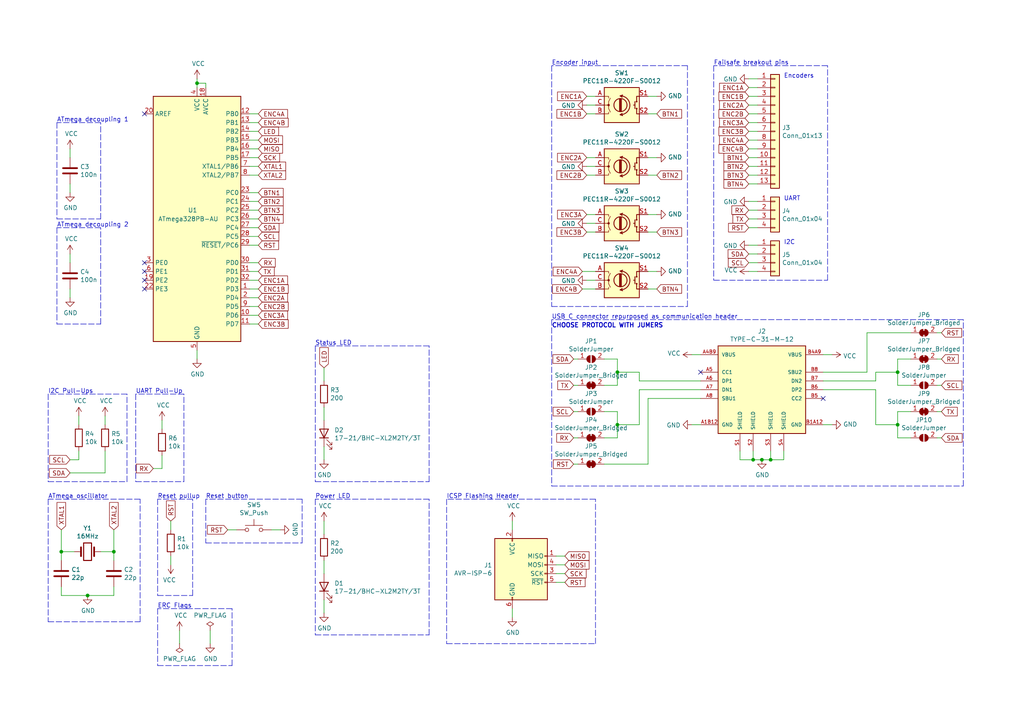
<source format=kicad_sch>
(kicad_sch (version 20211123) (generator eeschema)

  (uuid 98acd83f-4dce-487c-abdd-74c105628a17)

  (paper "A4")

  (title_block
    (title "LightControl Console")
    (date "2021-08-10")
    (rev "v00")
    (comment 4 "Author: GHOSCHT")
  )

  (lib_symbols
    (symbol "Connector:AVR-ISP-6" (pin_names (offset 1.016)) (in_bom yes) (on_board yes)
      (property "Reference" "J" (id 0) (at -6.35 11.43 0)
        (effects (font (size 1.27 1.27)) (justify left))
      )
      (property "Value" "AVR-ISP-6" (id 1) (at 0 11.43 0)
        (effects (font (size 1.27 1.27)) (justify left))
      )
      (property "Footprint" "" (id 2) (at -6.35 1.27 90)
        (effects (font (size 1.27 1.27)) hide)
      )
      (property "Datasheet" " ~" (id 3) (at -32.385 -13.97 0)
        (effects (font (size 1.27 1.27)) hide)
      )
      (property "ki_keywords" "AVR ISP Connector" (id 4) (at 0 0 0)
        (effects (font (size 1.27 1.27)) hide)
      )
      (property "ki_description" "Atmel 6-pin ISP connector" (id 5) (at 0 0 0)
        (effects (font (size 1.27 1.27)) hide)
      )
      (property "ki_fp_filters" "IDC?Header*2x03* Pin?Header*2x03*" (id 6) (at 0 0 0)
        (effects (font (size 1.27 1.27)) hide)
      )
      (symbol "AVR-ISP-6_0_1"
        (rectangle (start -2.667 -6.858) (end -2.413 -7.62)
          (stroke (width 0) (type default) (color 0 0 0 0))
          (fill (type none))
        )
        (rectangle (start -2.667 10.16) (end -2.413 9.398)
          (stroke (width 0) (type default) (color 0 0 0 0))
          (fill (type none))
        )
        (rectangle (start 7.62 -2.413) (end 6.858 -2.667)
          (stroke (width 0) (type default) (color 0 0 0 0))
          (fill (type none))
        )
        (rectangle (start 7.62 0.127) (end 6.858 -0.127)
          (stroke (width 0) (type default) (color 0 0 0 0))
          (fill (type none))
        )
        (rectangle (start 7.62 2.667) (end 6.858 2.413)
          (stroke (width 0) (type default) (color 0 0 0 0))
          (fill (type none))
        )
        (rectangle (start 7.62 5.207) (end 6.858 4.953)
          (stroke (width 0) (type default) (color 0 0 0 0))
          (fill (type none))
        )
        (rectangle (start 7.62 10.16) (end -7.62 -7.62)
          (stroke (width 0.254) (type default) (color 0 0 0 0))
          (fill (type background))
        )
      )
      (symbol "AVR-ISP-6_1_1"
        (pin passive line (at 10.16 5.08 180) (length 2.54)
          (name "MISO" (effects (font (size 1.27 1.27))))
          (number "1" (effects (font (size 1.27 1.27))))
        )
        (pin passive line (at -2.54 12.7 270) (length 2.54)
          (name "VCC" (effects (font (size 1.27 1.27))))
          (number "2" (effects (font (size 1.27 1.27))))
        )
        (pin passive line (at 10.16 0 180) (length 2.54)
          (name "SCK" (effects (font (size 1.27 1.27))))
          (number "3" (effects (font (size 1.27 1.27))))
        )
        (pin passive line (at 10.16 2.54 180) (length 2.54)
          (name "MOSI" (effects (font (size 1.27 1.27))))
          (number "4" (effects (font (size 1.27 1.27))))
        )
        (pin passive line (at 10.16 -2.54 180) (length 2.54)
          (name "~{RST}" (effects (font (size 1.27 1.27))))
          (number "5" (effects (font (size 1.27 1.27))))
        )
        (pin passive line (at -2.54 -10.16 90) (length 2.54)
          (name "GND" (effects (font (size 1.27 1.27))))
          (number "6" (effects (font (size 1.27 1.27))))
        )
      )
    )
    (symbol "Connector_Generic:Conn_01x04" (pin_names (offset 1.016) hide) (in_bom yes) (on_board yes)
      (property "Reference" "J" (id 0) (at 0 5.08 0)
        (effects (font (size 1.27 1.27)))
      )
      (property "Value" "Conn_01x04" (id 1) (at 0 -7.62 0)
        (effects (font (size 1.27 1.27)))
      )
      (property "Footprint" "" (id 2) (at 0 0 0)
        (effects (font (size 1.27 1.27)) hide)
      )
      (property "Datasheet" "~" (id 3) (at 0 0 0)
        (effects (font (size 1.27 1.27)) hide)
      )
      (property "ki_keywords" "connector" (id 4) (at 0 0 0)
        (effects (font (size 1.27 1.27)) hide)
      )
      (property "ki_description" "Generic connector, single row, 01x04, script generated (kicad-library-utils/schlib/autogen/connector/)" (id 5) (at 0 0 0)
        (effects (font (size 1.27 1.27)) hide)
      )
      (property "ki_fp_filters" "Connector*:*_1x??_*" (id 6) (at 0 0 0)
        (effects (font (size 1.27 1.27)) hide)
      )
      (symbol "Conn_01x04_1_1"
        (rectangle (start -1.27 -4.953) (end 0 -5.207)
          (stroke (width 0.1524) (type default) (color 0 0 0 0))
          (fill (type none))
        )
        (rectangle (start -1.27 -2.413) (end 0 -2.667)
          (stroke (width 0.1524) (type default) (color 0 0 0 0))
          (fill (type none))
        )
        (rectangle (start -1.27 0.127) (end 0 -0.127)
          (stroke (width 0.1524) (type default) (color 0 0 0 0))
          (fill (type none))
        )
        (rectangle (start -1.27 2.667) (end 0 2.413)
          (stroke (width 0.1524) (type default) (color 0 0 0 0))
          (fill (type none))
        )
        (rectangle (start -1.27 3.81) (end 1.27 -6.35)
          (stroke (width 0.254) (type default) (color 0 0 0 0))
          (fill (type background))
        )
        (pin passive line (at -5.08 2.54 0) (length 3.81)
          (name "Pin_1" (effects (font (size 1.27 1.27))))
          (number "1" (effects (font (size 1.27 1.27))))
        )
        (pin passive line (at -5.08 0 0) (length 3.81)
          (name "Pin_2" (effects (font (size 1.27 1.27))))
          (number "2" (effects (font (size 1.27 1.27))))
        )
        (pin passive line (at -5.08 -2.54 0) (length 3.81)
          (name "Pin_3" (effects (font (size 1.27 1.27))))
          (number "3" (effects (font (size 1.27 1.27))))
        )
        (pin passive line (at -5.08 -5.08 0) (length 3.81)
          (name "Pin_4" (effects (font (size 1.27 1.27))))
          (number "4" (effects (font (size 1.27 1.27))))
        )
      )
    )
    (symbol "Connector_Generic:Conn_01x13" (pin_names (offset 1.016) hide) (in_bom yes) (on_board yes)
      (property "Reference" "J" (id 0) (at 0 17.78 0)
        (effects (font (size 1.27 1.27)))
      )
      (property "Value" "Conn_01x13" (id 1) (at 0 -17.78 0)
        (effects (font (size 1.27 1.27)))
      )
      (property "Footprint" "" (id 2) (at 0 0 0)
        (effects (font (size 1.27 1.27)) hide)
      )
      (property "Datasheet" "~" (id 3) (at 0 0 0)
        (effects (font (size 1.27 1.27)) hide)
      )
      (property "ki_keywords" "connector" (id 4) (at 0 0 0)
        (effects (font (size 1.27 1.27)) hide)
      )
      (property "ki_description" "Generic connector, single row, 01x13, script generated (kicad-library-utils/schlib/autogen/connector/)" (id 5) (at 0 0 0)
        (effects (font (size 1.27 1.27)) hide)
      )
      (property "ki_fp_filters" "Connector*:*_1x??_*" (id 6) (at 0 0 0)
        (effects (font (size 1.27 1.27)) hide)
      )
      (symbol "Conn_01x13_1_1"
        (rectangle (start -1.27 -15.113) (end 0 -15.367)
          (stroke (width 0.1524) (type default) (color 0 0 0 0))
          (fill (type none))
        )
        (rectangle (start -1.27 -12.573) (end 0 -12.827)
          (stroke (width 0.1524) (type default) (color 0 0 0 0))
          (fill (type none))
        )
        (rectangle (start -1.27 -10.033) (end 0 -10.287)
          (stroke (width 0.1524) (type default) (color 0 0 0 0))
          (fill (type none))
        )
        (rectangle (start -1.27 -7.493) (end 0 -7.747)
          (stroke (width 0.1524) (type default) (color 0 0 0 0))
          (fill (type none))
        )
        (rectangle (start -1.27 -4.953) (end 0 -5.207)
          (stroke (width 0.1524) (type default) (color 0 0 0 0))
          (fill (type none))
        )
        (rectangle (start -1.27 -2.413) (end 0 -2.667)
          (stroke (width 0.1524) (type default) (color 0 0 0 0))
          (fill (type none))
        )
        (rectangle (start -1.27 0.127) (end 0 -0.127)
          (stroke (width 0.1524) (type default) (color 0 0 0 0))
          (fill (type none))
        )
        (rectangle (start -1.27 2.667) (end 0 2.413)
          (stroke (width 0.1524) (type default) (color 0 0 0 0))
          (fill (type none))
        )
        (rectangle (start -1.27 5.207) (end 0 4.953)
          (stroke (width 0.1524) (type default) (color 0 0 0 0))
          (fill (type none))
        )
        (rectangle (start -1.27 7.747) (end 0 7.493)
          (stroke (width 0.1524) (type default) (color 0 0 0 0))
          (fill (type none))
        )
        (rectangle (start -1.27 10.287) (end 0 10.033)
          (stroke (width 0.1524) (type default) (color 0 0 0 0))
          (fill (type none))
        )
        (rectangle (start -1.27 12.827) (end 0 12.573)
          (stroke (width 0.1524) (type default) (color 0 0 0 0))
          (fill (type none))
        )
        (rectangle (start -1.27 15.367) (end 0 15.113)
          (stroke (width 0.1524) (type default) (color 0 0 0 0))
          (fill (type none))
        )
        (rectangle (start -1.27 16.51) (end 1.27 -16.51)
          (stroke (width 0.254) (type default) (color 0 0 0 0))
          (fill (type background))
        )
        (pin passive line (at -5.08 15.24 0) (length 3.81)
          (name "Pin_1" (effects (font (size 1.27 1.27))))
          (number "1" (effects (font (size 1.27 1.27))))
        )
        (pin passive line (at -5.08 -7.62 0) (length 3.81)
          (name "Pin_10" (effects (font (size 1.27 1.27))))
          (number "10" (effects (font (size 1.27 1.27))))
        )
        (pin passive line (at -5.08 -10.16 0) (length 3.81)
          (name "Pin_11" (effects (font (size 1.27 1.27))))
          (number "11" (effects (font (size 1.27 1.27))))
        )
        (pin passive line (at -5.08 -12.7 0) (length 3.81)
          (name "Pin_12" (effects (font (size 1.27 1.27))))
          (number "12" (effects (font (size 1.27 1.27))))
        )
        (pin passive line (at -5.08 -15.24 0) (length 3.81)
          (name "Pin_13" (effects (font (size 1.27 1.27))))
          (number "13" (effects (font (size 1.27 1.27))))
        )
        (pin passive line (at -5.08 12.7 0) (length 3.81)
          (name "Pin_2" (effects (font (size 1.27 1.27))))
          (number "2" (effects (font (size 1.27 1.27))))
        )
        (pin passive line (at -5.08 10.16 0) (length 3.81)
          (name "Pin_3" (effects (font (size 1.27 1.27))))
          (number "3" (effects (font (size 1.27 1.27))))
        )
        (pin passive line (at -5.08 7.62 0) (length 3.81)
          (name "Pin_4" (effects (font (size 1.27 1.27))))
          (number "4" (effects (font (size 1.27 1.27))))
        )
        (pin passive line (at -5.08 5.08 0) (length 3.81)
          (name "Pin_5" (effects (font (size 1.27 1.27))))
          (number "5" (effects (font (size 1.27 1.27))))
        )
        (pin passive line (at -5.08 2.54 0) (length 3.81)
          (name "Pin_6" (effects (font (size 1.27 1.27))))
          (number "6" (effects (font (size 1.27 1.27))))
        )
        (pin passive line (at -5.08 0 0) (length 3.81)
          (name "Pin_7" (effects (font (size 1.27 1.27))))
          (number "7" (effects (font (size 1.27 1.27))))
        )
        (pin passive line (at -5.08 -2.54 0) (length 3.81)
          (name "Pin_8" (effects (font (size 1.27 1.27))))
          (number "8" (effects (font (size 1.27 1.27))))
        )
        (pin passive line (at -5.08 -5.08 0) (length 3.81)
          (name "Pin_9" (effects (font (size 1.27 1.27))))
          (number "9" (effects (font (size 1.27 1.27))))
        )
      )
    )
    (symbol "Device:C" (pin_numbers hide) (pin_names (offset 0.254)) (in_bom yes) (on_board yes)
      (property "Reference" "C" (id 0) (at 0.635 2.54 0)
        (effects (font (size 1.27 1.27)) (justify left))
      )
      (property "Value" "C" (id 1) (at 0.635 -2.54 0)
        (effects (font (size 1.27 1.27)) (justify left))
      )
      (property "Footprint" "" (id 2) (at 0.9652 -3.81 0)
        (effects (font (size 1.27 1.27)) hide)
      )
      (property "Datasheet" "~" (id 3) (at 0 0 0)
        (effects (font (size 1.27 1.27)) hide)
      )
      (property "ki_keywords" "cap capacitor" (id 4) (at 0 0 0)
        (effects (font (size 1.27 1.27)) hide)
      )
      (property "ki_description" "Unpolarized capacitor" (id 5) (at 0 0 0)
        (effects (font (size 1.27 1.27)) hide)
      )
      (property "ki_fp_filters" "C_*" (id 6) (at 0 0 0)
        (effects (font (size 1.27 1.27)) hide)
      )
      (symbol "C_0_1"
        (polyline
          (pts
            (xy -2.032 -0.762)
            (xy 2.032 -0.762)
          )
          (stroke (width 0.508) (type default) (color 0 0 0 0))
          (fill (type none))
        )
        (polyline
          (pts
            (xy -2.032 0.762)
            (xy 2.032 0.762)
          )
          (stroke (width 0.508) (type default) (color 0 0 0 0))
          (fill (type none))
        )
      )
      (symbol "C_1_1"
        (pin passive line (at 0 3.81 270) (length 2.794)
          (name "~" (effects (font (size 1.27 1.27))))
          (number "1" (effects (font (size 1.27 1.27))))
        )
        (pin passive line (at 0 -3.81 90) (length 2.794)
          (name "~" (effects (font (size 1.27 1.27))))
          (number "2" (effects (font (size 1.27 1.27))))
        )
      )
    )
    (symbol "Device:Crystal" (pin_numbers hide) (pin_names (offset 1.016) hide) (in_bom yes) (on_board yes)
      (property "Reference" "Y" (id 0) (at 0 3.81 0)
        (effects (font (size 1.27 1.27)))
      )
      (property "Value" "Crystal" (id 1) (at 0 -3.81 0)
        (effects (font (size 1.27 1.27)))
      )
      (property "Footprint" "" (id 2) (at 0 0 0)
        (effects (font (size 1.27 1.27)) hide)
      )
      (property "Datasheet" "~" (id 3) (at 0 0 0)
        (effects (font (size 1.27 1.27)) hide)
      )
      (property "ki_keywords" "quartz ceramic resonator oscillator" (id 4) (at 0 0 0)
        (effects (font (size 1.27 1.27)) hide)
      )
      (property "ki_description" "Two pin crystal" (id 5) (at 0 0 0)
        (effects (font (size 1.27 1.27)) hide)
      )
      (property "ki_fp_filters" "Crystal*" (id 6) (at 0 0 0)
        (effects (font (size 1.27 1.27)) hide)
      )
      (symbol "Crystal_0_1"
        (rectangle (start -1.143 2.54) (end 1.143 -2.54)
          (stroke (width 0.3048) (type default) (color 0 0 0 0))
          (fill (type none))
        )
        (polyline
          (pts
            (xy -2.54 0)
            (xy -1.905 0)
          )
          (stroke (width 0) (type default) (color 0 0 0 0))
          (fill (type none))
        )
        (polyline
          (pts
            (xy -1.905 -1.27)
            (xy -1.905 1.27)
          )
          (stroke (width 0.508) (type default) (color 0 0 0 0))
          (fill (type none))
        )
        (polyline
          (pts
            (xy 1.905 -1.27)
            (xy 1.905 1.27)
          )
          (stroke (width 0.508) (type default) (color 0 0 0 0))
          (fill (type none))
        )
        (polyline
          (pts
            (xy 2.54 0)
            (xy 1.905 0)
          )
          (stroke (width 0) (type default) (color 0 0 0 0))
          (fill (type none))
        )
      )
      (symbol "Crystal_1_1"
        (pin passive line (at -3.81 0 0) (length 1.27)
          (name "1" (effects (font (size 1.27 1.27))))
          (number "1" (effects (font (size 1.27 1.27))))
        )
        (pin passive line (at 3.81 0 180) (length 1.27)
          (name "2" (effects (font (size 1.27 1.27))))
          (number "2" (effects (font (size 1.27 1.27))))
        )
      )
    )
    (symbol "Device:LED" (pin_numbers hide) (pin_names (offset 1.016) hide) (in_bom yes) (on_board yes)
      (property "Reference" "D" (id 0) (at 0 2.54 0)
        (effects (font (size 1.27 1.27)))
      )
      (property "Value" "LED" (id 1) (at 0 -2.54 0)
        (effects (font (size 1.27 1.27)))
      )
      (property "Footprint" "" (id 2) (at 0 0 0)
        (effects (font (size 1.27 1.27)) hide)
      )
      (property "Datasheet" "~" (id 3) (at 0 0 0)
        (effects (font (size 1.27 1.27)) hide)
      )
      (property "ki_keywords" "LED diode" (id 4) (at 0 0 0)
        (effects (font (size 1.27 1.27)) hide)
      )
      (property "ki_description" "Light emitting diode" (id 5) (at 0 0 0)
        (effects (font (size 1.27 1.27)) hide)
      )
      (property "ki_fp_filters" "LED* LED_SMD:* LED_THT:*" (id 6) (at 0 0 0)
        (effects (font (size 1.27 1.27)) hide)
      )
      (symbol "LED_0_1"
        (polyline
          (pts
            (xy -1.27 -1.27)
            (xy -1.27 1.27)
          )
          (stroke (width 0.254) (type default) (color 0 0 0 0))
          (fill (type none))
        )
        (polyline
          (pts
            (xy -1.27 0)
            (xy 1.27 0)
          )
          (stroke (width 0) (type default) (color 0 0 0 0))
          (fill (type none))
        )
        (polyline
          (pts
            (xy 1.27 -1.27)
            (xy 1.27 1.27)
            (xy -1.27 0)
            (xy 1.27 -1.27)
          )
          (stroke (width 0.254) (type default) (color 0 0 0 0))
          (fill (type none))
        )
        (polyline
          (pts
            (xy -3.048 -0.762)
            (xy -4.572 -2.286)
            (xy -3.81 -2.286)
            (xy -4.572 -2.286)
            (xy -4.572 -1.524)
          )
          (stroke (width 0) (type default) (color 0 0 0 0))
          (fill (type none))
        )
        (polyline
          (pts
            (xy -1.778 -0.762)
            (xy -3.302 -2.286)
            (xy -2.54 -2.286)
            (xy -3.302 -2.286)
            (xy -3.302 -1.524)
          )
          (stroke (width 0) (type default) (color 0 0 0 0))
          (fill (type none))
        )
      )
      (symbol "LED_1_1"
        (pin passive line (at -3.81 0 0) (length 2.54)
          (name "K" (effects (font (size 1.27 1.27))))
          (number "1" (effects (font (size 1.27 1.27))))
        )
        (pin passive line (at 3.81 0 180) (length 2.54)
          (name "A" (effects (font (size 1.27 1.27))))
          (number "2" (effects (font (size 1.27 1.27))))
        )
      )
    )
    (symbol "Device:R" (pin_numbers hide) (pin_names (offset 0)) (in_bom yes) (on_board yes)
      (property "Reference" "R" (id 0) (at 2.032 0 90)
        (effects (font (size 1.27 1.27)))
      )
      (property "Value" "R" (id 1) (at 0 0 90)
        (effects (font (size 1.27 1.27)))
      )
      (property "Footprint" "" (id 2) (at -1.778 0 90)
        (effects (font (size 1.27 1.27)) hide)
      )
      (property "Datasheet" "~" (id 3) (at 0 0 0)
        (effects (font (size 1.27 1.27)) hide)
      )
      (property "ki_keywords" "R res resistor" (id 4) (at 0 0 0)
        (effects (font (size 1.27 1.27)) hide)
      )
      (property "ki_description" "Resistor" (id 5) (at 0 0 0)
        (effects (font (size 1.27 1.27)) hide)
      )
      (property "ki_fp_filters" "R_*" (id 6) (at 0 0 0)
        (effects (font (size 1.27 1.27)) hide)
      )
      (symbol "R_0_1"
        (rectangle (start -1.016 -2.54) (end 1.016 2.54)
          (stroke (width 0.254) (type default) (color 0 0 0 0))
          (fill (type none))
        )
      )
      (symbol "R_1_1"
        (pin passive line (at 0 3.81 270) (length 1.27)
          (name "~" (effects (font (size 1.27 1.27))))
          (number "1" (effects (font (size 1.27 1.27))))
        )
        (pin passive line (at 0 -3.81 90) (length 1.27)
          (name "~" (effects (font (size 1.27 1.27))))
          (number "2" (effects (font (size 1.27 1.27))))
        )
      )
    )
    (symbol "Device:Rotary_Encoder_Switch" (pin_names (offset 0.254) hide) (in_bom yes) (on_board yes)
      (property "Reference" "SW" (id 0) (at 0 6.604 0)
        (effects (font (size 1.27 1.27)))
      )
      (property "Value" "Device_Rotary_Encoder_Switch" (id 1) (at 0 -6.604 0)
        (effects (font (size 1.27 1.27)))
      )
      (property "Footprint" "" (id 2) (at -3.81 4.064 0)
        (effects (font (size 1.27 1.27)) hide)
      )
      (property "Datasheet" "" (id 3) (at 0 6.604 0)
        (effects (font (size 1.27 1.27)) hide)
      )
      (property "ki_fp_filters" "RotaryEncoder*Switch*" (id 4) (at 0 0 0)
        (effects (font (size 1.27 1.27)) hide)
      )
      (symbol "Rotary_Encoder_Switch_0_1"
        (rectangle (start -5.08 5.08) (end 5.08 -5.08)
          (stroke (width 0.254) (type default) (color 0 0 0 0))
          (fill (type background))
        )
        (circle (center -3.81 0) (radius 0.254)
          (stroke (width 0) (type default) (color 0 0 0 0))
          (fill (type outline))
        )
        (arc (start -0.381 -2.794) (mid 2.3622 -0.0508) (end -0.381 2.667)
          (stroke (width 0.254) (type default) (color 0 0 0 0))
          (fill (type none))
        )
        (circle (center -0.381 0) (radius 1.905)
          (stroke (width 0.254) (type default) (color 0 0 0 0))
          (fill (type none))
        )
        (polyline
          (pts
            (xy -0.635 -1.778)
            (xy -0.635 1.778)
          )
          (stroke (width 0.254) (type default) (color 0 0 0 0))
          (fill (type none))
        )
        (polyline
          (pts
            (xy -0.381 -1.778)
            (xy -0.381 1.778)
          )
          (stroke (width 0.254) (type default) (color 0 0 0 0))
          (fill (type none))
        )
        (polyline
          (pts
            (xy -0.127 1.778)
            (xy -0.127 -1.778)
          )
          (stroke (width 0.254) (type default) (color 0 0 0 0))
          (fill (type none))
        )
        (polyline
          (pts
            (xy 3.81 0)
            (xy 3.429 0)
          )
          (stroke (width 0.254) (type default) (color 0 0 0 0))
          (fill (type none))
        )
        (polyline
          (pts
            (xy 3.81 1.016)
            (xy 3.81 -1.016)
          )
          (stroke (width 0.254) (type default) (color 0 0 0 0))
          (fill (type none))
        )
        (polyline
          (pts
            (xy -5.08 -2.54)
            (xy -3.81 -2.54)
            (xy -3.81 -2.032)
          )
          (stroke (width 0) (type default) (color 0 0 0 0))
          (fill (type none))
        )
        (polyline
          (pts
            (xy -5.08 2.54)
            (xy -3.81 2.54)
            (xy -3.81 2.032)
          )
          (stroke (width 0) (type default) (color 0 0 0 0))
          (fill (type none))
        )
        (polyline
          (pts
            (xy 0.254 -3.048)
            (xy -0.508 -2.794)
            (xy 0.127 -2.413)
          )
          (stroke (width 0.254) (type default) (color 0 0 0 0))
          (fill (type none))
        )
        (polyline
          (pts
            (xy 0.254 2.921)
            (xy -0.508 2.667)
            (xy 0.127 2.286)
          )
          (stroke (width 0.254) (type default) (color 0 0 0 0))
          (fill (type none))
        )
        (polyline
          (pts
            (xy 5.08 -2.54)
            (xy 4.318 -2.54)
            (xy 4.318 -1.016)
          )
          (stroke (width 0.254) (type default) (color 0 0 0 0))
          (fill (type none))
        )
        (polyline
          (pts
            (xy 5.08 2.54)
            (xy 4.318 2.54)
            (xy 4.318 1.016)
          )
          (stroke (width 0.254) (type default) (color 0 0 0 0))
          (fill (type none))
        )
        (polyline
          (pts
            (xy -5.08 0)
            (xy -3.81 0)
            (xy -3.81 -1.016)
            (xy -3.302 -2.032)
          )
          (stroke (width 0) (type default) (color 0 0 0 0))
          (fill (type none))
        )
        (polyline
          (pts
            (xy -4.318 0)
            (xy -3.81 0)
            (xy -3.81 1.016)
            (xy -3.302 2.032)
          )
          (stroke (width 0) (type default) (color 0 0 0 0))
          (fill (type none))
        )
        (circle (center 4.318 -1.016) (radius 0.127)
          (stroke (width 0.254) (type default) (color 0 0 0 0))
          (fill (type none))
        )
        (circle (center 4.318 1.016) (radius 0.127)
          (stroke (width 0.254) (type default) (color 0 0 0 0))
          (fill (type none))
        )
      )
      (symbol "Rotary_Encoder_Switch_1_1"
        (pin passive line (at -7.62 2.54 0) (length 2.54)
          (name "A" (effects (font (size 1.27 1.27))))
          (number "A" (effects (font (size 1.27 1.27))))
        )
        (pin passive line (at -7.62 -2.54 0) (length 2.54)
          (name "B" (effects (font (size 1.27 1.27))))
          (number "B" (effects (font (size 1.27 1.27))))
        )
        (pin passive line (at -7.62 0 0) (length 2.54)
          (name "C" (effects (font (size 1.27 1.27))))
          (number "C" (effects (font (size 1.27 1.27))))
        )
        (pin passive line (at 7.62 2.54 180) (length 2.54)
          (name "S1" (effects (font (size 1.27 1.27))))
          (number "S1" (effects (font (size 1.27 1.27))))
        )
        (pin passive line (at 7.62 -2.54 180) (length 2.54)
          (name "S2" (effects (font (size 1.27 1.27))))
          (number "S2" (effects (font (size 1.27 1.27))))
        )
      )
    )
    (symbol "Jumper:SolderJumper_2_Bridged" (pin_names (offset 0) hide) (in_bom yes) (on_board yes)
      (property "Reference" "JP" (id 0) (at 0 2.032 0)
        (effects (font (size 1.27 1.27)))
      )
      (property "Value" "SolderJumper_2_Bridged" (id 1) (at 0 -2.54 0)
        (effects (font (size 1.27 1.27)))
      )
      (property "Footprint" "" (id 2) (at 0 0 0)
        (effects (font (size 1.27 1.27)) hide)
      )
      (property "Datasheet" "~" (id 3) (at 0 0 0)
        (effects (font (size 1.27 1.27)) hide)
      )
      (property "ki_keywords" "solder jumper SPST" (id 4) (at 0 0 0)
        (effects (font (size 1.27 1.27)) hide)
      )
      (property "ki_description" "Solder Jumper, 2-pole, closed/bridged" (id 5) (at 0 0 0)
        (effects (font (size 1.27 1.27)) hide)
      )
      (property "ki_fp_filters" "SolderJumper*Bridged*" (id 6) (at 0 0 0)
        (effects (font (size 1.27 1.27)) hide)
      )
      (symbol "SolderJumper_2_Bridged_0_1"
        (rectangle (start -0.508 0.508) (end 0.508 -0.508)
          (stroke (width 0) (type default) (color 0 0 0 0))
          (fill (type outline))
        )
        (arc (start -0.254 1.016) (mid -1.27 0) (end -0.254 -1.016)
          (stroke (width 0) (type default) (color 0 0 0 0))
          (fill (type none))
        )
        (arc (start -0.254 1.016) (mid -1.27 0) (end -0.254 -1.016)
          (stroke (width 0) (type default) (color 0 0 0 0))
          (fill (type outline))
        )
        (polyline
          (pts
            (xy -0.254 1.016)
            (xy -0.254 -1.016)
          )
          (stroke (width 0) (type default) (color 0 0 0 0))
          (fill (type none))
        )
        (polyline
          (pts
            (xy 0.254 1.016)
            (xy 0.254 -1.016)
          )
          (stroke (width 0) (type default) (color 0 0 0 0))
          (fill (type none))
        )
        (arc (start 0.254 -1.016) (mid 1.27 0) (end 0.254 1.016)
          (stroke (width 0) (type default) (color 0 0 0 0))
          (fill (type none))
        )
        (arc (start 0.254 -1.016) (mid 1.27 0) (end 0.254 1.016)
          (stroke (width 0) (type default) (color 0 0 0 0))
          (fill (type outline))
        )
      )
      (symbol "SolderJumper_2_Bridged_1_1"
        (pin passive line (at -3.81 0 0) (length 2.54)
          (name "A" (effects (font (size 1.27 1.27))))
          (number "1" (effects (font (size 1.27 1.27))))
        )
        (pin passive line (at 3.81 0 180) (length 2.54)
          (name "B" (effects (font (size 1.27 1.27))))
          (number "2" (effects (font (size 1.27 1.27))))
        )
      )
    )
    (symbol "Jumper:SolderJumper_2_Open" (pin_names (offset 0) hide) (in_bom yes) (on_board yes)
      (property "Reference" "JP" (id 0) (at 0 2.032 0)
        (effects (font (size 1.27 1.27)))
      )
      (property "Value" "SolderJumper_2_Open" (id 1) (at 0 -2.54 0)
        (effects (font (size 1.27 1.27)))
      )
      (property "Footprint" "" (id 2) (at 0 0 0)
        (effects (font (size 1.27 1.27)) hide)
      )
      (property "Datasheet" "~" (id 3) (at 0 0 0)
        (effects (font (size 1.27 1.27)) hide)
      )
      (property "ki_keywords" "solder jumper SPST" (id 4) (at 0 0 0)
        (effects (font (size 1.27 1.27)) hide)
      )
      (property "ki_description" "Solder Jumper, 2-pole, open" (id 5) (at 0 0 0)
        (effects (font (size 1.27 1.27)) hide)
      )
      (property "ki_fp_filters" "SolderJumper*Open*" (id 6) (at 0 0 0)
        (effects (font (size 1.27 1.27)) hide)
      )
      (symbol "SolderJumper_2_Open_0_1"
        (arc (start -0.254 1.016) (mid -1.27 0) (end -0.254 -1.016)
          (stroke (width 0) (type default) (color 0 0 0 0))
          (fill (type none))
        )
        (arc (start -0.254 1.016) (mid -1.27 0) (end -0.254 -1.016)
          (stroke (width 0) (type default) (color 0 0 0 0))
          (fill (type outline))
        )
        (polyline
          (pts
            (xy -0.254 1.016)
            (xy -0.254 -1.016)
          )
          (stroke (width 0) (type default) (color 0 0 0 0))
          (fill (type none))
        )
        (polyline
          (pts
            (xy 0.254 1.016)
            (xy 0.254 -1.016)
          )
          (stroke (width 0) (type default) (color 0 0 0 0))
          (fill (type none))
        )
        (arc (start 0.254 -1.016) (mid 1.27 0) (end 0.254 1.016)
          (stroke (width 0) (type default) (color 0 0 0 0))
          (fill (type none))
        )
        (arc (start 0.254 -1.016) (mid 1.27 0) (end 0.254 1.016)
          (stroke (width 0) (type default) (color 0 0 0 0))
          (fill (type outline))
        )
      )
      (symbol "SolderJumper_2_Open_1_1"
        (pin passive line (at -3.81 0 0) (length 2.54)
          (name "A" (effects (font (size 1.27 1.27))))
          (number "1" (effects (font (size 1.27 1.27))))
        )
        (pin passive line (at 3.81 0 180) (length 2.54)
          (name "B" (effects (font (size 1.27 1.27))))
          (number "2" (effects (font (size 1.27 1.27))))
        )
      )
    )
    (symbol "MCU_Microchip_ATmega:ATmega328PB-AU" (in_bom yes) (on_board yes)
      (property "Reference" "U" (id 0) (at -12.7 36.83 0)
        (effects (font (size 1.27 1.27)) (justify left bottom))
      )
      (property "Value" "MCU_Microchip_ATmega_ATmega328PB-AU" (id 1) (at 2.54 -36.83 0)
        (effects (font (size 1.27 1.27)) (justify left top))
      )
      (property "Footprint" "Package_QFP:TQFP-32_7x7mm_P0.8mm" (id 2) (at 0 0 0)
        (effects (font (size 1.27 1.27) italic) hide)
      )
      (property "Datasheet" "" (id 3) (at 0 0 0)
        (effects (font (size 1.27 1.27)) hide)
      )
      (property "ki_fp_filters" "TQFP*7x7mm*P0.8mm*" (id 4) (at 0 0 0)
        (effects (font (size 1.27 1.27)) hide)
      )
      (symbol "ATmega328PB-AU_0_1"
        (rectangle (start -12.7 -35.56) (end 12.7 35.56)
          (stroke (width 0.254) (type default) (color 0 0 0 0))
          (fill (type background))
        )
      )
      (symbol "ATmega328PB-AU_1_1"
        (pin bidirectional line (at 15.24 -20.32 180) (length 2.54)
          (name "PD3" (effects (font (size 1.27 1.27))))
          (number "1" (effects (font (size 1.27 1.27))))
        )
        (pin bidirectional line (at 15.24 -27.94 180) (length 2.54)
          (name "PD6" (effects (font (size 1.27 1.27))))
          (number "10" (effects (font (size 1.27 1.27))))
        )
        (pin bidirectional line (at 15.24 -30.48 180) (length 2.54)
          (name "PD7" (effects (font (size 1.27 1.27))))
          (number "11" (effects (font (size 1.27 1.27))))
        )
        (pin bidirectional line (at 15.24 30.48 180) (length 2.54)
          (name "PB0" (effects (font (size 1.27 1.27))))
          (number "12" (effects (font (size 1.27 1.27))))
        )
        (pin bidirectional line (at 15.24 27.94 180) (length 2.54)
          (name "PB1" (effects (font (size 1.27 1.27))))
          (number "13" (effects (font (size 1.27 1.27))))
        )
        (pin bidirectional line (at 15.24 25.4 180) (length 2.54)
          (name "PB2" (effects (font (size 1.27 1.27))))
          (number "14" (effects (font (size 1.27 1.27))))
        )
        (pin bidirectional line (at 15.24 22.86 180) (length 2.54)
          (name "PB3" (effects (font (size 1.27 1.27))))
          (number "15" (effects (font (size 1.27 1.27))))
        )
        (pin bidirectional line (at 15.24 20.32 180) (length 2.54)
          (name "PB4" (effects (font (size 1.27 1.27))))
          (number "16" (effects (font (size 1.27 1.27))))
        )
        (pin bidirectional line (at 15.24 17.78 180) (length 2.54)
          (name "PB5" (effects (font (size 1.27 1.27))))
          (number "17" (effects (font (size 1.27 1.27))))
        )
        (pin power_in line (at 2.54 38.1 270) (length 2.54)
          (name "AVCC" (effects (font (size 1.27 1.27))))
          (number "18" (effects (font (size 1.27 1.27))))
        )
        (pin bidirectional line (at -15.24 -17.78 0) (length 2.54)
          (name "PE2" (effects (font (size 1.27 1.27))))
          (number "19" (effects (font (size 1.27 1.27))))
        )
        (pin bidirectional line (at 15.24 -22.86 180) (length 2.54)
          (name "PD4" (effects (font (size 1.27 1.27))))
          (number "2" (effects (font (size 1.27 1.27))))
        )
        (pin passive line (at -15.24 30.48 0) (length 2.54)
          (name "AREF" (effects (font (size 1.27 1.27))))
          (number "20" (effects (font (size 1.27 1.27))))
        )
        (pin passive line (at 0 -38.1 90) (length 2.54) hide
          (name "GND" (effects (font (size 1.27 1.27))))
          (number "21" (effects (font (size 1.27 1.27))))
        )
        (pin bidirectional line (at -15.24 -20.32 0) (length 2.54)
          (name "PE3" (effects (font (size 1.27 1.27))))
          (number "22" (effects (font (size 1.27 1.27))))
        )
        (pin bidirectional line (at 15.24 7.62 180) (length 2.54)
          (name "PC0" (effects (font (size 1.27 1.27))))
          (number "23" (effects (font (size 1.27 1.27))))
        )
        (pin bidirectional line (at 15.24 5.08 180) (length 2.54)
          (name "PC1" (effects (font (size 1.27 1.27))))
          (number "24" (effects (font (size 1.27 1.27))))
        )
        (pin bidirectional line (at 15.24 2.54 180) (length 2.54)
          (name "PC2" (effects (font (size 1.27 1.27))))
          (number "25" (effects (font (size 1.27 1.27))))
        )
        (pin bidirectional line (at 15.24 0 180) (length 2.54)
          (name "PC3" (effects (font (size 1.27 1.27))))
          (number "26" (effects (font (size 1.27 1.27))))
        )
        (pin bidirectional line (at 15.24 -2.54 180) (length 2.54)
          (name "PC4" (effects (font (size 1.27 1.27))))
          (number "27" (effects (font (size 1.27 1.27))))
        )
        (pin bidirectional line (at 15.24 -5.08 180) (length 2.54)
          (name "PC5" (effects (font (size 1.27 1.27))))
          (number "28" (effects (font (size 1.27 1.27))))
        )
        (pin bidirectional line (at 15.24 -7.62 180) (length 2.54)
          (name "~{RESET}/PC6" (effects (font (size 1.27 1.27))))
          (number "29" (effects (font (size 1.27 1.27))))
        )
        (pin bidirectional line (at -15.24 -12.7 0) (length 2.54)
          (name "PE0" (effects (font (size 1.27 1.27))))
          (number "3" (effects (font (size 1.27 1.27))))
        )
        (pin bidirectional line (at 15.24 -12.7 180) (length 2.54)
          (name "PD0" (effects (font (size 1.27 1.27))))
          (number "30" (effects (font (size 1.27 1.27))))
        )
        (pin bidirectional line (at 15.24 -15.24 180) (length 2.54)
          (name "PD1" (effects (font (size 1.27 1.27))))
          (number "31" (effects (font (size 1.27 1.27))))
        )
        (pin bidirectional line (at 15.24 -17.78 180) (length 2.54)
          (name "PD2" (effects (font (size 1.27 1.27))))
          (number "32" (effects (font (size 1.27 1.27))))
        )
        (pin power_in line (at 0 38.1 270) (length 2.54)
          (name "VCC" (effects (font (size 1.27 1.27))))
          (number "4" (effects (font (size 1.27 1.27))))
        )
        (pin power_in line (at 0 -38.1 90) (length 2.54)
          (name "GND" (effects (font (size 1.27 1.27))))
          (number "5" (effects (font (size 1.27 1.27))))
        )
        (pin bidirectional line (at -15.24 -15.24 0) (length 2.54)
          (name "PE1" (effects (font (size 1.27 1.27))))
          (number "6" (effects (font (size 1.27 1.27))))
        )
        (pin bidirectional line (at 15.24 15.24 180) (length 2.54)
          (name "XTAL1/PB6" (effects (font (size 1.27 1.27))))
          (number "7" (effects (font (size 1.27 1.27))))
        )
        (pin bidirectional line (at 15.24 12.7 180) (length 2.54)
          (name "XTAL2/PB7" (effects (font (size 1.27 1.27))))
          (number "8" (effects (font (size 1.27 1.27))))
        )
        (pin bidirectional line (at 15.24 -25.4 180) (length 2.54)
          (name "PD5" (effects (font (size 1.27 1.27))))
          (number "9" (effects (font (size 1.27 1.27))))
        )
      )
    )
    (symbol "Switch:SW_Push" (pin_numbers hide) (pin_names (offset 1.016) hide) (in_bom yes) (on_board yes)
      (property "Reference" "SW" (id 0) (at 1.27 2.54 0)
        (effects (font (size 1.27 1.27)) (justify left))
      )
      (property "Value" "SW_Push" (id 1) (at 0 -1.524 0)
        (effects (font (size 1.27 1.27)))
      )
      (property "Footprint" "" (id 2) (at 0 5.08 0)
        (effects (font (size 1.27 1.27)) hide)
      )
      (property "Datasheet" "~" (id 3) (at 0 5.08 0)
        (effects (font (size 1.27 1.27)) hide)
      )
      (property "ki_keywords" "switch normally-open pushbutton push-button" (id 4) (at 0 0 0)
        (effects (font (size 1.27 1.27)) hide)
      )
      (property "ki_description" "Push button switch, generic, two pins" (id 5) (at 0 0 0)
        (effects (font (size 1.27 1.27)) hide)
      )
      (symbol "SW_Push_0_1"
        (circle (center -2.032 0) (radius 0.508)
          (stroke (width 0) (type default) (color 0 0 0 0))
          (fill (type none))
        )
        (polyline
          (pts
            (xy 0 1.27)
            (xy 0 3.048)
          )
          (stroke (width 0) (type default) (color 0 0 0 0))
          (fill (type none))
        )
        (polyline
          (pts
            (xy 2.54 1.27)
            (xy -2.54 1.27)
          )
          (stroke (width 0) (type default) (color 0 0 0 0))
          (fill (type none))
        )
        (circle (center 2.032 0) (radius 0.508)
          (stroke (width 0) (type default) (color 0 0 0 0))
          (fill (type none))
        )
        (pin passive line (at -5.08 0 0) (length 2.54)
          (name "1" (effects (font (size 1.27 1.27))))
          (number "1" (effects (font (size 1.27 1.27))))
        )
        (pin passive line (at 5.08 0 180) (length 2.54)
          (name "2" (effects (font (size 1.27 1.27))))
          (number "2" (effects (font (size 1.27 1.27))))
        )
      )
    )
    (symbol "TYPE-C-31-M-12:TYPE-C-31-M-12" (pin_names (offset 1.016)) (in_bom yes) (on_board yes)
      (property "Reference" "J" (id 0) (at -1.27 15.24 0)
        (effects (font (size 1.27 1.27)) (justify left bottom))
      )
      (property "Value" "TYPE-C-31-M-12" (id 1) (at -10.16 13.208 0)
        (effects (font (size 1.27 1.27)) (justify left bottom))
      )
      (property "Footprint" "HRO_TYPE-C-31-M-12" (id 2) (at 0 0 0)
        (effects (font (size 1.27 1.27)) (justify left bottom) hide)
      )
      (property "Datasheet" "" (id 3) (at 0 0 0)
        (effects (font (size 1.27 1.27)) (justify left bottom) hide)
      )
      (property "MAXIMUM_PACKAGE_HEIGHT" "3.31mm" (id 4) (at 0 0 0)
        (effects (font (size 1.27 1.27)) (justify left bottom) hide)
      )
      (property "STANDARD" "Manufacturer Recommendations" (id 5) (at 0 0 0)
        (effects (font (size 1.27 1.27)) (justify left bottom) hide)
      )
      (property "PARTREV" "A" (id 6) (at 0 0 0)
        (effects (font (size 1.27 1.27)) (justify left bottom) hide)
      )
      (property "MANUFACTURER" "HRO Electronics" (id 7) (at 0 0 0)
        (effects (font (size 1.27 1.27)) (justify left bottom) hide)
      )
      (property "ki_locked" "" (id 8) (at 0 0 0)
        (effects (font (size 1.27 1.27)))
      )
      (symbol "TYPE-C-31-M-12_0_0"
        (rectangle (start -12.7 -12.7) (end 12.7 12.7)
          (stroke (width 0.254) (type default) (color 0 0 0 0))
          (fill (type background))
        )
        (pin power_in line (at -17.78 -10.16 0) (length 5.08)
          (name "GND" (effects (font (size 1.016 1.016))))
          (number "A1B12" (effects (font (size 1.016 1.016))))
        )
        (pin power_in line (at -17.78 10.16 0) (length 5.08)
          (name "VBUS" (effects (font (size 1.016 1.016))))
          (number "A4B9" (effects (font (size 1.016 1.016))))
        )
        (pin bidirectional line (at -17.78 5.08 0) (length 5.08)
          (name "CC1" (effects (font (size 1.016 1.016))))
          (number "A5" (effects (font (size 1.016 1.016))))
        )
        (pin bidirectional line (at -17.78 2.54 0) (length 5.08)
          (name "DP1" (effects (font (size 1.016 1.016))))
          (number "A6" (effects (font (size 1.016 1.016))))
        )
        (pin bidirectional line (at -17.78 0 0) (length 5.08)
          (name "DN1" (effects (font (size 1.016 1.016))))
          (number "A7" (effects (font (size 1.016 1.016))))
        )
        (pin bidirectional line (at -17.78 -2.54 0) (length 5.08)
          (name "SBU1" (effects (font (size 1.016 1.016))))
          (number "A8" (effects (font (size 1.016 1.016))))
        )
        (pin power_in line (at 17.78 -10.16 180) (length 5.08)
          (name "GND" (effects (font (size 1.016 1.016))))
          (number "B1A12" (effects (font (size 1.016 1.016))))
        )
        (pin power_in line (at 17.78 10.16 180) (length 5.08)
          (name "VBUS" (effects (font (size 1.016 1.016))))
          (number "B4A9" (effects (font (size 1.016 1.016))))
        )
        (pin bidirectional line (at 17.78 -2.54 180) (length 5.08)
          (name "CC2" (effects (font (size 1.016 1.016))))
          (number "B5" (effects (font (size 1.016 1.016))))
        )
        (pin bidirectional line (at 17.78 0 180) (length 5.08)
          (name "DP2" (effects (font (size 1.016 1.016))))
          (number "B6" (effects (font (size 1.016 1.016))))
        )
        (pin bidirectional line (at 17.78 2.54 180) (length 5.08)
          (name "DN2" (effects (font (size 1.016 1.016))))
          (number "B7" (effects (font (size 1.016 1.016))))
        )
        (pin bidirectional line (at 17.78 5.08 180) (length 5.08)
          (name "SBU2" (effects (font (size 1.016 1.016))))
          (number "B8" (effects (font (size 1.016 1.016))))
        )
        (pin passive line (at -6.35 -17.78 90) (length 5.08)
          (name "SHIELD" (effects (font (size 1.016 1.016))))
          (number "S1" (effects (font (size 1.016 1.016))))
        )
        (pin passive line (at -2.54 -17.78 90) (length 5.08)
          (name "SHIELD" (effects (font (size 1.016 1.016))))
          (number "S2" (effects (font (size 1.016 1.016))))
        )
        (pin passive line (at 2.54 -17.78 90) (length 5.08)
          (name "SHIELD" (effects (font (size 1.016 1.016))))
          (number "S3" (effects (font (size 1.016 1.016))))
        )
        (pin passive line (at 6.35 -17.78 90) (length 5.08)
          (name "SHIELD" (effects (font (size 1.016 1.016))))
          (number "S4" (effects (font (size 1.016 1.016))))
        )
      )
    )
    (symbol "power:GND" (power) (pin_names (offset 0)) (in_bom yes) (on_board yes)
      (property "Reference" "#PWR" (id 0) (at 0 -6.35 0)
        (effects (font (size 1.27 1.27)) hide)
      )
      (property "Value" "GND" (id 1) (at 0 -3.81 0)
        (effects (font (size 1.27 1.27)))
      )
      (property "Footprint" "" (id 2) (at 0 0 0)
        (effects (font (size 1.27 1.27)) hide)
      )
      (property "Datasheet" "" (id 3) (at 0 0 0)
        (effects (font (size 1.27 1.27)) hide)
      )
      (property "ki_keywords" "power-flag" (id 4) (at 0 0 0)
        (effects (font (size 1.27 1.27)) hide)
      )
      (property "ki_description" "Power symbol creates a global label with name \"GND\" , ground" (id 5) (at 0 0 0)
        (effects (font (size 1.27 1.27)) hide)
      )
      (symbol "GND_0_1"
        (polyline
          (pts
            (xy 0 0)
            (xy 0 -1.27)
            (xy 1.27 -1.27)
            (xy 0 -2.54)
            (xy -1.27 -1.27)
            (xy 0 -1.27)
          )
          (stroke (width 0) (type default) (color 0 0 0 0))
          (fill (type none))
        )
      )
      (symbol "GND_1_1"
        (pin power_in line (at 0 0 270) (length 0) hide
          (name "GND" (effects (font (size 1.27 1.27))))
          (number "1" (effects (font (size 1.27 1.27))))
        )
      )
    )
    (symbol "power:PWR_FLAG" (power) (pin_numbers hide) (pin_names (offset 0) hide) (in_bom yes) (on_board yes)
      (property "Reference" "#FLG" (id 0) (at 0 1.905 0)
        (effects (font (size 1.27 1.27)) hide)
      )
      (property "Value" "PWR_FLAG" (id 1) (at 0 3.81 0)
        (effects (font (size 1.27 1.27)))
      )
      (property "Footprint" "" (id 2) (at 0 0 0)
        (effects (font (size 1.27 1.27)) hide)
      )
      (property "Datasheet" "~" (id 3) (at 0 0 0)
        (effects (font (size 1.27 1.27)) hide)
      )
      (property "ki_keywords" "power-flag" (id 4) (at 0 0 0)
        (effects (font (size 1.27 1.27)) hide)
      )
      (property "ki_description" "Special symbol for telling ERC where power comes from" (id 5) (at 0 0 0)
        (effects (font (size 1.27 1.27)) hide)
      )
      (symbol "PWR_FLAG_0_0"
        (pin power_out line (at 0 0 90) (length 0)
          (name "pwr" (effects (font (size 1.27 1.27))))
          (number "1" (effects (font (size 1.27 1.27))))
        )
      )
      (symbol "PWR_FLAG_0_1"
        (polyline
          (pts
            (xy 0 0)
            (xy 0 1.27)
            (xy -1.016 1.905)
            (xy 0 2.54)
            (xy 1.016 1.905)
            (xy 0 1.27)
          )
          (stroke (width 0) (type default) (color 0 0 0 0))
          (fill (type none))
        )
      )
    )
    (symbol "power:VCC" (power) (pin_names (offset 0)) (in_bom yes) (on_board yes)
      (property "Reference" "#PWR" (id 0) (at 0 -3.81 0)
        (effects (font (size 1.27 1.27)) hide)
      )
      (property "Value" "VCC" (id 1) (at 0 3.81 0)
        (effects (font (size 1.27 1.27)))
      )
      (property "Footprint" "" (id 2) (at 0 0 0)
        (effects (font (size 1.27 1.27)) hide)
      )
      (property "Datasheet" "" (id 3) (at 0 0 0)
        (effects (font (size 1.27 1.27)) hide)
      )
      (property "ki_keywords" "power-flag" (id 4) (at 0 0 0)
        (effects (font (size 1.27 1.27)) hide)
      )
      (property "ki_description" "Power symbol creates a global label with name \"VCC\"" (id 5) (at 0 0 0)
        (effects (font (size 1.27 1.27)) hide)
      )
      (symbol "VCC_0_1"
        (polyline
          (pts
            (xy -0.762 1.27)
            (xy 0 2.54)
          )
          (stroke (width 0) (type default) (color 0 0 0 0))
          (fill (type none))
        )
        (polyline
          (pts
            (xy 0 0)
            (xy 0 2.54)
          )
          (stroke (width 0) (type default) (color 0 0 0 0))
          (fill (type none))
        )
        (polyline
          (pts
            (xy 0 2.54)
            (xy 0.762 1.27)
          )
          (stroke (width 0) (type default) (color 0 0 0 0))
          (fill (type none))
        )
      )
      (symbol "VCC_1_1"
        (pin power_in line (at 0 0 90) (length 0) hide
          (name "VCC" (effects (font (size 1.27 1.27))))
          (number "1" (effects (font (size 1.27 1.27))))
        )
      )
    )
  )

  (junction (at 179.07 107.95) (diameter 0) (color 0 0 0 0)
    (uuid 6e318e5f-2280-4f31-b2b7-89cab941a82c)
  )
  (junction (at 33.02 160.02) (diameter 0) (color 0 0 0 0)
    (uuid 7bd741a3-c2fb-4686-b961-537756e1fc3c)
  )
  (junction (at 223.52 133.35) (diameter 0) (color 0 0 0 0)
    (uuid 82fa3704-c056-4257-adbd-2c949f35c84c)
  )
  (junction (at 218.44 133.35) (diameter 0) (color 0 0 0 0)
    (uuid 9359181f-8ec9-4ff1-a5e7-a684dbef226a)
  )
  (junction (at 25.4 172.72) (diameter 0) (color 0 0 0 0)
    (uuid 93b9e429-a0d5-4d68-bbab-a2b74040599e)
  )
  (junction (at 220.98 133.35) (diameter 0) (color 0 0 0 0)
    (uuid 9a843c06-53fe-4aff-bc0a-2743a0d1a7c5)
  )
  (junction (at 57.15 24.13) (diameter 0) (color 0 0 0 0)
    (uuid a0c16cd7-a3f1-46d5-8625-1006ed98f1d6)
  )
  (junction (at 179.07 123.19) (diameter 0) (color 0 0 0 0)
    (uuid a8cc94f9-306b-4292-bef6-1272c309b1c4)
  )
  (junction (at 260.35 107.95) (diameter 0) (color 0 0 0 0)
    (uuid be5073a7-92f8-45df-b51e-d22085294a44)
  )
  (junction (at 260.35 123.19) (diameter 0) (color 0 0 0 0)
    (uuid c0be0105-0340-4d45-b4c8-594428860769)
  )
  (junction (at 17.78 160.02) (diameter 0) (color 0 0 0 0)
    (uuid e16f7f5a-443c-4c48-b2fe-4ed9aa8dce9a)
  )

  (no_connect (at 41.91 83.82) (uuid 109da6c6-5a3f-4b15-9bb6-42838b51670d))
  (no_connect (at 203.2 107.95) (uuid 24d28863-fa2d-4bac-a317-299f2b610d9f))
  (no_connect (at 41.91 81.28) (uuid 2a25e49e-9e86-4aa3-9b0f-b77450bf86eb))
  (no_connect (at 41.91 78.74) (uuid 42649819-0b10-4ef9-bab4-441dcc300fd3))
  (no_connect (at 41.91 33.02) (uuid 5bfe30eb-e04e-45b7-8ec1-82756a609e83))
  (no_connect (at 41.91 76.2) (uuid 831a6298-fe23-4c0f-b61a-f624a4212683))
  (no_connect (at 238.76 115.57) (uuid b791a677-c40a-4c42-954e-1f048f6c8a29))

  (polyline (pts (xy 45.72 172.72) (xy 55.88 172.72))
    (stroke (width 0) (type default) (color 0 0 0 0))
    (uuid 0221b418-512e-425f-a6d8-ecbe68b5931b)
  )

  (wire (pts (xy 72.39 60.96) (xy 74.93 60.96))
    (stroke (width 0) (type default) (color 0 0 0 0))
    (uuid 028f1db7-038e-4190-9aa2-9ea9a7b098f5)
  )
  (wire (pts (xy 238.76 113.03) (xy 254 113.03))
    (stroke (width 0) (type default) (color 0 0 0 0))
    (uuid 02fcc977-e5e1-4a22-95a3-4e7541dde164)
  )
  (wire (pts (xy 187.96 67.31) (xy 190.5 67.31))
    (stroke (width 0) (type default) (color 0 0 0 0))
    (uuid 04a5aac8-1112-4901-a179-bdd873a14cdf)
  )
  (wire (pts (xy 72.39 78.74) (xy 74.93 78.74))
    (stroke (width 0) (type default) (color 0 0 0 0))
    (uuid 0585a270-db5c-49f3-9561-0d80bcd04776)
  )
  (polyline (pts (xy 160.02 140.97) (xy 279.4 140.97))
    (stroke (width 0) (type default) (color 0 0 0 0))
    (uuid 06635ba7-d097-4781-a022-3b86d8a6f937)
  )

  (wire (pts (xy 170.18 62.23) (xy 172.72 62.23))
    (stroke (width 0) (type default) (color 0 0 0 0))
    (uuid 07ff8114-6ade-4a47-9937-3284804b29af)
  )
  (polyline (pts (xy 29.21 66.04) (xy 16.51 66.04))
    (stroke (width 0) (type default) (color 0 0 0 0))
    (uuid 08c39e2e-1407-4bf0-ab07-91fd7619133d)
  )
  (polyline (pts (xy 29.21 93.98) (xy 29.21 66.04))
    (stroke (width 0) (type default) (color 0 0 0 0))
    (uuid 09943993-98c0-495d-bf6c-e5eade9b1a66)
  )

  (wire (pts (xy 20.32 73.66) (xy 20.32 76.2))
    (stroke (width 0) (type default) (color 0 0 0 0))
    (uuid 0c1594c2-686c-4984-9e44-4bcf9685c484)
  )
  (wire (pts (xy 72.39 58.42) (xy 74.93 58.42))
    (stroke (width 0) (type default) (color 0 0 0 0))
    (uuid 0c70fabb-61a4-4ae8-a5b1-363b93848f07)
  )
  (wire (pts (xy 17.78 160.02) (xy 17.78 162.56))
    (stroke (width 0) (type default) (color 0 0 0 0))
    (uuid 0e8269a5-994d-42c0-9c05-d4c51773f12c)
  )
  (wire (pts (xy 218.44 130.81) (xy 218.44 133.35))
    (stroke (width 0) (type default) (color 0 0 0 0))
    (uuid 1000595c-102c-42ef-ad86-749ad836547a)
  )
  (wire (pts (xy 170.18 33.02) (xy 172.72 33.02))
    (stroke (width 0) (type default) (color 0 0 0 0))
    (uuid 1018de53-b21a-4bac-a6cd-5bc271fa2b10)
  )
  (wire (pts (xy 46.99 121.92) (xy 46.99 124.46))
    (stroke (width 0) (type default) (color 0 0 0 0))
    (uuid 142a2d2f-d02a-442b-9828-7c9105b2eb30)
  )
  (wire (pts (xy 166.37 104.14) (xy 167.64 104.14))
    (stroke (width 0) (type default) (color 0 0 0 0))
    (uuid 1480ff78-1065-4ada-8576-1faef4ebddcf)
  )
  (wire (pts (xy 218.44 133.35) (xy 220.98 133.35))
    (stroke (width 0) (type default) (color 0 0 0 0))
    (uuid 14906c44-9da4-40c2-90dd-3f1a072b52e0)
  )
  (wire (pts (xy 214.63 130.81) (xy 214.63 133.35))
    (stroke (width 0) (type default) (color 0 0 0 0))
    (uuid 14a5820a-1786-4c33-a203-8349279cff42)
  )
  (wire (pts (xy 175.26 104.14) (xy 179.07 104.14))
    (stroke (width 0) (type default) (color 0 0 0 0))
    (uuid 1610d450-75be-422e-832b-54be72767b98)
  )
  (wire (pts (xy 168.91 83.82) (xy 172.72 83.82))
    (stroke (width 0) (type default) (color 0 0 0 0))
    (uuid 1a4f302e-e55b-48e6-859c-474a661622df)
  )
  (polyline (pts (xy 172.72 144.78) (xy 129.54 144.78))
    (stroke (width 0) (type default) (color 0 0 0 0))
    (uuid 1ab40cf0-75f1-4270-b451-840525a3f81d)
  )

  (wire (pts (xy 254 107.95) (xy 260.35 107.95))
    (stroke (width 0) (type default) (color 0 0 0 0))
    (uuid 1c7a6908-2b67-4913-bab0-741dee812862)
  )
  (wire (pts (xy 217.17 78.74) (xy 219.71 78.74))
    (stroke (width 0) (type default) (color 0 0 0 0))
    (uuid 1cb5146a-1a5d-4592-ab01-3d82488c0f95)
  )
  (wire (pts (xy 179.07 104.14) (xy 179.07 107.95))
    (stroke (width 0) (type default) (color 0 0 0 0))
    (uuid 1d835df4-684c-4c8e-8cfe-f7a3bf1d7c24)
  )
  (wire (pts (xy 185.42 113.03) (xy 185.42 123.19))
    (stroke (width 0) (type default) (color 0 0 0 0))
    (uuid 1d83d804-94c4-46b6-97cb-3e9e58c79eeb)
  )
  (wire (pts (xy 78.74 153.67) (xy 81.28 153.67))
    (stroke (width 0) (type default) (color 0 0 0 0))
    (uuid 1e87ea32-410b-453d-930e-499fb6e0392a)
  )
  (wire (pts (xy 217.17 71.12) (xy 219.71 71.12))
    (stroke (width 0) (type default) (color 0 0 0 0))
    (uuid 1f175461-6c29-481d-88b6-25186cd3f961)
  )
  (wire (pts (xy 72.39 76.2) (xy 74.93 76.2))
    (stroke (width 0) (type default) (color 0 0 0 0))
    (uuid 21316471-b250-49cb-9c84-e850c78ebd08)
  )
  (polyline (pts (xy 45.72 176.53) (xy 45.72 193.04))
    (stroke (width 0) (type default) (color 0 0 0 0))
    (uuid 2181e380-afb5-46aa-9873-fe866920f495)
  )

  (wire (pts (xy 214.63 133.35) (xy 218.44 133.35))
    (stroke (width 0) (type default) (color 0 0 0 0))
    (uuid 21e27834-a7f0-4a8c-ad5a-c60887b761fa)
  )
  (polyline (pts (xy 13.97 139.7) (xy 36.83 139.7))
    (stroke (width 0) (type default) (color 0 0 0 0))
    (uuid 21e65f48-55f5-42c7-a4ab-74a63f4c2edc)
  )

  (wire (pts (xy 57.15 22.86) (xy 57.15 24.13))
    (stroke (width 0) (type default) (color 0 0 0 0))
    (uuid 222eb72b-0d59-419e-835f-00db61564014)
  )
  (polyline (pts (xy 124.46 184.15) (xy 124.46 144.78))
    (stroke (width 0) (type default) (color 0 0 0 0))
    (uuid 22895f14-11a0-4be7-a692-1eea625df472)
  )

  (wire (pts (xy 72.39 43.18) (xy 74.93 43.18))
    (stroke (width 0) (type default) (color 0 0 0 0))
    (uuid 231b3eb2-99f2-4cad-8323-942a3e3ebcd2)
  )
  (wire (pts (xy 217.17 38.1) (xy 219.71 38.1))
    (stroke (width 0) (type default) (color 0 0 0 0))
    (uuid 23efcb6d-8ec4-4aca-be11-e554fe558b16)
  )
  (wire (pts (xy 170.18 81.28) (xy 172.72 81.28))
    (stroke (width 0) (type default) (color 0 0 0 0))
    (uuid 27957a79-6714-4aff-bd8b-cbe672079691)
  )
  (wire (pts (xy 187.96 134.62) (xy 187.96 115.57))
    (stroke (width 0) (type default) (color 0 0 0 0))
    (uuid 29d97e25-9718-4685-98e7-7485e20f5e6e)
  )
  (polyline (pts (xy 124.46 139.7) (xy 124.46 100.33))
    (stroke (width 0) (type default) (color 0 0 0 0))
    (uuid 29f3acba-c633-476e-a6c0-82b2cb4467d2)
  )

  (wire (pts (xy 93.98 106.68) (xy 93.98 110.49))
    (stroke (width 0) (type default) (color 0 0 0 0))
    (uuid 2d2d419a-28fd-46e1-9440-bbc68dd5d7bf)
  )
  (wire (pts (xy 185.42 107.95) (xy 179.07 107.95))
    (stroke (width 0) (type default) (color 0 0 0 0))
    (uuid 2e166db3-6649-4180-88b9-1bccaffb6b3f)
  )
  (wire (pts (xy 72.39 83.82) (xy 74.93 83.82))
    (stroke (width 0) (type default) (color 0 0 0 0))
    (uuid 2eb404d8-02a4-4f1a-8002-3ae41679acaa)
  )
  (polyline (pts (xy 240.03 81.28) (xy 240.03 19.05))
    (stroke (width 0) (type default) (color 0 0 0 0))
    (uuid 2efbe33a-99c9-4197-b60c-834ea1cf0245)
  )

  (wire (pts (xy 72.39 86.36) (xy 74.93 86.36))
    (stroke (width 0) (type default) (color 0 0 0 0))
    (uuid 2f2dd198-3917-4da3-bb87-60371d59882f)
  )
  (polyline (pts (xy 67.31 176.53) (xy 45.72 176.53))
    (stroke (width 0) (type default) (color 0 0 0 0))
    (uuid 2fa7e6e2-5bcc-4ad4-aca1-defba6cdf2ec)
  )

  (wire (pts (xy 30.48 137.16) (xy 30.48 130.81))
    (stroke (width 0) (type default) (color 0 0 0 0))
    (uuid 2fcfa25a-e651-4554-a42e-d178bb140b5b)
  )
  (wire (pts (xy 72.39 93.98) (xy 74.93 93.98))
    (stroke (width 0) (type default) (color 0 0 0 0))
    (uuid 30c7f87e-b09b-4d45-a0af-2bf055fb9083)
  )
  (polyline (pts (xy 129.54 144.78) (xy 129.54 186.69))
    (stroke (width 0) (type default) (color 0 0 0 0))
    (uuid 31b8ea51-2e9b-43b5-b203-92324384b761)
  )
  (polyline (pts (xy 91.44 184.15) (xy 124.46 184.15))
    (stroke (width 0) (type default) (color 0 0 0 0))
    (uuid 32c5d5f3-0c0f-40b4-a908-6234ed6f8352)
  )

  (wire (pts (xy 57.15 24.13) (xy 59.69 24.13))
    (stroke (width 0) (type default) (color 0 0 0 0))
    (uuid 37699ada-faad-44af-bc54-2bd9992b83c5)
  )
  (polyline (pts (xy 39.37 114.3) (xy 39.37 139.7))
    (stroke (width 0) (type default) (color 0 0 0 0))
    (uuid 386a1cdc-b894-4d49-8fdc-db2b58ac5efb)
  )

  (wire (pts (xy 20.32 83.82) (xy 20.32 86.36))
    (stroke (width 0) (type default) (color 0 0 0 0))
    (uuid 3a7937d4-d5a9-42a6-95f5-07bc88fba704)
  )
  (wire (pts (xy 217.17 45.72) (xy 219.71 45.72))
    (stroke (width 0) (type default) (color 0 0 0 0))
    (uuid 3e0671c1-f2ef-45b4-988d-838d04aad51b)
  )
  (wire (pts (xy 254 123.19) (xy 260.35 123.19))
    (stroke (width 0) (type default) (color 0 0 0 0))
    (uuid 3e8aca39-0afc-4c5f-9903-6b6461a5e279)
  )
  (polyline (pts (xy 207.01 81.28) (xy 240.03 81.28))
    (stroke (width 0) (type default) (color 0 0 0 0))
    (uuid 3fc01b66-bea8-4161-a0cd-64ccb6650850)
  )

  (wire (pts (xy 217.17 40.64) (xy 219.71 40.64))
    (stroke (width 0) (type default) (color 0 0 0 0))
    (uuid 41c3adcb-a72d-4356-8c6d-e410ec1f8f65)
  )
  (wire (pts (xy 33.02 160.02) (xy 33.02 162.56))
    (stroke (width 0) (type default) (color 0 0 0 0))
    (uuid 42a66f02-e2dc-4de7-b97b-4afb41772a74)
  )
  (wire (pts (xy 175.26 134.62) (xy 187.96 134.62))
    (stroke (width 0) (type default) (color 0 0 0 0))
    (uuid 42d48d8d-dfb9-41e1-9e26-e77fec15d177)
  )
  (polyline (pts (xy 160.02 88.9) (xy 199.39 88.9))
    (stroke (width 0) (type default) (color 0 0 0 0))
    (uuid 432d960b-6637-4fd0-91fa-3db7aaaf03ce)
  )
  (polyline (pts (xy 207.01 19.05) (xy 207.01 81.28))
    (stroke (width 0) (type default) (color 0 0 0 0))
    (uuid 463a98a6-c840-4c43-aadd-a2b65a06bb9c)
  )

  (wire (pts (xy 264.16 96.52) (xy 251.46 96.52))
    (stroke (width 0) (type default) (color 0 0 0 0))
    (uuid 4afd1178-18f8-4198-bcf8-1f9c43401822)
  )
  (wire (pts (xy 22.86 133.35) (xy 22.86 130.81))
    (stroke (width 0) (type default) (color 0 0 0 0))
    (uuid 4f1213b5-3c4b-4ed7-aec3-7d41010bfe9a)
  )
  (wire (pts (xy 260.35 107.95) (xy 260.35 104.14))
    (stroke (width 0) (type default) (color 0 0 0 0))
    (uuid 4f835989-7e9b-42c8-b48f-e68eac904303)
  )
  (wire (pts (xy 72.39 66.04) (xy 74.93 66.04))
    (stroke (width 0) (type default) (color 0 0 0 0))
    (uuid 533b1c1d-81a9-4f75-9006-72edc9a21a93)
  )
  (wire (pts (xy 260.35 111.76) (xy 260.35 107.95))
    (stroke (width 0) (type default) (color 0 0 0 0))
    (uuid 53aae3bc-3b12-46d2-84e4-60654d8be9c4)
  )
  (wire (pts (xy 148.59 151.13) (xy 148.59 153.67))
    (stroke (width 0) (type default) (color 0 0 0 0))
    (uuid 53c57eb4-6131-43dc-8e4b-16676cc05a83)
  )
  (wire (pts (xy 217.17 35.56) (xy 219.71 35.56))
    (stroke (width 0) (type default) (color 0 0 0 0))
    (uuid 53d8a1c4-faa1-42d9-9d55-a4f8e19a9185)
  )
  (polyline (pts (xy 124.46 100.33) (xy 91.44 100.33))
    (stroke (width 0) (type default) (color 0 0 0 0))
    (uuid 53dc7043-a593-4dfd-a93b-a2d92ff30000)
  )

  (wire (pts (xy 20.32 137.16) (xy 30.48 137.16))
    (stroke (width 0) (type default) (color 0 0 0 0))
    (uuid 54b9f291-0fff-4617-aab2-9abe2e0994e6)
  )
  (wire (pts (xy 217.17 27.94) (xy 219.71 27.94))
    (stroke (width 0) (type default) (color 0 0 0 0))
    (uuid 55dc0c3b-4b09-48ae-9653-037a7a1a614c)
  )
  (wire (pts (xy 217.17 50.8) (xy 219.71 50.8))
    (stroke (width 0) (type default) (color 0 0 0 0))
    (uuid 56de2da2-e2f7-4ac1-9e8d-b16468a1e976)
  )
  (wire (pts (xy 33.02 153.67) (xy 33.02 160.02))
    (stroke (width 0) (type default) (color 0 0 0 0))
    (uuid 5720b9b5-413f-4aa0-823f-ed44a0ed6296)
  )
  (wire (pts (xy 223.52 130.81) (xy 223.52 133.35))
    (stroke (width 0) (type default) (color 0 0 0 0))
    (uuid 57cb5a36-31e5-429e-8806-2441289d832a)
  )
  (polyline (pts (xy 29.21 63.5) (xy 29.21 35.56))
    (stroke (width 0) (type default) (color 0 0 0 0))
    (uuid 59908cd4-5664-48c9-b146-f912834f94a6)
  )

  (wire (pts (xy 17.78 160.02) (xy 21.59 160.02))
    (stroke (width 0) (type default) (color 0 0 0 0))
    (uuid 5a815d8b-d44b-4cf6-802e-52a59ed81b82)
  )
  (wire (pts (xy 217.17 25.4) (xy 219.71 25.4))
    (stroke (width 0) (type default) (color 0 0 0 0))
    (uuid 5b8b4af2-2ffc-440e-8c83-01bfbdf39f89)
  )
  (polyline (pts (xy 16.51 93.98) (xy 29.21 93.98))
    (stroke (width 0) (type default) (color 0 0 0 0))
    (uuid 5ba4b791-def1-4496-997f-f4d7505adbf9)
  )

  (wire (pts (xy 273.05 96.52) (xy 271.78 96.52))
    (stroke (width 0) (type default) (color 0 0 0 0))
    (uuid 5dfcb5c8-b01c-4e52-a529-0f9efc54ae36)
  )
  (polyline (pts (xy 13.97 114.3) (xy 13.97 139.7))
    (stroke (width 0) (type default) (color 0 0 0 0))
    (uuid 5f42207c-8466-4e61-aaf1-f93d51a9865d)
  )
  (polyline (pts (xy 55.88 172.72) (xy 55.88 144.78))
    (stroke (width 0) (type default) (color 0 0 0 0))
    (uuid 5f7616a5-997c-4212-8b8b-0ef253267871)
  )

  (wire (pts (xy 260.35 104.14) (xy 264.16 104.14))
    (stroke (width 0) (type default) (color 0 0 0 0))
    (uuid 607e37fc-434e-48aa-8360-f1edea176dbd)
  )
  (polyline (pts (xy 16.51 63.5) (xy 29.21 63.5))
    (stroke (width 0) (type default) (color 0 0 0 0))
    (uuid 6104b5f1-e844-426b-9d38-f4a6fa421402)
  )

  (wire (pts (xy 260.35 127) (xy 260.35 123.19))
    (stroke (width 0) (type default) (color 0 0 0 0))
    (uuid 61b42055-9297-49b1-ae5e-21451e411d29)
  )
  (wire (pts (xy 166.37 127) (xy 167.64 127))
    (stroke (width 0) (type default) (color 0 0 0 0))
    (uuid 61cceb0f-316d-413d-b8c3-a2c2007d33e3)
  )
  (wire (pts (xy 217.17 73.66) (xy 219.71 73.66))
    (stroke (width 0) (type default) (color 0 0 0 0))
    (uuid 62fa40df-6d7a-4e42-865c-d096f7c82f70)
  )
  (wire (pts (xy 59.69 24.13) (xy 59.69 25.4))
    (stroke (width 0) (type default) (color 0 0 0 0))
    (uuid 632aca8f-63c7-4d22-873b-21c0e373cf95)
  )
  (wire (pts (xy 166.37 134.62) (xy 167.64 134.62))
    (stroke (width 0) (type default) (color 0 0 0 0))
    (uuid 635bee7e-8470-405a-a08e-6f0bbf7e6418)
  )
  (polyline (pts (xy 91.44 139.7) (xy 124.46 139.7))
    (stroke (width 0) (type default) (color 0 0 0 0))
    (uuid 649d0e5a-19a3-4fd2-8d43-e5056dbb6174)
  )

  (wire (pts (xy 238.76 110.49) (xy 254 110.49))
    (stroke (width 0) (type default) (color 0 0 0 0))
    (uuid 654c9b8a-e227-4bd1-87c6-ad7117b66dfe)
  )
  (wire (pts (xy 148.59 176.53) (xy 148.59 179.07))
    (stroke (width 0) (type default) (color 0 0 0 0))
    (uuid 65a181a6-cc98-448d-9527-87dc27dc148d)
  )
  (wire (pts (xy 22.86 120.65) (xy 22.86 123.19))
    (stroke (width 0) (type default) (color 0 0 0 0))
    (uuid 65cd88b7-b7b4-4d17-bcc9-3abedd7d204b)
  )
  (wire (pts (xy 220.98 133.35) (xy 223.52 133.35))
    (stroke (width 0) (type default) (color 0 0 0 0))
    (uuid 66ff1d1a-ce4f-4173-b800-47c5619674af)
  )
  (polyline (pts (xy 279.4 140.97) (xy 279.4 92.71))
    (stroke (width 0) (type default) (color 0 0 0 0))
    (uuid 6810f8bb-968f-4e47-9fed-0f7961f3892e)
  )
  (polyline (pts (xy 16.51 35.56) (xy 16.51 63.5))
    (stroke (width 0) (type default) (color 0 0 0 0))
    (uuid 6a87cc5e-d4b2-4a57-a3b8-d6d908b578f0)
  )

  (wire (pts (xy 273.05 111.76) (xy 271.78 111.76))
    (stroke (width 0) (type default) (color 0 0 0 0))
    (uuid 6af50098-c332-4a30-bfc4-29365b73aee6)
  )
  (polyline (pts (xy 59.69 144.78) (xy 59.69 157.48))
    (stroke (width 0) (type default) (color 0 0 0 0))
    (uuid 6b6978ed-30c2-4a38-810f-02946d843d3e)
  )

  (wire (pts (xy 185.42 110.49) (xy 185.42 107.95))
    (stroke (width 0) (type default) (color 0 0 0 0))
    (uuid 6b75feb6-ff0f-4093-9ba2-fbee287dcb03)
  )
  (polyline (pts (xy 13.97 144.78) (xy 13.97 180.34))
    (stroke (width 0) (type default) (color 0 0 0 0))
    (uuid 6ca220cc-6b27-4570-a0ed-749741ebba05)
  )

  (wire (pts (xy 175.26 119.38) (xy 179.07 119.38))
    (stroke (width 0) (type default) (color 0 0 0 0))
    (uuid 6d159d0c-92c8-4d86-95ad-4f33f164c2c4)
  )
  (wire (pts (xy 203.2 113.03) (xy 185.42 113.03))
    (stroke (width 0) (type default) (color 0 0 0 0))
    (uuid 6e7479d7-fb91-4c28-96bb-240193b9b4c5)
  )
  (wire (pts (xy 161.29 163.83) (xy 163.83 163.83))
    (stroke (width 0) (type default) (color 0 0 0 0))
    (uuid 6f4e1eba-6cb4-42c1-8f51-a54f480d6c64)
  )
  (polyline (pts (xy 45.72 144.78) (xy 45.72 172.72))
    (stroke (width 0) (type default) (color 0 0 0 0))
    (uuid 72a7d43e-6db0-4420-875f-61cf14273475)
  )

  (wire (pts (xy 187.96 45.72) (xy 190.5 45.72))
    (stroke (width 0) (type default) (color 0 0 0 0))
    (uuid 72dd23f1-236e-46ae-86cf-37bc8dbc65b8)
  )
  (polyline (pts (xy 172.72 186.69) (xy 172.72 144.78))
    (stroke (width 0) (type default) (color 0 0 0 0))
    (uuid 75e49bf9-9130-4f66-97ee-14878713714e)
  )

  (wire (pts (xy 17.78 153.67) (xy 17.78 160.02))
    (stroke (width 0) (type default) (color 0 0 0 0))
    (uuid 7640771e-5b32-4b09-8ee1-321e423562a0)
  )
  (polyline (pts (xy 29.21 35.56) (xy 16.51 35.56))
    (stroke (width 0) (type default) (color 0 0 0 0))
    (uuid 7666f603-922f-4c5a-842f-ba8596315c06)
  )
  (polyline (pts (xy 160.02 92.71) (xy 160.02 140.97))
    (stroke (width 0) (type default) (color 0 0 0 0))
    (uuid 770e16bd-86e7-43bf-9e1d-8ff51ab2621d)
  )
  (polyline (pts (xy 13.97 180.34) (xy 40.64 180.34))
    (stroke (width 0) (type default) (color 0 0 0 0))
    (uuid 7758107a-408c-4825-9436-335374958e94)
  )

  (wire (pts (xy 161.29 161.29) (xy 163.83 161.29))
    (stroke (width 0) (type default) (color 0 0 0 0))
    (uuid 7817dba6-9ea4-4e3c-a0f0-e97418c59ba4)
  )
  (polyline (pts (xy 199.39 88.9) (xy 199.39 19.05))
    (stroke (width 0) (type default) (color 0 0 0 0))
    (uuid 7ab95859-ffa3-4d44-a4c0-7ecfe8cda1e4)
  )

  (wire (pts (xy 52.07 182.88) (xy 52.07 186.69))
    (stroke (width 0) (type default) (color 0 0 0 0))
    (uuid 7b296396-04b4-414e-b6f3-a3db163ebb35)
  )
  (wire (pts (xy 72.39 40.64) (xy 74.93 40.64))
    (stroke (width 0) (type default) (color 0 0 0 0))
    (uuid 7bc5ab5b-7070-4e44-8f47-401bebfcfd92)
  )
  (wire (pts (xy 57.15 24.13) (xy 57.15 25.4))
    (stroke (width 0) (type default) (color 0 0 0 0))
    (uuid 7c07310a-b5ea-400e-89b4-712c322e7ca8)
  )
  (wire (pts (xy 264.16 111.76) (xy 260.35 111.76))
    (stroke (width 0) (type default) (color 0 0 0 0))
    (uuid 7c7ebd3e-cb28-40a1-b72c-ce8111780ef9)
  )
  (wire (pts (xy 20.32 43.18) (xy 20.32 45.72))
    (stroke (width 0) (type default) (color 0 0 0 0))
    (uuid 80e4f7d1-5c99-44e8-aed1-6a51bb13ae47)
  )
  (wire (pts (xy 217.17 53.34) (xy 219.71 53.34))
    (stroke (width 0) (type default) (color 0 0 0 0))
    (uuid 814c3dd6-023c-4918-b968-2004afc98760)
  )
  (wire (pts (xy 93.98 173.99) (xy 93.98 177.8))
    (stroke (width 0) (type default) (color 0 0 0 0))
    (uuid 822b4e66-7af1-4c2a-b383-81573d6a8dc1)
  )
  (wire (pts (xy 17.78 172.72) (xy 25.4 172.72))
    (stroke (width 0) (type default) (color 0 0 0 0))
    (uuid 86f8d7c3-5404-4eec-93c9-c39dbb0fdff0)
  )
  (wire (pts (xy 93.98 151.13) (xy 93.98 154.94))
    (stroke (width 0) (type default) (color 0 0 0 0))
    (uuid 877992ba-1bf6-4780-8f6b-9f6580858932)
  )
  (wire (pts (xy 217.17 58.42) (xy 219.71 58.42))
    (stroke (width 0) (type default) (color 0 0 0 0))
    (uuid 87a7e425-0205-4f01-b4ef-e19f8ff3bbbc)
  )
  (wire (pts (xy 72.39 88.9) (xy 74.93 88.9))
    (stroke (width 0) (type default) (color 0 0 0 0))
    (uuid 8844fed0-8670-4996-ac2f-39cd1bb63ff2)
  )
  (wire (pts (xy 200.66 123.19) (xy 203.2 123.19))
    (stroke (width 0) (type default) (color 0 0 0 0))
    (uuid 8bb8c341-7bef-4942-8070-f82ecda60517)
  )
  (wire (pts (xy 49.53 161.29) (xy 49.53 163.83))
    (stroke (width 0) (type default) (color 0 0 0 0))
    (uuid 8c0ce494-d327-4e86-b38e-a3eae5a4ded3)
  )
  (wire (pts (xy 49.53 151.13) (xy 49.53 153.67))
    (stroke (width 0) (type default) (color 0 0 0 0))
    (uuid 8cb2b5fa-50a8-481c-84d4-ec5cde174392)
  )
  (wire (pts (xy 273.05 104.14) (xy 271.78 104.14))
    (stroke (width 0) (type default) (color 0 0 0 0))
    (uuid 8d48da0c-a7f2-40c0-8357-4ac28134240a)
  )
  (wire (pts (xy 17.78 170.18) (xy 17.78 172.72))
    (stroke (width 0) (type default) (color 0 0 0 0))
    (uuid 9063ddb0-e4e6-4179-b680-2923ba54f145)
  )
  (wire (pts (xy 72.39 50.8) (xy 74.93 50.8))
    (stroke (width 0) (type default) (color 0 0 0 0))
    (uuid 914b9332-113e-4456-afaf-66f0103c9bd6)
  )
  (wire (pts (xy 25.4 172.72) (xy 33.02 172.72))
    (stroke (width 0) (type default) (color 0 0 0 0))
    (uuid 95579173-16d6-4a24-9898-29ea9b131e5f)
  )
  (wire (pts (xy 170.18 30.48) (xy 172.72 30.48))
    (stroke (width 0) (type default) (color 0 0 0 0))
    (uuid 961ed273-6a40-4663-a656-d790fdb9297c)
  )
  (wire (pts (xy 217.17 76.2) (xy 219.71 76.2))
    (stroke (width 0) (type default) (color 0 0 0 0))
    (uuid 967b9269-9b2a-4b70-8415-85e7636440af)
  )
  (polyline (pts (xy 55.88 144.78) (xy 45.72 144.78))
    (stroke (width 0) (type default) (color 0 0 0 0))
    (uuid 9687662b-d3f6-4b49-8cb7-4c624e3873d1)
  )

  (wire (pts (xy 273.05 119.38) (xy 271.78 119.38))
    (stroke (width 0) (type default) (color 0 0 0 0))
    (uuid 97e4f14d-0aa9-4706-868c-d5eb93c66196)
  )
  (wire (pts (xy 264.16 127) (xy 260.35 127))
    (stroke (width 0) (type default) (color 0 0 0 0))
    (uuid 98e8a4de-d9b9-4fc5-a34b-273844705d4d)
  )
  (wire (pts (xy 72.39 38.1) (xy 74.93 38.1))
    (stroke (width 0) (type default) (color 0 0 0 0))
    (uuid 9a64b7b2-988a-4649-9883-374f12e894bb)
  )
  (wire (pts (xy 72.39 33.02) (xy 74.93 33.02))
    (stroke (width 0) (type default) (color 0 0 0 0))
    (uuid 9b0c27fb-067c-45f0-86da-77ab8d9c126f)
  )
  (wire (pts (xy 29.21 160.02) (xy 33.02 160.02))
    (stroke (width 0) (type default) (color 0 0 0 0))
    (uuid 9c16c5d5-6b69-4dbd-9489-3b9007a5e18e)
  )
  (polyline (pts (xy 45.72 193.04) (xy 67.31 193.04))
    (stroke (width 0) (type default) (color 0 0 0 0))
    (uuid 9ee7e134-58c7-48a4-aacd-ea934ccd1d08)
  )

  (wire (pts (xy 72.39 55.88) (xy 74.93 55.88))
    (stroke (width 0) (type default) (color 0 0 0 0))
    (uuid 9f137ae8-ba53-4b4b-a610-f21374e65cf8)
  )
  (wire (pts (xy 44.45 135.89) (xy 46.99 135.89))
    (stroke (width 0) (type default) (color 0 0 0 0))
    (uuid 9f8e4164-163e-4bc8-9f4a-3a967a0cdf2c)
  )
  (polyline (pts (xy 59.69 157.48) (xy 87.63 157.48))
    (stroke (width 0) (type default) (color 0 0 0 0))
    (uuid a1c9533b-4376-4445-99d1-000306a8b156)
  )
  (polyline (pts (xy 124.46 144.78) (xy 91.44 144.78))
    (stroke (width 0) (type default) (color 0 0 0 0))
    (uuid a4d52907-6b24-4a87-b6c6-1767fa02f31d)
  )

  (wire (pts (xy 217.17 43.18) (xy 219.71 43.18))
    (stroke (width 0) (type default) (color 0 0 0 0))
    (uuid a610a0d9-979e-464c-94be-773417d1318f)
  )
  (wire (pts (xy 273.05 127) (xy 271.78 127))
    (stroke (width 0) (type default) (color 0 0 0 0))
    (uuid a834ea9e-c34b-44f8-9252-153849c7bd3e)
  )
  (wire (pts (xy 217.17 33.02) (xy 219.71 33.02))
    (stroke (width 0) (type default) (color 0 0 0 0))
    (uuid a8962eda-0d23-4bc3-8c77-e73285b2c80e)
  )
  (wire (pts (xy 60.96 182.88) (xy 60.96 186.69))
    (stroke (width 0) (type default) (color 0 0 0 0))
    (uuid a8bd3a0a-95ee-4f9b-a7fb-b371ffcf508e)
  )
  (polyline (pts (xy 39.37 139.7) (xy 53.34 139.7))
    (stroke (width 0) (type default) (color 0 0 0 0))
    (uuid add4ea53-7cef-4141-99b7-ef4c3dbd2708)
  )
  (polyline (pts (xy 53.34 114.3) (xy 39.37 114.3))
    (stroke (width 0) (type default) (color 0 0 0 0))
    (uuid af9cf8b4-c7d7-4c3c-bf62-a48aac699c68)
  )

  (wire (pts (xy 170.18 48.26) (xy 172.72 48.26))
    (stroke (width 0) (type default) (color 0 0 0 0))
    (uuid b0bfcb28-831a-4843-90d6-e8cc424182e6)
  )
  (polyline (pts (xy 199.39 19.05) (xy 160.02 19.05))
    (stroke (width 0) (type default) (color 0 0 0 0))
    (uuid b15504b5-b71f-4c44-b6c2-f1f7c9e67a67)
  )

  (wire (pts (xy 170.18 45.72) (xy 172.72 45.72))
    (stroke (width 0) (type default) (color 0 0 0 0))
    (uuid b2769e87-8792-4f37-91ab-57c34ade5d57)
  )
  (polyline (pts (xy 87.63 157.48) (xy 87.63 144.78))
    (stroke (width 0) (type default) (color 0 0 0 0))
    (uuid b472d198-94e6-40c9-b376-d6bfc262ac53)
  )

  (wire (pts (xy 217.17 30.48) (xy 219.71 30.48))
    (stroke (width 0) (type default) (color 0 0 0 0))
    (uuid b587d136-548e-40dd-8ab2-601b2ed3655c)
  )
  (wire (pts (xy 251.46 107.95) (xy 238.76 107.95))
    (stroke (width 0) (type default) (color 0 0 0 0))
    (uuid b63289a1-38de-4ee6-b6c6-fc6c6bd73a2d)
  )
  (wire (pts (xy 179.07 111.76) (xy 175.26 111.76))
    (stroke (width 0) (type default) (color 0 0 0 0))
    (uuid b7b27072-8d76-4c1d-bb17-071fd614c8b6)
  )
  (wire (pts (xy 200.66 102.87) (xy 203.2 102.87))
    (stroke (width 0) (type default) (color 0 0 0 0))
    (uuid b7d79694-6693-48f2-abe4-eced35ab469b)
  )
  (polyline (pts (xy 91.44 100.33) (xy 91.44 139.7))
    (stroke (width 0) (type default) (color 0 0 0 0))
    (uuid ba850406-6456-4341-941c-27baba89f793)
  )

  (wire (pts (xy 179.07 127) (xy 175.26 127))
    (stroke (width 0) (type default) (color 0 0 0 0))
    (uuid bb57f809-f7cc-4da3-9bd1-d5287c64415d)
  )
  (wire (pts (xy 166.37 119.38) (xy 167.64 119.38))
    (stroke (width 0) (type default) (color 0 0 0 0))
    (uuid bb679eb4-07b7-4ab0-8eb4-5a2c723b1eb3)
  )
  (polyline (pts (xy 67.31 193.04) (xy 67.31 176.53))
    (stroke (width 0) (type default) (color 0 0 0 0))
    (uuid bb9da278-e0bd-4d3e-81df-ad81aeba7e0a)
  )

  (wire (pts (xy 187.96 115.57) (xy 203.2 115.57))
    (stroke (width 0) (type default) (color 0 0 0 0))
    (uuid bbdef081-fa13-4f80-8363-ab143428f57d)
  )
  (polyline (pts (xy 160.02 19.05) (xy 160.02 88.9))
    (stroke (width 0) (type default) (color 0 0 0 0))
    (uuid bcaff328-7ebc-4d36-8851-5fab66b9ba2e)
  )

  (wire (pts (xy 72.39 35.56) (xy 74.93 35.56))
    (stroke (width 0) (type default) (color 0 0 0 0))
    (uuid bd91c81b-1af5-4a04-a8e9-d6de2d8a92f3)
  )
  (wire (pts (xy 223.52 133.35) (xy 227.33 133.35))
    (stroke (width 0) (type default) (color 0 0 0 0))
    (uuid bdfc6fe2-adda-4ed2-aa61-48410488ef03)
  )
  (wire (pts (xy 187.96 62.23) (xy 190.5 62.23))
    (stroke (width 0) (type default) (color 0 0 0 0))
    (uuid bfbb8af5-1fac-45d3-98ff-2a1f170042a0)
  )
  (wire (pts (xy 72.39 45.72) (xy 74.93 45.72))
    (stroke (width 0) (type default) (color 0 0 0 0))
    (uuid c0d9723d-837a-41e9-9913-64904c59accd)
  )
  (wire (pts (xy 170.18 27.94) (xy 172.72 27.94))
    (stroke (width 0) (type default) (color 0 0 0 0))
    (uuid c2386823-3fb5-4165-ab2c-17f69221afec)
  )
  (polyline (pts (xy 36.83 114.3) (xy 13.97 114.3))
    (stroke (width 0) (type default) (color 0 0 0 0))
    (uuid c3c7618f-202a-4b95-b24f-26429b84f4b4)
  )

  (wire (pts (xy 187.96 27.94) (xy 190.5 27.94))
    (stroke (width 0) (type default) (color 0 0 0 0))
    (uuid c9f9c7ad-c209-47be-b4f4-550fb4a4c282)
  )
  (wire (pts (xy 187.96 33.02) (xy 190.5 33.02))
    (stroke (width 0) (type default) (color 0 0 0 0))
    (uuid cbc530fe-7379-421e-8d71-3b0c90b76c4d)
  )
  (wire (pts (xy 227.33 133.35) (xy 227.33 130.81))
    (stroke (width 0) (type default) (color 0 0 0 0))
    (uuid cc2c13a1-60b2-4228-ac95-fa0d74d611ce)
  )
  (polyline (pts (xy 279.4 92.71) (xy 160.02 92.71))
    (stroke (width 0) (type default) (color 0 0 0 0))
    (uuid cc40ca83-cb0a-42a4-b584-e6b6e0f62922)
  )

  (wire (pts (xy 170.18 67.31) (xy 172.72 67.31))
    (stroke (width 0) (type default) (color 0 0 0 0))
    (uuid ce9cbc84-bed1-4826-b94f-22b9061d9fa8)
  )
  (wire (pts (xy 72.39 71.12) (xy 74.93 71.12))
    (stroke (width 0) (type default) (color 0 0 0 0))
    (uuid ced28c3d-a8ec-427e-83c5-8dbf280ea59b)
  )
  (wire (pts (xy 251.46 96.52) (xy 251.46 107.95))
    (stroke (width 0) (type default) (color 0 0 0 0))
    (uuid cf2bf9d3-69a5-4c3c-a1e7-100397a0f6d0)
  )
  (wire (pts (xy 179.07 107.95) (xy 179.07 111.76))
    (stroke (width 0) (type default) (color 0 0 0 0))
    (uuid cf30e981-3051-43b1-999e-8a1f44f0046c)
  )
  (wire (pts (xy 20.32 133.35) (xy 22.86 133.35))
    (stroke (width 0) (type default) (color 0 0 0 0))
    (uuid d1533f64-ab27-4fae-83c7-a9e106577b54)
  )
  (wire (pts (xy 72.39 48.26) (xy 74.93 48.26))
    (stroke (width 0) (type default) (color 0 0 0 0))
    (uuid d1e5a72f-86a1-4f32-8c25-bbc956462c87)
  )
  (wire (pts (xy 217.17 66.04) (xy 219.71 66.04))
    (stroke (width 0) (type default) (color 0 0 0 0))
    (uuid d225a392-4933-4a8f-be17-4004d6dba492)
  )
  (wire (pts (xy 30.48 120.65) (xy 30.48 123.19))
    (stroke (width 0) (type default) (color 0 0 0 0))
    (uuid d9069adf-c6d3-4183-b15d-881d591775f1)
  )
  (polyline (pts (xy 40.64 144.78) (xy 13.97 144.78))
    (stroke (width 0) (type default) (color 0 0 0 0))
    (uuid d9b008e9-2231-4354-9b74-404e11f77f92)
  )

  (wire (pts (xy 20.32 53.34) (xy 20.32 55.88))
    (stroke (width 0) (type default) (color 0 0 0 0))
    (uuid da2eb1ac-330f-4a79-9fd1-2c5d9628afa6)
  )
  (wire (pts (xy 260.35 119.38) (xy 264.16 119.38))
    (stroke (width 0) (type default) (color 0 0 0 0))
    (uuid dbb58d89-dab7-406b-91d5-42c7f72a5b1e)
  )
  (wire (pts (xy 238.76 123.19) (xy 241.3 123.19))
    (stroke (width 0) (type default) (color 0 0 0 0))
    (uuid dd2cd9bf-7694-44a8-85d8-4dbff992a832)
  )
  (wire (pts (xy 170.18 64.77) (xy 172.72 64.77))
    (stroke (width 0) (type default) (color 0 0 0 0))
    (uuid dd92716d-554b-412d-afd4-a023cea02220)
  )
  (wire (pts (xy 260.35 123.19) (xy 260.35 119.38))
    (stroke (width 0) (type default) (color 0 0 0 0))
    (uuid de3eb04b-edf5-43ce-be83-b51aff06de7b)
  )
  (polyline (pts (xy 91.44 144.78) (xy 91.44 184.15))
    (stroke (width 0) (type default) (color 0 0 0 0))
    (uuid de66a8e1-6925-4421-a216-33ee544440b2)
  )

  (wire (pts (xy 72.39 91.44) (xy 74.93 91.44))
    (stroke (width 0) (type default) (color 0 0 0 0))
    (uuid dfce0cdd-bc04-4e6e-9757-56cd555850d2)
  )
  (wire (pts (xy 254 110.49) (xy 254 107.95))
    (stroke (width 0) (type default) (color 0 0 0 0))
    (uuid e0e7d2f3-58ec-4d66-b568-545ac3afa170)
  )
  (wire (pts (xy 238.76 102.87) (xy 241.3 102.87))
    (stroke (width 0) (type default) (color 0 0 0 0))
    (uuid e2cab06d-330c-43ef-be63-765628ae014b)
  )
  (polyline (pts (xy 40.64 180.34) (xy 40.64 144.78))
    (stroke (width 0) (type default) (color 0 0 0 0))
    (uuid e2eb99ae-e7a1-4526-aa93-65d6ceb76c94)
  )

  (wire (pts (xy 217.17 60.96) (xy 219.71 60.96))
    (stroke (width 0) (type default) (color 0 0 0 0))
    (uuid e368db61-38e3-4f92-af08-af136685e32e)
  )
  (wire (pts (xy 166.37 111.76) (xy 167.64 111.76))
    (stroke (width 0) (type default) (color 0 0 0 0))
    (uuid e386e96e-e765-4abe-967c-ff55e1e2d912)
  )
  (wire (pts (xy 168.91 78.74) (xy 172.72 78.74))
    (stroke (width 0) (type default) (color 0 0 0 0))
    (uuid e4703cf2-0569-4599-9f63-0116d8c6d7c9)
  )
  (wire (pts (xy 170.18 50.8) (xy 172.72 50.8))
    (stroke (width 0) (type default) (color 0 0 0 0))
    (uuid e5a79bbb-0627-4286-9018-5991991e75fe)
  )
  (wire (pts (xy 33.02 172.72) (xy 33.02 170.18))
    (stroke (width 0) (type default) (color 0 0 0 0))
    (uuid e60ffad4-e949-4431-9192-20d17a072493)
  )
  (wire (pts (xy 93.98 162.56) (xy 93.98 166.37))
    (stroke (width 0) (type default) (color 0 0 0 0))
    (uuid e67b234c-1ea9-46c9-934e-f403b211d69a)
  )
  (wire (pts (xy 254 113.03) (xy 254 123.19))
    (stroke (width 0) (type default) (color 0 0 0 0))
    (uuid e6e48900-5e32-4819-b8bb-9070db430e97)
  )
  (wire (pts (xy 66.04 153.67) (xy 68.58 153.67))
    (stroke (width 0) (type default) (color 0 0 0 0))
    (uuid e7546497-a696-484b-8311-9c5fab9c9bf9)
  )
  (polyline (pts (xy 36.83 139.7) (xy 36.83 114.3))
    (stroke (width 0) (type default) (color 0 0 0 0))
    (uuid e7d3cdad-117c-4b04-8f8b-e3b2bc618357)
  )

  (wire (pts (xy 93.98 118.11) (xy 93.98 121.92))
    (stroke (width 0) (type default) (color 0 0 0 0))
    (uuid e99b7cc5-b0d9-4701-9d90-01f090b6d013)
  )
  (polyline (pts (xy 240.03 19.05) (xy 207.01 19.05))
    (stroke (width 0) (type default) (color 0 0 0 0))
    (uuid eae3074b-06fa-4283-9b95-9d8ed2a99c88)
  )

  (wire (pts (xy 93.98 129.54) (xy 93.98 133.35))
    (stroke (width 0) (type default) (color 0 0 0 0))
    (uuid ec11c35e-88f9-48db-b47d-65f540911928)
  )
  (wire (pts (xy 217.17 48.26) (xy 219.71 48.26))
    (stroke (width 0) (type default) (color 0 0 0 0))
    (uuid ed4bcce3-7dee-474a-adf1-9afad53aaa31)
  )
  (wire (pts (xy 161.29 168.91) (xy 163.83 168.91))
    (stroke (width 0) (type default) (color 0 0 0 0))
    (uuid ed536d5d-a127-4433-b945-26e1b4e86724)
  )
  (wire (pts (xy 72.39 81.28) (xy 74.93 81.28))
    (stroke (width 0) (type default) (color 0 0 0 0))
    (uuid ee219667-dd08-4087-878d-660b5160b21f)
  )
  (wire (pts (xy 203.2 110.49) (xy 185.42 110.49))
    (stroke (width 0) (type default) (color 0 0 0 0))
    (uuid eeaced5e-07d0-4a2d-8994-fb7bf0b5f80d)
  )
  (wire (pts (xy 179.07 123.19) (xy 179.07 127))
    (stroke (width 0) (type default) (color 0 0 0 0))
    (uuid ef810f63-ed52-47cc-bfa0-538561543b08)
  )
  (wire (pts (xy 46.99 135.89) (xy 46.99 132.08))
    (stroke (width 0) (type default) (color 0 0 0 0))
    (uuid f08c3820-4713-4d94-97d8-fe1a3833b22c)
  )
  (wire (pts (xy 57.15 101.6) (xy 57.15 104.14))
    (stroke (width 0) (type default) (color 0 0 0 0))
    (uuid f0f7b6a8-7737-489a-94e8-bc8ed2d7a70f)
  )
  (wire (pts (xy 187.96 83.82) (xy 190.5 83.82))
    (stroke (width 0) (type default) (color 0 0 0 0))
    (uuid f36ee92b-76f3-4c2c-9c28-c672d2a50006)
  )
  (polyline (pts (xy 87.63 144.78) (xy 59.69 144.78))
    (stroke (width 0) (type default) (color 0 0 0 0))
    (uuid f3c4f406-59e4-419c-aff0-453a2c630e45)
  )

  (wire (pts (xy 185.42 123.19) (xy 179.07 123.19))
    (stroke (width 0) (type default) (color 0 0 0 0))
    (uuid f3cebecc-ae27-4a56-afb3-a14e0589362e)
  )
  (wire (pts (xy 161.29 166.37) (xy 163.83 166.37))
    (stroke (width 0) (type default) (color 0 0 0 0))
    (uuid f5045cad-be99-49c5-93c1-77fcf6b6292c)
  )
  (wire (pts (xy 72.39 68.58) (xy 74.93 68.58))
    (stroke (width 0) (type default) (color 0 0 0 0))
    (uuid f53f97ee-ba15-4449-bebe-1734eb9f7720)
  )
  (wire (pts (xy 187.96 78.74) (xy 190.5 78.74))
    (stroke (width 0) (type default) (color 0 0 0 0))
    (uuid f6490548-b7e4-4db9-9464-04615d08e1df)
  )
  (wire (pts (xy 187.96 50.8) (xy 190.5 50.8))
    (stroke (width 0) (type default) (color 0 0 0 0))
    (uuid f6cd1647-e68a-4b8e-97a4-61a69eeda3a4)
  )
  (wire (pts (xy 217.17 63.5) (xy 219.71 63.5))
    (stroke (width 0) (type default) (color 0 0 0 0))
    (uuid f75b000d-af85-4fbc-841b-9fbd3bceb804)
  )
  (wire (pts (xy 72.39 63.5) (xy 74.93 63.5))
    (stroke (width 0) (type default) (color 0 0 0 0))
    (uuid f7d618c9-2152-445a-b131-d627f32eb9c4)
  )
  (polyline (pts (xy 129.54 186.69) (xy 172.72 186.69))
    (stroke (width 0) (type default) (color 0 0 0 0))
    (uuid f89dce8e-ea02-4c76-9bf8-8ab08025ed59)
  )

  (wire (pts (xy 217.17 22.86) (xy 219.71 22.86))
    (stroke (width 0) (type default) (color 0 0 0 0))
    (uuid face4225-6d13-4696-a888-67e8ea6ff7b5)
  )
  (wire (pts (xy 179.07 119.38) (xy 179.07 123.19))
    (stroke (width 0) (type default) (color 0 0 0 0))
    (uuid fb9b0326-252b-41f6-b7b7-e9eb1b60986f)
  )
  (polyline (pts (xy 53.34 139.7) (xy 53.34 114.3))
    (stroke (width 0) (type default) (color 0 0 0 0))
    (uuid fd251378-fdbc-4414-a116-6212f2f393f6)
  )
  (polyline (pts (xy 16.51 66.04) (xy 16.51 93.98))
    (stroke (width 0) (type default) (color 0 0 0 0))
    (uuid ff89ad7b-72d8-4266-9be9-6b959cfa367b)
  )

  (text "Reset pullup" (at 45.72 144.78 0)
    (effects (font (size 1.27 1.27)) (justify left bottom))
    (uuid 0c137dcf-8a66-441f-befa-c78fe501541b)
  )
  (text "Power LED" (at 91.44 144.78 0)
    (effects (font (size 1.27 1.27)) (justify left bottom))
    (uuid 162139f7-2a12-4b29-9cca-ed68b1c8056e)
  )
  (text "USB C connector repurposed as communication header"
    (at 160.02 92.71 0)
    (effects (font (size 1.27 1.27)) (justify left bottom))
    (uuid 1e274cb5-c962-4a53-8b36-4d13c695142a)
  )
  (text "ATmega oscillator" (at 13.97 144.78 0)
    (effects (font (size 1.27 1.27)) (justify left bottom))
    (uuid 2bbeac17-0902-41af-80e4-884d3a0954cd)
  )
  (text "ATmega decoupling 2" (at 16.51 66.04 0)
    (effects (font (size 1.27 1.27)) (justify left bottom))
    (uuid 303cefd9-dd3a-4e2f-ac6b-89ff3f048f0a)
  )
  (text "Status LED" (at 91.44 100.33 0)
    (effects (font (size 1.27 1.27)) (justify left bottom))
    (uuid 3d086be8-518f-4109-bcbe-f6153996b774)
  )
  (text "Failsafe breakout pins" (at 207.01 19.05 0)
    (effects (font (size 1.27 1.27)) (justify left bottom))
    (uuid 65c3cdd2-d3ab-437b-b7c1-dfe82fa4b6ac)
  )
  (text "Encoder input" (at 160.02 19.05 0)
    (effects (font (size 1.27 1.27)) (justify left bottom))
    (uuid 72512e8d-09f3-45cb-89ef-65ffc65a782e)
  )
  (text "UART" (at 227.33 58.42 0)
    (effects (font (size 1.27 1.27)) (justify left bottom))
    (uuid 753da117-cdbb-4875-8cbe-66f2d8655da1)
  )
  (text "ICSP Flashing Header" (at 129.54 144.78 0)
    (effects (font (size 1.27 1.27)) (justify left bottom))
    (uuid 77baef08-758d-41b1-a2aa-53e0cac91f6c)
  )
  (text "I2C" (at 227.33 71.12 0)
    (effects (font (size 1.27 1.27)) (justify left bottom))
    (uuid 9d98c118-5b99-4c80-b3c7-9c63e635ba26)
  )
  (text "ERC Flags" (at 45.72 176.53 0)
    (effects (font (size 1.27 1.27)) (justify left bottom))
    (uuid adc9ad58-4e97-4736-bf55-f60d08aad150)
  )
  (text "UART Pull-Up" (at 39.37 114.3 0)
    (effects (font (size 1.27 1.27)) (justify left bottom))
    (uuid ae1f3800-715c-4a1b-94fe-9303ddead8c3)
  )
  (text "Reset button" (at 59.69 144.78 0)
    (effects (font (size 1.27 1.27)) (justify left bottom))
    (uuid afa62adb-4c11-4b9c-9966-31162029e41d)
  )
  (text "ATmega decoupling 1" (at 16.51 35.56 0)
    (effects (font (size 1.27 1.27)) (justify left bottom))
    (uuid b1d547a8-9e6e-4a03-91be-cb5265861d2d)
  )
  (text "I2C Pull-Ups" (at 13.97 114.3 0)
    (effects (font (size 1.27 1.27)) (justify left bottom))
    (uuid b9d34278-fc42-4025-998b-53e5b025e79d)
  )
  (text "Encoders" (at 227.33 22.86 0)
    (effects (font (size 1.27 1.27)) (justify left bottom))
    (uuid e2ee08f8-0826-4774-8bc6-1fc2262737fa)
  )
  (text "CHOOSE PROTOCOL WITH JUMERS" (at 160.02 95.25 0)
    (effects (font (size 1.27 1.27) (thickness 0.254) bold) (justify left bottom))
    (uuid f9b54df4-b0be-41d6-8c70-8f80d763e4f6)
  )

  (global_label "ENC3B" (shape input) (at 170.18 67.31 180) (fields_autoplaced)
    (effects (font (size 1.27 1.27)) (justify right))
    (uuid 0c1b381f-5231-4376-826b-8cab8af0d6d0)
    (property "Intersheet References" "${INTERSHEET_REFS}" (id 0) (at 0 0 0)
      (effects (font (size 1.27 1.27)) hide)
    )
  )
  (global_label "MISO" (shape input) (at 163.83 161.29 0) (fields_autoplaced)
    (effects (font (size 1.27 1.27)) (justify left))
    (uuid 0c370393-150e-488e-9dc9-482476f7931f)
    (property "Intersheet References" "${INTERSHEET_REFS}" (id 0) (at 0 0 0)
      (effects (font (size 1.27 1.27)) hide)
    )
  )
  (global_label "BTN1" (shape input) (at 74.93 55.88 0) (fields_autoplaced)
    (effects (font (size 1.27 1.27)) (justify left))
    (uuid 132236da-8506-460a-9a8d-d2cc01e9062a)
    (property "Intersheet References" "${INTERSHEET_REFS}" (id 0) (at 0 0 0)
      (effects (font (size 1.27 1.27)) hide)
    )
  )
  (global_label "RST" (shape input) (at 166.37 134.62 180) (fields_autoplaced)
    (effects (font (size 1.27 1.27)) (justify right))
    (uuid 136e8d1f-d5e8-430e-bba7-e7d2708b02d0)
    (property "Intersheet References" "${INTERSHEET_REFS}" (id 0) (at 0 0 0)
      (effects (font (size 1.27 1.27)) hide)
    )
  )
  (global_label "ENC1A" (shape input) (at 74.93 81.28 0) (fields_autoplaced)
    (effects (font (size 1.27 1.27)) (justify left))
    (uuid 1803c9ec-6d20-4d4f-b168-97f8239c87b6)
    (property "Intersheet References" "${INTERSHEET_REFS}" (id 0) (at 0 0 0)
      (effects (font (size 1.27 1.27)) hide)
    )
  )
  (global_label "XTAL2" (shape input) (at 33.02 153.67 90) (fields_autoplaced)
    (effects (font (size 1.27 1.27)) (justify left))
    (uuid 1a18408c-f328-44eb-b43b-5d6c71698cc2)
    (property "Intersheet References" "${INTERSHEET_REFS}" (id 0) (at 0 0 0)
      (effects (font (size 1.27 1.27)) hide)
    )
  )
  (global_label "SCL" (shape input) (at 74.93 68.58 0) (fields_autoplaced)
    (effects (font (size 1.27 1.27)) (justify left))
    (uuid 241fb7e6-0cd9-4da5-ae80-f4627c21f01c)
    (property "Intersheet References" "${INTERSHEET_REFS}" (id 0) (at 0 0 0)
      (effects (font (size 1.27 1.27)) hide)
    )
  )
  (global_label "RX" (shape input) (at 44.45 135.89 180) (fields_autoplaced)
    (effects (font (size 1.27 1.27)) (justify right))
    (uuid 322e994e-399f-4404-9319-6d70cf642881)
    (property "Intersheet References" "${INTERSHEET_REFS}" (id 0) (at 0 0 0)
      (effects (font (size 1.27 1.27)) hide)
    )
  )
  (global_label "BTN1" (shape input) (at 190.5 33.02 0) (fields_autoplaced)
    (effects (font (size 1.27 1.27)) (justify left))
    (uuid 33f55e3e-26c8-4cec-ba95-ecc2d9f6b297)
    (property "Intersheet References" "${INTERSHEET_REFS}" (id 0) (at 0 0 0)
      (effects (font (size 1.27 1.27)) hide)
    )
  )
  (global_label "SCK" (shape input) (at 74.93 45.72 0) (fields_autoplaced)
    (effects (font (size 1.27 1.27)) (justify left))
    (uuid 41d0c56e-4686-448c-bfab-0ef6d4a86997)
    (property "Intersheet References" "${INTERSHEET_REFS}" (id 0) (at 0 0 0)
      (effects (font (size 1.27 1.27)) hide)
    )
  )
  (global_label "ENC1B" (shape input) (at 217.17 27.94 180) (fields_autoplaced)
    (effects (font (size 1.27 1.27)) (justify right))
    (uuid 480eb99c-9266-45d8-97d6-7b2f976623d9)
    (property "Intersheet References" "${INTERSHEET_REFS}" (id 0) (at 0 0 0)
      (effects (font (size 1.27 1.27)) hide)
    )
  )
  (global_label "SCL" (shape input) (at 166.37 119.38 180) (fields_autoplaced)
    (effects (font (size 1.27 1.27)) (justify right))
    (uuid 4cd37a63-7674-4cfc-bf64-591c95b66b0e)
    (property "Intersheet References" "${INTERSHEET_REFS}" (id 0) (at 0 0 0)
      (effects (font (size 1.27 1.27)) hide)
    )
  )
  (global_label "XTAL2" (shape input) (at 74.93 50.8 0) (fields_autoplaced)
    (effects (font (size 1.27 1.27)) (justify left))
    (uuid 4e4f16e5-5fa9-4342-accf-5ea7beeb6cd5)
    (property "Intersheet References" "${INTERSHEET_REFS}" (id 0) (at 0 0 0)
      (effects (font (size 1.27 1.27)) hide)
    )
  )
  (global_label "XTAL1" (shape input) (at 74.93 48.26 0) (fields_autoplaced)
    (effects (font (size 1.27 1.27)) (justify left))
    (uuid 50ed003d-4f42-4ba9-9e11-16601d57dd97)
    (property "Intersheet References" "${INTERSHEET_REFS}" (id 0) (at 0 0 0)
      (effects (font (size 1.27 1.27)) hide)
    )
  )
  (global_label "ENC3B" (shape input) (at 217.17 38.1 180) (fields_autoplaced)
    (effects (font (size 1.27 1.27)) (justify right))
    (uuid 57947a75-5c7d-4f96-95ee-48e466b9bd93)
    (property "Intersheet References" "${INTERSHEET_REFS}" (id 0) (at 0 0 0)
      (effects (font (size 1.27 1.27)) hide)
    )
  )
  (global_label "RX" (shape input) (at 166.37 127 180) (fields_autoplaced)
    (effects (font (size 1.27 1.27)) (justify right))
    (uuid 5d74111a-bfad-4aca-90c4-4dbda36eb360)
    (property "Intersheet References" "${INTERSHEET_REFS}" (id 0) (at 0 0 0)
      (effects (font (size 1.27 1.27)) hide)
    )
  )
  (global_label "BTN4" (shape input) (at 217.17 53.34 180) (fields_autoplaced)
    (effects (font (size 1.27 1.27)) (justify right))
    (uuid 65a21f4a-5930-4369-a65b-ff4d4af4af23)
    (property "Intersheet References" "${INTERSHEET_REFS}" (id 0) (at 0 0 0)
      (effects (font (size 1.27 1.27)) hide)
    )
  )
  (global_label "SDA" (shape input) (at 217.17 73.66 180) (fields_autoplaced)
    (effects (font (size 1.27 1.27)) (justify right))
    (uuid 66278aaa-c57f-4437-9876-7734c750a897)
    (property "Intersheet References" "${INTERSHEET_REFS}" (id 0) (at 0 0 0)
      (effects (font (size 1.27 1.27)) hide)
    )
  )
  (global_label "ENC2B" (shape input) (at 170.18 50.8 180) (fields_autoplaced)
    (effects (font (size 1.27 1.27)) (justify right))
    (uuid 6a3848e5-2c70-43e7-9b4b-85b615c6cc0f)
    (property "Intersheet References" "${INTERSHEET_REFS}" (id 0) (at 0 0 0)
      (effects (font (size 1.27 1.27)) hide)
    )
  )
  (global_label "ENC4A" (shape input) (at 217.17 40.64 180) (fields_autoplaced)
    (effects (font (size 1.27 1.27)) (justify right))
    (uuid 6a9d8caf-e439-4210-8333-4920de80446e)
    (property "Intersheet References" "${INTERSHEET_REFS}" (id 0) (at 0 0 0)
      (effects (font (size 1.27 1.27)) hide)
    )
  )
  (global_label "MISO" (shape input) (at 74.93 43.18 0) (fields_autoplaced)
    (effects (font (size 1.27 1.27)) (justify left))
    (uuid 6c1c214c-3783-4fd2-97f7-4af12afe327b)
    (property "Intersheet References" "${INTERSHEET_REFS}" (id 0) (at 0 0 0)
      (effects (font (size 1.27 1.27)) hide)
    )
  )
  (global_label "BTN1" (shape input) (at 217.17 45.72 180) (fields_autoplaced)
    (effects (font (size 1.27 1.27)) (justify right))
    (uuid 6cc4b6d0-98f3-43dc-b49b-fc5b49b83bac)
    (property "Intersheet References" "${INTERSHEET_REFS}" (id 0) (at 0 0 0)
      (effects (font (size 1.27 1.27)) hide)
    )
  )
  (global_label "SCL" (shape input) (at 273.05 111.76 0) (fields_autoplaced)
    (effects (font (size 1.27 1.27)) (justify left))
    (uuid 6e159a82-bb83-4fca-b810-bb5a3bae515e)
    (property "Intersheet References" "${INTERSHEET_REFS}" (id 0) (at 0 0 0)
      (effects (font (size 1.27 1.27)) hide)
    )
  )
  (global_label "LED" (shape input) (at 93.98 106.68 90) (fields_autoplaced)
    (effects (font (size 1.27 1.27)) (justify left))
    (uuid 6e40d41a-777b-49ca-bb2d-e04e8d8a4880)
    (property "Intersheet References" "${INTERSHEET_REFS}" (id 0) (at 0 0 0)
      (effects (font (size 1.27 1.27)) hide)
    )
  )
  (global_label "BTN4" (shape input) (at 190.5 83.82 0) (fields_autoplaced)
    (effects (font (size 1.27 1.27)) (justify left))
    (uuid 706a40cb-1513-4cf3-830b-5d97eb347347)
    (property "Intersheet References" "${INTERSHEET_REFS}" (id 0) (at 0 0 0)
      (effects (font (size 1.27 1.27)) hide)
    )
  )
  (global_label "RX" (shape input) (at 217.17 60.96 180) (fields_autoplaced)
    (effects (font (size 1.27 1.27)) (justify right))
    (uuid 70723b7b-4ebf-4f90-9210-96ef8d162195)
    (property "Intersheet References" "${INTERSHEET_REFS}" (id 0) (at 0 0 0)
      (effects (font (size 1.27 1.27)) hide)
    )
  )
  (global_label "ENC4A" (shape input) (at 74.93 33.02 0) (fields_autoplaced)
    (effects (font (size 1.27 1.27)) (justify left))
    (uuid 727dd429-2214-40c6-9480-acc88c93d276)
    (property "Intersheet References" "${INTERSHEET_REFS}" (id 0) (at 0 0 0)
      (effects (font (size 1.27 1.27)) hide)
    )
  )
  (global_label "MOSI" (shape input) (at 163.83 163.83 0) (fields_autoplaced)
    (effects (font (size 1.27 1.27)) (justify left))
    (uuid 72c43909-830c-471d-91a5-b90da356a981)
    (property "Intersheet References" "${INTERSHEET_REFS}" (id 0) (at 0 0 0)
      (effects (font (size 1.27 1.27)) hide)
    )
  )
  (global_label "MOSI" (shape input) (at 74.93 40.64 0) (fields_autoplaced)
    (effects (font (size 1.27 1.27)) (justify left))
    (uuid 73190640-a6e4-4c04-984c-37ae7a7d20d5)
    (property "Intersheet References" "${INTERSHEET_REFS}" (id 0) (at 0 0 0)
      (effects (font (size 1.27 1.27)) hide)
    )
  )
  (global_label "TX" (shape input) (at 273.05 119.38 0) (fields_autoplaced)
    (effects (font (size 1.27 1.27)) (justify left))
    (uuid 771e0b63-0cc5-4f36-b5db-4687305412d9)
    (property "Intersheet References" "${INTERSHEET_REFS}" (id 0) (at 0 0 0)
      (effects (font (size 1.27 1.27)) hide)
    )
  )
  (global_label "RX" (shape input) (at 273.05 104.14 0) (fields_autoplaced)
    (effects (font (size 1.27 1.27)) (justify left))
    (uuid 7a34a2fb-faec-49c6-aa12-8399fda5a530)
    (property "Intersheet References" "${INTERSHEET_REFS}" (id 0) (at 0 0 0)
      (effects (font (size 1.27 1.27)) hide)
    )
  )
  (global_label "ENC1B" (shape input) (at 74.93 83.82 0) (fields_autoplaced)
    (effects (font (size 1.27 1.27)) (justify left))
    (uuid 7ca85433-f80e-4d3f-908f-1985103838c1)
    (property "Intersheet References" "${INTERSHEET_REFS}" (id 0) (at 0 0 0)
      (effects (font (size 1.27 1.27)) hide)
    )
  )
  (global_label "SCK" (shape input) (at 163.83 166.37 0) (fields_autoplaced)
    (effects (font (size 1.27 1.27)) (justify left))
    (uuid 7d991e0f-6164-4c52-9c66-89de494535c1)
    (property "Intersheet References" "${INTERSHEET_REFS}" (id 0) (at 0 0 0)
      (effects (font (size 1.27 1.27)) hide)
    )
  )
  (global_label "BTN2" (shape input) (at 190.5 50.8 0) (fields_autoplaced)
    (effects (font (size 1.27 1.27)) (justify left))
    (uuid 829c06f1-fb75-4b63-bb5a-e244955425e5)
    (property "Intersheet References" "${INTERSHEET_REFS}" (id 0) (at 0 0 0)
      (effects (font (size 1.27 1.27)) hide)
    )
  )
  (global_label "SCL" (shape input) (at 20.32 133.35 180) (fields_autoplaced)
    (effects (font (size 1.27 1.27)) (justify right))
    (uuid 82bd2f50-39c7-44d3-96d3-345ce1ca811b)
    (property "Intersheet References" "${INTERSHEET_REFS}" (id 0) (at 0 0 0)
      (effects (font (size 1.27 1.27)) hide)
    )
  )
  (global_label "BTN2" (shape input) (at 74.93 58.42 0) (fields_autoplaced)
    (effects (font (size 1.27 1.27)) (justify left))
    (uuid 8da0f2ae-2caf-46b8-9230-f4ee30838655)
    (property "Intersheet References" "${INTERSHEET_REFS}" (id 0) (at 0 0 0)
      (effects (font (size 1.27 1.27)) hide)
    )
  )
  (global_label "LED" (shape input) (at 74.93 38.1 0) (fields_autoplaced)
    (effects (font (size 1.27 1.27)) (justify left))
    (uuid 91c0af57-f515-4538-abc3-552fcaa12280)
    (property "Intersheet References" "${INTERSHEET_REFS}" (id 0) (at 0 0 0)
      (effects (font (size 1.27 1.27)) hide)
    )
  )
  (global_label "ENC1A" (shape input) (at 217.17 25.4 180) (fields_autoplaced)
    (effects (font (size 1.27 1.27)) (justify right))
    (uuid 92df04f6-20c5-4386-ad26-99cb4f0f7979)
    (property "Intersheet References" "${INTERSHEET_REFS}" (id 0) (at 0 0 0)
      (effects (font (size 1.27 1.27)) hide)
    )
  )
  (global_label "SDA" (shape input) (at 20.32 137.16 180) (fields_autoplaced)
    (effects (font (size 1.27 1.27)) (justify right))
    (uuid 9d4ef49d-ad48-4899-9414-78c88d3b6a9e)
    (property "Intersheet References" "${INTERSHEET_REFS}" (id 0) (at 0 0 0)
      (effects (font (size 1.27 1.27)) hide)
    )
  )
  (global_label "ENC1B" (shape input) (at 170.18 33.02 180) (fields_autoplaced)
    (effects (font (size 1.27 1.27)) (justify right))
    (uuid 9dfce55e-34e8-4834-89ca-4dfe94d9b52a)
    (property "Intersheet References" "${INTERSHEET_REFS}" (id 0) (at 0 0 0)
      (effects (font (size 1.27 1.27)) hide)
    )
  )
  (global_label "BTN2" (shape input) (at 217.17 48.26 180) (fields_autoplaced)
    (effects (font (size 1.27 1.27)) (justify right))
    (uuid a01c8d92-4bf5-4c57-8ebd-db748781b05d)
    (property "Intersheet References" "${INTERSHEET_REFS}" (id 0) (at 0 0 0)
      (effects (font (size 1.27 1.27)) hide)
    )
  )
  (global_label "SDA" (shape input) (at 166.37 104.14 180) (fields_autoplaced)
    (effects (font (size 1.27 1.27)) (justify right))
    (uuid a0478b9c-ac4c-454b-bdd8-3f429ce9ac67)
    (property "Intersheet References" "${INTERSHEET_REFS}" (id 0) (at 0 0 0)
      (effects (font (size 1.27 1.27)) hide)
    )
  )
  (global_label "ENC2A" (shape input) (at 170.18 45.72 180) (fields_autoplaced)
    (effects (font (size 1.27 1.27)) (justify right))
    (uuid a07e48a3-ea9d-48cf-95d9-4a1e15c7c619)
    (property "Intersheet References" "${INTERSHEET_REFS}" (id 0) (at 0 0 0)
      (effects (font (size 1.27 1.27)) hide)
    )
  )
  (global_label "ENC3A" (shape input) (at 217.17 35.56 180) (fields_autoplaced)
    (effects (font (size 1.27 1.27)) (justify right))
    (uuid a19f0989-83c0-427f-be2b-b263b3881f22)
    (property "Intersheet References" "${INTERSHEET_REFS}" (id 0) (at 0 0 0)
      (effects (font (size 1.27 1.27)) hide)
    )
  )
  (global_label "RST" (shape input) (at 49.53 151.13 90) (fields_autoplaced)
    (effects (font (size 1.27 1.27)) (justify left))
    (uuid a31c6e5f-dde7-4dc6-8236-f6310dafad9c)
    (property "Intersheet References" "${INTERSHEET_REFS}" (id 0) (at 0 0 0)
      (effects (font (size 1.27 1.27)) hide)
    )
  )
  (global_label "TX" (shape input) (at 166.37 111.76 180) (fields_autoplaced)
    (effects (font (size 1.27 1.27)) (justify right))
    (uuid a387b380-1213-4e60-b1fd-94742fdd2f65)
    (property "Intersheet References" "${INTERSHEET_REFS}" (id 0) (at 0 0 0)
      (effects (font (size 1.27 1.27)) hide)
    )
  )
  (global_label "BTN4" (shape input) (at 74.93 63.5 0) (fields_autoplaced)
    (effects (font (size 1.27 1.27)) (justify left))
    (uuid b0b7fa37-c8c4-4904-a065-a1bd3f3e7386)
    (property "Intersheet References" "${INTERSHEET_REFS}" (id 0) (at 0 0 0)
      (effects (font (size 1.27 1.27)) hide)
    )
  )
  (global_label "RST" (shape input) (at 273.05 96.52 0) (fields_autoplaced)
    (effects (font (size 1.27 1.27)) (justify left))
    (uuid b1debdab-38c6-4543-b036-716ad707b6af)
    (property "Intersheet References" "${INTERSHEET_REFS}" (id 0) (at 0 0 0)
      (effects (font (size 1.27 1.27)) hide)
    )
  )
  (global_label "BTN3" (shape input) (at 190.5 67.31 0) (fields_autoplaced)
    (effects (font (size 1.27 1.27)) (justify left))
    (uuid b2df7e23-0dd8-482e-8080-2db0d01dddd6)
    (property "Intersheet References" "${INTERSHEET_REFS}" (id 0) (at 0 0 0)
      (effects (font (size 1.27 1.27)) hide)
    )
  )
  (global_label "ENC2A" (shape input) (at 217.17 30.48 180) (fields_autoplaced)
    (effects (font (size 1.27 1.27)) (justify right))
    (uuid b34588a8-1417-4351-ab8d-184680f43c1f)
    (property "Intersheet References" "${INTERSHEET_REFS}" (id 0) (at 0 0 0)
      (effects (font (size 1.27 1.27)) hide)
    )
  )
  (global_label "RST" (shape input) (at 74.93 71.12 0) (fields_autoplaced)
    (effects (font (size 1.27 1.27)) (justify left))
    (uuid b423a5af-c9a4-49db-abc1-a23fd65e5211)
    (property "Intersheet References" "${INTERSHEET_REFS}" (id 0) (at 0 0 0)
      (effects (font (size 1.27 1.27)) hide)
    )
  )
  (global_label "ENC3A" (shape input) (at 74.93 91.44 0) (fields_autoplaced)
    (effects (font (size 1.27 1.27)) (justify left))
    (uuid b9c6325a-b6cd-466a-bbac-0aba26c9d67e)
    (property "Intersheet References" "${INTERSHEET_REFS}" (id 0) (at 0 0 0)
      (effects (font (size 1.27 1.27)) hide)
    )
  )
  (global_label "ENC4B" (shape input) (at 168.91 83.82 180) (fields_autoplaced)
    (effects (font (size 1.27 1.27)) (justify right))
    (uuid bbd034af-0ee2-4f7a-be24-a1395acab0ff)
    (property "Intersheet References" "${INTERSHEET_REFS}" (id 0) (at 0 0 0)
      (effects (font (size 1.27 1.27)) hide)
    )
  )
  (global_label "ENC1A" (shape input) (at 170.18 27.94 180) (fields_autoplaced)
    (effects (font (size 1.27 1.27)) (justify right))
    (uuid bcba04ca-883d-4f1b-b822-354fed7a03ca)
    (property "Intersheet References" "${INTERSHEET_REFS}" (id 0) (at 0 0 0)
      (effects (font (size 1.27 1.27)) hide)
    )
  )
  (global_label "ENC4B" (shape input) (at 217.17 43.18 180) (fields_autoplaced)
    (effects (font (size 1.27 1.27)) (justify right))
    (uuid bed1afee-f25a-48fb-a27f-3a8515d23e2c)
    (property "Intersheet References" "${INTERSHEET_REFS}" (id 0) (at 0 0 0)
      (effects (font (size 1.27 1.27)) hide)
    )
  )
  (global_label "RST" (shape input) (at 217.17 66.04 180) (fields_autoplaced)
    (effects (font (size 1.27 1.27)) (justify right))
    (uuid c4bed4a3-dc38-4c46-9d0f-27c9c4c3a9c1)
    (property "Intersheet References" "${INTERSHEET_REFS}" (id 0) (at 0 0 0)
      (effects (font (size 1.27 1.27)) hide)
    )
  )
  (global_label "ENC2B" (shape input) (at 74.93 88.9 0) (fields_autoplaced)
    (effects (font (size 1.27 1.27)) (justify left))
    (uuid c6c9a9c3-20e4-4244-9c28-bf33a6d3d04f)
    (property "Intersheet References" "${INTERSHEET_REFS}" (id 0) (at 0 0 0)
      (effects (font (size 1.27 1.27)) hide)
    )
  )
  (global_label "RX" (shape input) (at 74.93 76.2 0) (fields_autoplaced)
    (effects (font (size 1.27 1.27)) (justify left))
    (uuid cbd7f65d-d70a-4ef7-bcfb-1a39be3c6662)
    (property "Intersheet References" "${INTERSHEET_REFS}" (id 0) (at 0 0 0)
      (effects (font (size 1.27 1.27)) hide)
    )
  )
  (global_label "ENC3A" (shape input) (at 170.18 62.23 180) (fields_autoplaced)
    (effects (font (size 1.27 1.27)) (justify right))
    (uuid cdcb0e1c-02d4-4d34-a7af-ba2faf63d926)
    (property "Intersheet References" "${INTERSHEET_REFS}" (id 0) (at 0 0 0)
      (effects (font (size 1.27 1.27)) hide)
    )
  )
  (global_label "SDA" (shape input) (at 273.05 127 0) (fields_autoplaced)
    (effects (font (size 1.27 1.27)) (justify left))
    (uuid d0251b2e-5f26-40b5-a32a-a65eca61aa24)
    (property "Intersheet References" "${INTERSHEET_REFS}" (id 0) (at 0 0 0)
      (effects (font (size 1.27 1.27)) hide)
    )
  )
  (global_label "ENC2A" (shape input) (at 74.93 86.36 0) (fields_autoplaced)
    (effects (font (size 1.27 1.27)) (justify left))
    (uuid d0d8c779-bc91-463b-9e20-76cf8cd9055b)
    (property "Intersheet References" "${INTERSHEET_REFS}" (id 0) (at 0 0 0)
      (effects (font (size 1.27 1.27)) hide)
    )
  )
  (global_label "RST" (shape input) (at 163.83 168.91 0) (fields_autoplaced)
    (effects (font (size 1.27 1.27)) (justify left))
    (uuid d79d7e80-fc24-4361-a631-7b9f9ae7a6c5)
    (property "Intersheet References" "${INTERSHEET_REFS}" (id 0) (at 0 0 0)
      (effects (font (size 1.27 1.27)) hide)
    )
  )
  (global_label "XTAL1" (shape input) (at 17.78 153.67 90) (fields_autoplaced)
    (effects (font (size 1.27 1.27)) (justify left))
    (uuid d7c97edb-529c-4b86-9ff7-e8e8e91c8c64)
    (property "Intersheet References" "${INTERSHEET_REFS}" (id 0) (at 0 0 0)
      (effects (font (size 1.27 1.27)) hide)
    )
  )
  (global_label "BTN3" (shape input) (at 74.93 60.96 0) (fields_autoplaced)
    (effects (font (size 1.27 1.27)) (justify left))
    (uuid d844eba5-7a9b-4b19-8c26-bba3669967a6)
    (property "Intersheet References" "${INTERSHEET_REFS}" (id 0) (at 0 0 0)
      (effects (font (size 1.27 1.27)) hide)
    )
  )
  (global_label "SCL" (shape input) (at 217.17 76.2 180) (fields_autoplaced)
    (effects (font (size 1.27 1.27)) (justify right))
    (uuid d8eecc32-0990-4d80-a484-cfc4e79d23dd)
    (property "Intersheet References" "${INTERSHEET_REFS}" (id 0) (at 0 0 0)
      (effects (font (size 1.27 1.27)) hide)
    )
  )
  (global_label "RST" (shape input) (at 66.04 153.67 180) (fields_autoplaced)
    (effects (font (size 1.27 1.27)) (justify right))
    (uuid dbe3bcbf-ac48-4570-944e-71630dc7bc62)
    (property "Intersheet References" "${INTERSHEET_REFS}" (id 0) (at 0 0 0)
      (effects (font (size 1.27 1.27)) hide)
    )
  )
  (global_label "ENC4A" (shape input) (at 168.91 78.74 180) (fields_autoplaced)
    (effects (font (size 1.27 1.27)) (justify right))
    (uuid df8e897a-e5af-4e5f-8b21-82f3d45477ad)
    (property "Intersheet References" "${INTERSHEET_REFS}" (id 0) (at 0 0 0)
      (effects (font (size 1.27 1.27)) hide)
    )
  )
  (global_label "ENC4B" (shape input) (at 74.93 35.56 0) (fields_autoplaced)
    (effects (font (size 1.27 1.27)) (justify left))
    (uuid e7287e6b-c861-4e14-a0c9-901945abbfc0)
    (property "Intersheet References" "${INTERSHEET_REFS}" (id 0) (at 0 0 0)
      (effects (font (size 1.27 1.27)) hide)
    )
  )
  (global_label "TX" (shape input) (at 217.17 63.5 180) (fields_autoplaced)
    (effects (font (size 1.27 1.27)) (justify right))
    (uuid e9627f10-51f2-4979-8156-38d53605c200)
    (property "Intersheet References" "${INTERSHEET_REFS}" (id 0) (at 0 0 0)
      (effects (font (size 1.27 1.27)) hide)
    )
  )
  (global_label "ENC2B" (shape input) (at 217.17 33.02 180) (fields_autoplaced)
    (effects (font (size 1.27 1.27)) (justify right))
    (uuid eaade86d-3c8c-4725-9ce7-b89a7b63c24f)
    (property "Intersheet References" "${INTERSHEET_REFS}" (id 0) (at 0 0 0)
      (effects (font (size 1.27 1.27)) hide)
    )
  )
  (global_label "TX" (shape input) (at 74.93 78.74 0) (fields_autoplaced)
    (effects (font (size 1.27 1.27)) (justify left))
    (uuid f3004201-f8fd-4280-8904-c19099464bee)
    (property "Intersheet References" "${INTERSHEET_REFS}" (id 0) (at 0 0 0)
      (effects (font (size 1.27 1.27)) hide)
    )
  )
  (global_label "BTN3" (shape input) (at 217.17 50.8 180) (fields_autoplaced)
    (effects (font (size 1.27 1.27)) (justify right))
    (uuid f59ffd4f-f6e8-44fa-b9e6-d14e1ebe0672)
    (property "Intersheet References" "${INTERSHEET_REFS}" (id 0) (at 0 0 0)
      (effects (font (size 1.27 1.27)) hide)
    )
  )
  (global_label "SDA" (shape input) (at 74.93 66.04 0) (fields_autoplaced)
    (effects (font (size 1.27 1.27)) (justify left))
    (uuid f6e3ba17-4636-4cc9-bdfd-871de2a5682d)
    (property "Intersheet References" "${INTERSHEET_REFS}" (id 0) (at 0 0 0)
      (effects (font (size 1.27 1.27)) hide)
    )
  )
  (global_label "ENC3B" (shape input) (at 74.93 93.98 0) (fields_autoplaced)
    (effects (font (size 1.27 1.27)) (justify left))
    (uuid f9dc62ec-136f-4b9b-b132-2bc24a9d9e1c)
    (property "Intersheet References" "${INTERSHEET_REFS}" (id 0) (at 0 0 0)
      (effects (font (size 1.27 1.27)) hide)
    )
  )

  (symbol (lib_id "Device:Rotary_Encoder_Switch") (at 180.34 30.48 0) (unit 1)
    (in_bom yes) (on_board yes)
    (uuid 00000000-0000-0000-0000-00006112a1c1)
    (property "Reference" "SW1" (id 0) (at 180.34 21.1582 0))
    (property "Value" "PEC11R-4220F-S0012" (id 1) (at 180.34 23.4696 0))
    (property "Footprint" "Bourns-PEC11R-4220F-S0012:Bourns-PEC11R-4220F-S0012-MFG" (id 2) (at 176.53 26.416 0)
      (effects (font (size 1.27 1.27)) hide)
    )
    (property "Datasheet" "https://datasheet.octopart.com/PEC11R-4220F-S0012-Bourns-datasheet-68303416.pdf" (id 3) (at 180.34 23.876 0)
      (effects (font (size 1.27 1.27)) hide)
    )
    (pin "A" (uuid 2f50fa17-d999-4549-a27b-bb617aff7cc9))
    (pin "B" (uuid fee5881e-5f38-4279-82fc-f07b084c8641))
    (pin "C" (uuid 416f870e-94e1-4cf4-8999-b2771e0688a3))
    (pin "S1" (uuid 158ce97a-12ac-489d-8b5a-f1d5ec434d34))
    (pin "S2" (uuid cb62e06d-6892-4500-ae0a-5b67d7adc5bd))
  )

  (symbol (lib_id "TYPE-C-31-M-12:TYPE-C-31-M-12") (at 220.98 113.03 0) (unit 1)
    (in_bom yes) (on_board yes)
    (uuid 00000000-0000-0000-0000-00006112d89a)
    (property "Reference" "J2" (id 0) (at 220.98 96.0882 0))
    (property "Value" "TYPE-C-31-M-12" (id 1) (at 220.98 98.3996 0))
    (property "Footprint" "HRO_TYPE-C-31-M-12:HRO_TYPE-C-31-M-12" (id 2) (at 220.98 113.03 0)
      (effects (font (size 1.27 1.27)) (justify left bottom) hide)
    )
    (property "Datasheet" "https://datasheet.lcsc.com/lcsc/1811131825_Korean-Hroparts-Elec-TYPE-C-31-M-12_C165948.pdf" (id 3) (at 220.98 113.03 0)
      (effects (font (size 1.27 1.27)) (justify left bottom) hide)
    )
    (property "MAXIMUM_PACKAGE_HEIGHT" "3.31mm" (id 4) (at 220.98 113.03 0)
      (effects (font (size 1.27 1.27)) (justify left bottom) hide)
    )
    (property "STANDARD" "Manufacturer Recommendations" (id 5) (at 220.98 113.03 0)
      (effects (font (size 1.27 1.27)) (justify left bottom) hide)
    )
    (property "PARTREV" "A" (id 6) (at 220.98 113.03 0)
      (effects (font (size 1.27 1.27)) (justify left bottom) hide)
    )
    (property "MANUFACTURER" "HRO Electronics" (id 7) (at 220.98 113.03 0)
      (effects (font (size 1.27 1.27)) (justify left bottom) hide)
    )
    (pin "A1B12" (uuid 7f8fe04b-7f86-4462-9608-d44e185fb697))
    (pin "A4B9" (uuid 981e4be3-3086-415e-a4ee-9bb28bdd7f1f))
    (pin "A5" (uuid 5e7d419f-bcab-441d-933c-3502299429ac))
    (pin "A6" (uuid cc0d67e3-4758-469f-b9c9-2869ae31f22b))
    (pin "A7" (uuid c4f6d8db-b7b5-40d7-9f0a-7e61412ade3a))
    (pin "A8" (uuid 5f51672a-1a21-429f-b463-6158c0df187d))
    (pin "B1A12" (uuid daa6d802-2ea7-41c4-8033-4ac68649238b))
    (pin "B4A9" (uuid 4040f629-a111-4f94-a72e-a36b2509e5cf))
    (pin "B5" (uuid 1a54cabd-7d89-4bc3-8ab9-f09ac77f0e3d))
    (pin "B6" (uuid 994cfe61-c592-4eac-a6d0-44ea006ef8c9))
    (pin "B7" (uuid b949797e-33ae-4efd-9137-65f1a99ce48d))
    (pin "B8" (uuid 10766508-fc22-4696-9225-e4be96a84ff3))
    (pin "S1" (uuid c03ce341-4266-44b0-a358-5b915747abc5))
    (pin "S2" (uuid 8717fab9-1ae9-42ca-bf66-705a24f88232))
    (pin "S3" (uuid d809140d-98b5-4230-b2e7-e68a3b38c93a))
    (pin "S4" (uuid 817089b3-5c0d-4b8a-a287-9be864f04c13))
  )

  (symbol (lib_id "Jumper:SolderJumper_2_Open") (at 171.45 104.14 0) (unit 1)
    (in_bom yes) (on_board yes)
    (uuid 00000000-0000-0000-0000-00006113282a)
    (property "Reference" "JP1" (id 0) (at 171.45 98.933 0))
    (property "Value" "SolderJumper" (id 1) (at 171.45 101.2444 0))
    (property "Footprint" "Jumper:SolderJumper-2_P1.3mm_Open_Pad1.0x1.5mm" (id 2) (at 171.45 104.14 0)
      (effects (font (size 1.27 1.27)) hide)
    )
    (property "Datasheet" "~" (id 3) (at 171.45 104.14 0)
      (effects (font (size 1.27 1.27)) hide)
    )
    (pin "1" (uuid 6cf72757-1f7f-4ee7-88e3-12c12c74bdbe))
    (pin "2" (uuid 3eb38e28-037f-4a5e-b893-3fcb3b39943b))
  )

  (symbol (lib_id "Connector:AVR-ISP-6") (at 151.13 166.37 0) (unit 1)
    (in_bom yes) (on_board yes)
    (uuid 00000000-0000-0000-0000-000061134728)
    (property "Reference" "J1" (id 0) (at 142.7734 163.9316 0)
      (effects (font (size 1.27 1.27)) (justify right))
    )
    (property "Value" "AVR-ISP-6" (id 1) (at 142.7734 166.243 0)
      (effects (font (size 1.27 1.27)) (justify right))
    )
    (property "Footprint" "AVR-ISP:AVR-ISP" (id 2) (at 144.78 165.1 90)
      (effects (font (size 1.27 1.27)) hide)
    )
    (property "Datasheet" " ~" (id 3) (at 118.745 180.34 0)
      (effects (font (size 1.27 1.27)) hide)
    )
    (pin "1" (uuid 8b4e25d4-d1bf-457a-a075-8cb7cb8e48e9))
    (pin "2" (uuid f6430732-f03a-4c8e-a0b3-9186fe77d46a))
    (pin "3" (uuid 72b595c0-08ae-44a3-aed7-49e71aef7eb2))
    (pin "4" (uuid eb4a6f4d-7e16-4c6c-a6b2-1e8ab1c12053))
    (pin "5" (uuid 23340476-0ab4-4260-8a35-e3e14848423c))
    (pin "6" (uuid dceb8ed8-6819-4335-a3cb-a557b1e6d9a6))
  )

  (symbol (lib_id "Device:Crystal") (at 25.4 160.02 0) (unit 1)
    (in_bom yes) (on_board yes)
    (uuid 00000000-0000-0000-0000-00006113484f)
    (property "Reference" "Y1" (id 0) (at 25.4 153.2128 0))
    (property "Value" "16MHz" (id 1) (at 25.4 155.5242 0))
    (property "Footprint" "Crystal:Crystal_SMD_HC49-SD_HandSoldering" (id 2) (at 25.4 160.02 0)
      (effects (font (size 1.27 1.27)) hide)
    )
    (property "Datasheet" "~" (id 3) (at 25.4 160.02 0)
      (effects (font (size 1.27 1.27)) hide)
    )
    (pin "1" (uuid 5cd6ec80-cdce-454c-928f-4162ae575d4c))
    (pin "2" (uuid 996e8cba-df3a-47f2-9374-1f206f7e876e))
  )

  (symbol (lib_id "Device:C") (at 17.78 166.37 0) (unit 1)
    (in_bom yes) (on_board yes)
    (uuid 00000000-0000-0000-0000-00006113dc2f)
    (property "Reference" "C1" (id 0) (at 20.701 165.2016 0)
      (effects (font (size 1.27 1.27)) (justify left))
    )
    (property "Value" "22p" (id 1) (at 20.701 167.513 0)
      (effects (font (size 1.27 1.27)) (justify left))
    )
    (property "Footprint" "Capacitor_SMD:C_0805_2012Metric_Pad1.18x1.45mm_HandSolder" (id 2) (at 18.7452 170.18 0)
      (effects (font (size 1.27 1.27)) hide)
    )
    (property "Datasheet" "~" (id 3) (at 17.78 166.37 0)
      (effects (font (size 1.27 1.27)) hide)
    )
    (pin "1" (uuid 812c4604-1015-4b34-aa22-3298e21d1b39))
    (pin "2" (uuid 631755c4-1bc5-4b5e-bff1-03c4ad13206a))
  )

  (symbol (lib_id "Device:LED") (at 93.98 170.18 90) (unit 1)
    (in_bom yes) (on_board yes)
    (uuid 00000000-0000-0000-0000-00006113fb23)
    (property "Reference" "D1" (id 0) (at 96.9772 169.1894 90)
      (effects (font (size 1.27 1.27)) (justify right))
    )
    (property "Value" "17-21/BHC-XL2M2TY/3T" (id 1) (at 96.9772 171.5008 90)
      (effects (font (size 1.27 1.27)) (justify right))
    )
    (property "Footprint" "LED_SMD:LED_0805_2012Metric_Castellated" (id 2) (at 93.98 170.18 0)
      (effects (font (size 1.27 1.27)) hide)
    )
    (property "Datasheet" "~" (id 3) (at 93.98 170.18 0)
      (effects (font (size 1.27 1.27)) hide)
    )
    (pin "1" (uuid cc52fc46-6633-4924-bebe-ad74005ab62a))
    (pin "2" (uuid b326a598-e01f-4d92-85c8-d715b5b56e55))
  )

  (symbol (lib_id "Device:C") (at 33.02 166.37 0) (unit 1)
    (in_bom yes) (on_board yes)
    (uuid 00000000-0000-0000-0000-0000611448f1)
    (property "Reference" "C2" (id 0) (at 35.941 165.2016 0)
      (effects (font (size 1.27 1.27)) (justify left))
    )
    (property "Value" "22p" (id 1) (at 35.941 167.513 0)
      (effects (font (size 1.27 1.27)) (justify left))
    )
    (property "Footprint" "Capacitor_SMD:C_0805_2012Metric_Pad1.18x1.45mm_HandSolder" (id 2) (at 33.9852 170.18 0)
      (effects (font (size 1.27 1.27)) hide)
    )
    (property "Datasheet" "~" (id 3) (at 33.02 166.37 0)
      (effects (font (size 1.27 1.27)) hide)
    )
    (pin "1" (uuid 52b3c4e1-e125-4c93-b3f5-a6388ee535b7))
    (pin "2" (uuid 240c7ad8-c887-4a6a-bee5-cbc389a79bb4))
  )

  (symbol (lib_id "power:GND") (at 25.4 172.72 0) (unit 1)
    (in_bom yes) (on_board yes)
    (uuid 00000000-0000-0000-0000-0000611452ab)
    (property "Reference" "#PWR01" (id 0) (at 25.4 179.07 0)
      (effects (font (size 1.27 1.27)) hide)
    )
    (property "Value" "GND" (id 1) (at 25.527 177.1142 0))
    (property "Footprint" "" (id 2) (at 25.4 172.72 0)
      (effects (font (size 1.27 1.27)) hide)
    )
    (property "Datasheet" "" (id 3) (at 25.4 172.72 0)
      (effects (font (size 1.27 1.27)) hide)
    )
    (pin "1" (uuid ddd5f1e6-f7ab-45aa-83c7-37b5710032dd))
  )

  (symbol (lib_id "Device:R") (at 93.98 158.75 180) (unit 1)
    (in_bom yes) (on_board yes)
    (uuid 00000000-0000-0000-0000-00006114afdd)
    (property "Reference" "R2" (id 0) (at 95.758 157.5816 0)
      (effects (font (size 1.27 1.27)) (justify right))
    )
    (property "Value" "200" (id 1) (at 95.758 159.893 0)
      (effects (font (size 1.27 1.27)) (justify right))
    )
    (property "Footprint" "Resistor_SMD:R_0805_2012Metric_Pad1.20x1.40mm_HandSolder" (id 2) (at 95.758 158.75 90)
      (effects (font (size 1.27 1.27)) hide)
    )
    (property "Datasheet" "~" (id 3) (at 93.98 158.75 0)
      (effects (font (size 1.27 1.27)) hide)
    )
    (pin "1" (uuid df1134fa-0aa3-4fac-b9f2-0ba10742eb6f))
    (pin "2" (uuid 29cfca6b-bfe8-4bdd-be5b-b3ccfd88a5ae))
  )

  (symbol (lib_id "power:VCC") (at 20.32 43.18 0) (unit 1)
    (in_bom yes) (on_board yes)
    (uuid 00000000-0000-0000-0000-000061154991)
    (property "Reference" "#PWR05" (id 0) (at 20.32 46.99 0)
      (effects (font (size 1.27 1.27)) hide)
    )
    (property "Value" "VCC" (id 1) (at 20.701 38.7858 0))
    (property "Footprint" "" (id 2) (at 20.32 43.18 0)
      (effects (font (size 1.27 1.27)) hide)
    )
    (property "Datasheet" "" (id 3) (at 20.32 43.18 0)
      (effects (font (size 1.27 1.27)) hide)
    )
    (pin "1" (uuid b4139020-214e-4dad-bed9-4df63fc8ceb0))
  )

  (symbol (lib_id "power:GND") (at 20.32 55.88 0) (unit 1)
    (in_bom yes) (on_board yes)
    (uuid 00000000-0000-0000-0000-000061155121)
    (property "Reference" "#PWR06" (id 0) (at 20.32 62.23 0)
      (effects (font (size 1.27 1.27)) hide)
    )
    (property "Value" "GND" (id 1) (at 20.447 60.2742 0))
    (property "Footprint" "" (id 2) (at 20.32 55.88 0)
      (effects (font (size 1.27 1.27)) hide)
    )
    (property "Datasheet" "" (id 3) (at 20.32 55.88 0)
      (effects (font (size 1.27 1.27)) hide)
    )
    (pin "1" (uuid 62f437de-3033-403a-b669-e4d6167d1e20))
  )

  (symbol (lib_id "Device:C") (at 20.32 49.53 0) (unit 1)
    (in_bom yes) (on_board yes)
    (uuid 00000000-0000-0000-0000-00006115564d)
    (property "Reference" "C3" (id 0) (at 23.241 48.3616 0)
      (effects (font (size 1.27 1.27)) (justify left))
    )
    (property "Value" "100n" (id 1) (at 23.241 50.673 0)
      (effects (font (size 1.27 1.27)) (justify left))
    )
    (property "Footprint" "Capacitor_SMD:C_0805_2012Metric_Pad1.18x1.45mm_HandSolder" (id 2) (at 21.2852 53.34 0)
      (effects (font (size 1.27 1.27)) hide)
    )
    (property "Datasheet" "~" (id 3) (at 20.32 49.53 0)
      (effects (font (size 1.27 1.27)) hide)
    )
    (pin "1" (uuid e35b8fec-8079-4649-833a-beca5bbecc0f))
    (pin "2" (uuid 5caa7776-14ac-4498-8091-761811c31030))
  )

  (symbol (lib_id "power:GND") (at 93.98 177.8 0) (unit 1)
    (in_bom yes) (on_board yes)
    (uuid 00000000-0000-0000-0000-000061161984)
    (property "Reference" "#PWR08" (id 0) (at 93.98 184.15 0)
      (effects (font (size 1.27 1.27)) hide)
    )
    (property "Value" "GND" (id 1) (at 94.107 182.1942 0))
    (property "Footprint" "" (id 2) (at 93.98 177.8 0)
      (effects (font (size 1.27 1.27)) hide)
    )
    (property "Datasheet" "" (id 3) (at 93.98 177.8 0)
      (effects (font (size 1.27 1.27)) hide)
    )
    (pin "1" (uuid 632849ab-03e8-4e5b-989b-c97a1a6386f1))
  )

  (symbol (lib_id "power:VCC") (at 148.59 151.13 0) (unit 1)
    (in_bom yes) (on_board yes)
    (uuid 00000000-0000-0000-0000-000061161d0d)
    (property "Reference" "#PWR09" (id 0) (at 148.59 154.94 0)
      (effects (font (size 1.27 1.27)) hide)
    )
    (property "Value" "VCC" (id 1) (at 148.971 146.7358 0))
    (property "Footprint" "" (id 2) (at 148.59 151.13 0)
      (effects (font (size 1.27 1.27)) hide)
    )
    (property "Datasheet" "" (id 3) (at 148.59 151.13 0)
      (effects (font (size 1.27 1.27)) hide)
    )
    (pin "1" (uuid 0f8aaff9-ceed-48d5-9c04-a0020a789f42))
  )

  (symbol (lib_id "power:GND") (at 148.59 179.07 0) (unit 1)
    (in_bom yes) (on_board yes)
    (uuid 00000000-0000-0000-0000-00006116239d)
    (property "Reference" "#PWR010" (id 0) (at 148.59 185.42 0)
      (effects (font (size 1.27 1.27)) hide)
    )
    (property "Value" "GND" (id 1) (at 148.717 183.4642 0))
    (property "Footprint" "" (id 2) (at 148.59 179.07 0)
      (effects (font (size 1.27 1.27)) hide)
    )
    (property "Datasheet" "" (id 3) (at 148.59 179.07 0)
      (effects (font (size 1.27 1.27)) hide)
    )
    (pin "1" (uuid b02f67c1-1cda-41e4-b217-a778093aca8a))
  )

  (symbol (lib_id "power:VCC") (at 93.98 151.13 0) (unit 1)
    (in_bom yes) (on_board yes)
    (uuid 00000000-0000-0000-0000-00006116263d)
    (property "Reference" "#PWR07" (id 0) (at 93.98 154.94 0)
      (effects (font (size 1.27 1.27)) hide)
    )
    (property "Value" "VCC" (id 1) (at 94.361 146.7358 0))
    (property "Footprint" "" (id 2) (at 93.98 151.13 0)
      (effects (font (size 1.27 1.27)) hide)
    )
    (property "Datasheet" "" (id 3) (at 93.98 151.13 0)
      (effects (font (size 1.27 1.27)) hide)
    )
    (pin "1" (uuid f27432d0-a39c-4523-95ee-bf16a485387e))
  )

  (symbol (lib_id "Device:R") (at 49.53 157.48 0) (unit 1)
    (in_bom yes) (on_board yes)
    (uuid 00000000-0000-0000-0000-0000611669b4)
    (property "Reference" "R1" (id 0) (at 51.308 156.3116 0)
      (effects (font (size 1.27 1.27)) (justify left))
    )
    (property "Value" "10k" (id 1) (at 51.308 158.623 0)
      (effects (font (size 1.27 1.27)) (justify left))
    )
    (property "Footprint" "Resistor_SMD:R_0805_2012Metric_Pad1.20x1.40mm_HandSolder" (id 2) (at 47.752 157.48 90)
      (effects (font (size 1.27 1.27)) hide)
    )
    (property "Datasheet" "~" (id 3) (at 49.53 157.48 0)
      (effects (font (size 1.27 1.27)) hide)
    )
    (pin "1" (uuid 6b2be96a-da34-49c6-b0cc-6689bec4a027))
    (pin "2" (uuid c9ee3dd9-b781-4e37-aefd-ea0162e13fee))
  )

  (symbol (lib_id "power:VCC") (at 49.53 163.83 180) (unit 1)
    (in_bom yes) (on_board yes)
    (uuid 00000000-0000-0000-0000-000061167c00)
    (property "Reference" "#PWR04" (id 0) (at 49.53 160.02 0)
      (effects (font (size 1.27 1.27)) hide)
    )
    (property "Value" "VCC" (id 1) (at 49.149 168.2242 0))
    (property "Footprint" "" (id 2) (at 49.53 163.83 0)
      (effects (font (size 1.27 1.27)) hide)
    )
    (property "Datasheet" "" (id 3) (at 49.53 163.83 0)
      (effects (font (size 1.27 1.27)) hide)
    )
    (pin "1" (uuid a05e5fce-09e0-4f52-97e5-b0246a4a6160))
  )

  (symbol (lib_id "power:VCC") (at 200.66 102.87 90) (unit 1)
    (in_bom yes) (on_board yes)
    (uuid 00000000-0000-0000-0000-00006116e743)
    (property "Reference" "#PWR019" (id 0) (at 204.47 102.87 0)
      (effects (font (size 1.27 1.27)) hide)
    )
    (property "Value" "VCC" (id 1) (at 197.4342 102.489 90)
      (effects (font (size 1.27 1.27)) (justify left))
    )
    (property "Footprint" "" (id 2) (at 200.66 102.87 0)
      (effects (font (size 1.27 1.27)) hide)
    )
    (property "Datasheet" "" (id 3) (at 200.66 102.87 0)
      (effects (font (size 1.27 1.27)) hide)
    )
    (pin "1" (uuid 7a670ad4-e863-4288-97d3-0471cc327d0d))
  )

  (symbol (lib_id "power:VCC") (at 241.3 102.87 270) (unit 1)
    (in_bom yes) (on_board yes)
    (uuid 00000000-0000-0000-0000-00006116f373)
    (property "Reference" "#PWR026" (id 0) (at 237.49 102.87 0)
      (effects (font (size 1.27 1.27)) hide)
    )
    (property "Value" "VCC" (id 1) (at 244.5512 103.251 90)
      (effects (font (size 1.27 1.27)) (justify left))
    )
    (property "Footprint" "" (id 2) (at 241.3 102.87 0)
      (effects (font (size 1.27 1.27)) hide)
    )
    (property "Datasheet" "" (id 3) (at 241.3 102.87 0)
      (effects (font (size 1.27 1.27)) hide)
    )
    (pin "1" (uuid adbe7218-812f-4c0b-beec-3bc84f621758))
  )

  (symbol (lib_id "power:GND") (at 200.66 123.19 270) (unit 1)
    (in_bom yes) (on_board yes)
    (uuid 00000000-0000-0000-0000-00006116fc1f)
    (property "Reference" "#PWR020" (id 0) (at 194.31 123.19 0)
      (effects (font (size 1.27 1.27)) hide)
    )
    (property "Value" "GND" (id 1) (at 197.4088 123.317 90)
      (effects (font (size 1.27 1.27)) (justify right))
    )
    (property "Footprint" "" (id 2) (at 200.66 123.19 0)
      (effects (font (size 1.27 1.27)) hide)
    )
    (property "Datasheet" "" (id 3) (at 200.66 123.19 0)
      (effects (font (size 1.27 1.27)) hide)
    )
    (pin "1" (uuid 79ed7fea-8b50-4d37-8cb9-9a2d0ab6a70f))
  )

  (symbol (lib_id "power:GND") (at 241.3 123.19 90) (unit 1)
    (in_bom yes) (on_board yes)
    (uuid 00000000-0000-0000-0000-00006117066a)
    (property "Reference" "#PWR027" (id 0) (at 247.65 123.19 0)
      (effects (font (size 1.27 1.27)) hide)
    )
    (property "Value" "GND" (id 1) (at 244.5512 123.063 90)
      (effects (font (size 1.27 1.27)) (justify right))
    )
    (property "Footprint" "" (id 2) (at 241.3 123.19 0)
      (effects (font (size 1.27 1.27)) hide)
    )
    (property "Datasheet" "" (id 3) (at 241.3 123.19 0)
      (effects (font (size 1.27 1.27)) hide)
    )
    (pin "1" (uuid 712e1b77-5bcb-4256-922f-db8fea0f8d70))
  )

  (symbol (lib_id "power:GND") (at 220.98 133.35 0) (unit 1)
    (in_bom yes) (on_board yes)
    (uuid 00000000-0000-0000-0000-000061170db1)
    (property "Reference" "#PWR025" (id 0) (at 220.98 139.7 0)
      (effects (font (size 1.27 1.27)) hide)
    )
    (property "Value" "GND" (id 1) (at 221.107 137.7442 0))
    (property "Footprint" "" (id 2) (at 220.98 133.35 0)
      (effects (font (size 1.27 1.27)) hide)
    )
    (property "Datasheet" "" (id 3) (at 220.98 133.35 0)
      (effects (font (size 1.27 1.27)) hide)
    )
    (pin "1" (uuid 1073aa14-1426-474c-a104-e94a2900d1ff))
  )

  (symbol (lib_id "Jumper:SolderJumper_2_Open") (at 171.45 119.38 0) (unit 1)
    (in_bom yes) (on_board yes)
    (uuid 00000000-0000-0000-0000-00006118262c)
    (property "Reference" "JP3" (id 0) (at 171.45 114.173 0))
    (property "Value" "SolderJumper" (id 1) (at 171.45 116.4844 0))
    (property "Footprint" "Jumper:SolderJumper-2_P1.3mm_Open_Pad1.0x1.5mm" (id 2) (at 171.45 119.38 0)
      (effects (font (size 1.27 1.27)) hide)
    )
    (property "Datasheet" "~" (id 3) (at 171.45 119.38 0)
      (effects (font (size 1.27 1.27)) hide)
    )
    (pin "1" (uuid 1096ced4-ec8e-45f9-af68-16e38d51132c))
    (pin "2" (uuid 71ddd228-253f-43f2-956c-8320e7979c21))
  )

  (symbol (lib_id "Jumper:SolderJumper_2_Open") (at 267.97 127 0) (unit 1)
    (in_bom yes) (on_board yes)
    (uuid 00000000-0000-0000-0000-0000611a3577)
    (property "Reference" "JP10" (id 0) (at 267.97 121.793 0))
    (property "Value" "SolderJumper" (id 1) (at 267.97 124.1044 0))
    (property "Footprint" "Jumper:SolderJumper-2_P1.3mm_Open_Pad1.0x1.5mm" (id 2) (at 267.97 127 0)
      (effects (font (size 1.27 1.27)) hide)
    )
    (property "Datasheet" "~" (id 3) (at 267.97 127 0)
      (effects (font (size 1.27 1.27)) hide)
    )
    (pin "1" (uuid 75cb839d-deec-471d-9460-a1dbc83b2f98))
    (pin "2" (uuid 7a90d089-3f47-41b2-98dc-ed4e9de11862))
  )

  (symbol (lib_id "Jumper:SolderJumper_2_Open") (at 267.97 111.76 0) (unit 1)
    (in_bom yes) (on_board yes)
    (uuid 00000000-0000-0000-0000-0000611a3587)
    (property "Reference" "JP8" (id 0) (at 267.97 106.553 0))
    (property "Value" "SolderJumper" (id 1) (at 267.97 108.8644 0))
    (property "Footprint" "Jumper:SolderJumper-2_P1.3mm_Open_Pad1.0x1.5mm" (id 2) (at 267.97 111.76 0)
      (effects (font (size 1.27 1.27)) hide)
    )
    (property "Datasheet" "~" (id 3) (at 267.97 111.76 0)
      (effects (font (size 1.27 1.27)) hide)
    )
    (pin "1" (uuid d6b3c165-7c38-4545-9ba4-196d331c8373))
    (pin "2" (uuid 91c9d486-259b-4dba-ba2f-052b18ceab7d))
  )

  (symbol (lib_id "Jumper:SolderJumper_2_Bridged") (at 171.45 111.76 0) (unit 1)
    (in_bom yes) (on_board yes)
    (uuid 00000000-0000-0000-0000-0000611ac9c3)
    (property "Reference" "JP2" (id 0) (at 171.45 106.553 0))
    (property "Value" "SolderJumper_Bridged" (id 1) (at 171.45 108.8644 0))
    (property "Footprint" "Jumper:SolderJumper-2_P1.3mm_Bridged2Bar_Pad1.0x1.5mm" (id 2) (at 171.45 111.76 0)
      (effects (font (size 1.27 1.27)) hide)
    )
    (property "Datasheet" "~" (id 3) (at 171.45 111.76 0)
      (effects (font (size 1.27 1.27)) hide)
    )
    (pin "1" (uuid ffefa619-7042-4115-98b0-cdc6886ad933))
    (pin "2" (uuid fd60e9f6-a187-4b22-9a6c-c8c7261e6bc4))
  )

  (symbol (lib_id "Jumper:SolderJumper_2_Bridged") (at 171.45 127 0) (unit 1)
    (in_bom yes) (on_board yes)
    (uuid 00000000-0000-0000-0000-0000611ae464)
    (property "Reference" "JP4" (id 0) (at 171.45 121.793 0))
    (property "Value" "SolderJumper_Bridged" (id 1) (at 171.45 124.1044 0))
    (property "Footprint" "Jumper:SolderJumper-2_P1.3mm_Bridged2Bar_Pad1.0x1.5mm" (id 2) (at 171.45 127 0)
      (effects (font (size 1.27 1.27)) hide)
    )
    (property "Datasheet" "~" (id 3) (at 171.45 127 0)
      (effects (font (size 1.27 1.27)) hide)
    )
    (pin "1" (uuid c50b0ee1-f427-4c32-82a7-8cee7a901260))
    (pin "2" (uuid b885c498-06b0-4349-b11f-bb4dec5e9f1d))
  )

  (symbol (lib_id "Jumper:SolderJumper_2_Bridged") (at 171.45 134.62 0) (unit 1)
    (in_bom yes) (on_board yes)
    (uuid 00000000-0000-0000-0000-0000611aecf9)
    (property "Reference" "JP5" (id 0) (at 171.45 129.413 0))
    (property "Value" "SolderJumper_Bridged" (id 1) (at 171.45 131.7244 0))
    (property "Footprint" "Jumper:SolderJumper-2_P1.3mm_Bridged2Bar_Pad1.0x1.5mm" (id 2) (at 171.45 134.62 0)
      (effects (font (size 1.27 1.27)) hide)
    )
    (property "Datasheet" "~" (id 3) (at 171.45 134.62 0)
      (effects (font (size 1.27 1.27)) hide)
    )
    (pin "1" (uuid 8df5a4bf-e8d9-4922-bc06-13ac4a02cd82))
    (pin "2" (uuid 15bd3b4f-c345-49e3-b1fe-3a5e8c308b30))
  )

  (symbol (lib_id "Jumper:SolderJumper_2_Bridged") (at 267.97 96.52 0) (unit 1)
    (in_bom yes) (on_board yes)
    (uuid 00000000-0000-0000-0000-0000611af363)
    (property "Reference" "JP6" (id 0) (at 267.97 91.313 0))
    (property "Value" "SolderJumper_Bridged" (id 1) (at 267.97 93.6244 0))
    (property "Footprint" "Jumper:SolderJumper-2_P1.3mm_Bridged2Bar_Pad1.0x1.5mm" (id 2) (at 267.97 96.52 0)
      (effects (font (size 1.27 1.27)) hide)
    )
    (property "Datasheet" "~" (id 3) (at 267.97 96.52 0)
      (effects (font (size 1.27 1.27)) hide)
    )
    (pin "1" (uuid 0e003d61-f3c2-4b3e-9009-ffaedf27099a))
    (pin "2" (uuid d3f3d41b-a03e-4cb9-95b0-f1a9ddb44268))
  )

  (symbol (lib_id "Jumper:SolderJumper_2_Bridged") (at 267.97 104.14 0) (unit 1)
    (in_bom yes) (on_board yes)
    (uuid 00000000-0000-0000-0000-0000611b0523)
    (property "Reference" "JP7" (id 0) (at 267.97 98.933 0))
    (property "Value" "SolderJumper_Bridged" (id 1) (at 267.97 101.2444 0))
    (property "Footprint" "Jumper:SolderJumper-2_P1.3mm_Bridged2Bar_Pad1.0x1.5mm" (id 2) (at 267.97 104.14 0)
      (effects (font (size 1.27 1.27)) hide)
    )
    (property "Datasheet" "~" (id 3) (at 267.97 104.14 0)
      (effects (font (size 1.27 1.27)) hide)
    )
    (pin "1" (uuid a74f05f4-c96c-4065-8e87-c04071bf0476))
    (pin "2" (uuid ae82e686-cea7-4a87-afbf-366ca82aa406))
  )

  (symbol (lib_id "Jumper:SolderJumper_2_Bridged") (at 267.97 119.38 0) (unit 1)
    (in_bom yes) (on_board yes)
    (uuid 00000000-0000-0000-0000-0000611b0a60)
    (property "Reference" "JP9" (id 0) (at 267.97 114.173 0))
    (property "Value" "SolderJumper_Bridged" (id 1) (at 267.97 116.4844 0))
    (property "Footprint" "Jumper:SolderJumper-2_P1.3mm_Bridged2Bar_Pad1.0x1.5mm" (id 2) (at 267.97 119.38 0)
      (effects (font (size 1.27 1.27)) hide)
    )
    (property "Datasheet" "~" (id 3) (at 267.97 119.38 0)
      (effects (font (size 1.27 1.27)) hide)
    )
    (pin "1" (uuid a2539e1f-707c-4aac-8185-57e6b9c1c189))
    (pin "2" (uuid 08dc2e7f-ea05-46c4-80ea-0bae1d02c857))
  )

  (symbol (lib_id "Device:Rotary_Encoder_Switch") (at 180.34 48.26 0) (unit 1)
    (in_bom yes) (on_board yes)
    (uuid 00000000-0000-0000-0000-0000611cc8b9)
    (property "Reference" "SW2" (id 0) (at 180.34 38.9382 0))
    (property "Value" "PEC11R-4220F-S0012" (id 1) (at 180.34 41.2496 0))
    (property "Footprint" "Bourns-PEC11R-4220F-S0012:Bourns-PEC11R-4220F-S0012-MFG" (id 2) (at 176.53 44.196 0)
      (effects (font (size 1.27 1.27)) hide)
    )
    (property "Datasheet" "https://datasheet.octopart.com/PEC11R-4220F-S0012-Bourns-datasheet-68303416.pdf" (id 3) (at 180.34 41.656 0)
      (effects (font (size 1.27 1.27)) hide)
    )
    (pin "A" (uuid cdc7d354-16fc-4482-a35d-8572412cf063))
    (pin "B" (uuid e2defde1-f5e0-405a-b12e-716dc7c6b7b6))
    (pin "C" (uuid cb0886b1-6c83-43f4-9af8-5be792f2a290))
    (pin "S1" (uuid fa99f181-4f25-404d-a639-dd0fd04d00f4))
    (pin "S2" (uuid 1d1c6b7a-b911-4a35-999f-5d6b390b1109))
  )

  (symbol (lib_id "Device:Rotary_Encoder_Switch") (at 180.34 64.77 0) (unit 1)
    (in_bom yes) (on_board yes)
    (uuid 00000000-0000-0000-0000-0000611cdf12)
    (property "Reference" "SW3" (id 0) (at 180.34 55.4482 0))
    (property "Value" "PEC11R-4220F-S0012" (id 1) (at 180.34 57.7596 0))
    (property "Footprint" "Bourns-PEC11R-4220F-S0012:Bourns-PEC11R-4220F-S0012-MFG" (id 2) (at 176.53 60.706 0)
      (effects (font (size 1.27 1.27)) hide)
    )
    (property "Datasheet" "https://datasheet.octopart.com/PEC11R-4220F-S0012-Bourns-datasheet-68303416.pdf" (id 3) (at 180.34 58.166 0)
      (effects (font (size 1.27 1.27)) hide)
    )
    (pin "A" (uuid 4bbbdff8-bede-4426-bd9d-8f5914d77dc2))
    (pin "B" (uuid 9cdb5bde-d012-4dfd-bd3c-8364dcaa5312))
    (pin "C" (uuid 191d8ea7-4b4a-4e44-ab14-a41b19a09290))
    (pin "S1" (uuid 4d61c2fd-f954-4f21-aaa1-c1b6f8fb91e5))
    (pin "S2" (uuid a28bb32d-1b6a-48a3-a01f-d30c43909954))
  )

  (symbol (lib_id "Device:Rotary_Encoder_Switch") (at 180.34 81.28 0) (unit 1)
    (in_bom yes) (on_board yes)
    (uuid 00000000-0000-0000-0000-0000611cea4e)
    (property "Reference" "SW4" (id 0) (at 180.34 71.9582 0))
    (property "Value" "PEC11R-4220F-S0012" (id 1) (at 180.34 74.2696 0))
    (property "Footprint" "Bourns-PEC11R-4220F-S0012:Bourns-PEC11R-4220F-S0012-MFG" (id 2) (at 176.53 77.216 0)
      (effects (font (size 1.27 1.27)) hide)
    )
    (property "Datasheet" "https://datasheet.octopart.com/PEC11R-4220F-S0012-Bourns-datasheet-68303416.pdf" (id 3) (at 180.34 74.676 0)
      (effects (font (size 1.27 1.27)) hide)
    )
    (pin "A" (uuid 0c4848a0-1c5f-4a37-878f-a09f5542d7bc))
    (pin "B" (uuid 43b998e1-a877-4336-9c2a-fb227c8a9f5a))
    (pin "C" (uuid ba92a2ae-fd08-4be3-9728-f775b94c53cb))
    (pin "S1" (uuid fbe962e8-6289-455f-b0a5-2a7de107a05a))
    (pin "S2" (uuid edbc7357-f5c4-4726-b7eb-2607e1aa839f))
  )

  (symbol (lib_id "power:GND") (at 190.5 27.94 90) (unit 1)
    (in_bom yes) (on_board yes)
    (uuid 00000000-0000-0000-0000-0000611d8308)
    (property "Reference" "#PWR015" (id 0) (at 196.85 27.94 0)
      (effects (font (size 1.27 1.27)) hide)
    )
    (property "Value" "GND" (id 1) (at 193.7512 27.813 90)
      (effects (font (size 1.27 1.27)) (justify right))
    )
    (property "Footprint" "" (id 2) (at 190.5 27.94 0)
      (effects (font (size 1.27 1.27)) hide)
    )
    (property "Datasheet" "" (id 3) (at 190.5 27.94 0)
      (effects (font (size 1.27 1.27)) hide)
    )
    (pin "1" (uuid 3c9546d9-ed46-4965-8bb9-16764ff3aa29))
  )

  (symbol (lib_id "power:GND") (at 190.5 45.72 90) (unit 1)
    (in_bom yes) (on_board yes)
    (uuid 00000000-0000-0000-0000-0000611d8fd0)
    (property "Reference" "#PWR016" (id 0) (at 196.85 45.72 0)
      (effects (font (size 1.27 1.27)) hide)
    )
    (property "Value" "GND" (id 1) (at 193.7512 45.593 90)
      (effects (font (size 1.27 1.27)) (justify right))
    )
    (property "Footprint" "" (id 2) (at 190.5 45.72 0)
      (effects (font (size 1.27 1.27)) hide)
    )
    (property "Datasheet" "" (id 3) (at 190.5 45.72 0)
      (effects (font (size 1.27 1.27)) hide)
    )
    (pin "1" (uuid 744c1863-a226-4dae-acc3-8b7124fe8509))
  )

  (symbol (lib_id "power:GND") (at 190.5 62.23 90) (unit 1)
    (in_bom yes) (on_board yes)
    (uuid 00000000-0000-0000-0000-0000611d963f)
    (property "Reference" "#PWR017" (id 0) (at 196.85 62.23 0)
      (effects (font (size 1.27 1.27)) hide)
    )
    (property "Value" "GND" (id 1) (at 193.7512 62.103 90)
      (effects (font (size 1.27 1.27)) (justify right))
    )
    (property "Footprint" "" (id 2) (at 190.5 62.23 0)
      (effects (font (size 1.27 1.27)) hide)
    )
    (property "Datasheet" "" (id 3) (at 190.5 62.23 0)
      (effects (font (size 1.27 1.27)) hide)
    )
    (pin "1" (uuid a13b51fa-fdcb-46ec-b195-fb79161b56d6))
  )

  (symbol (lib_id "power:GND") (at 190.5 78.74 90) (unit 1)
    (in_bom yes) (on_board yes)
    (uuid 00000000-0000-0000-0000-0000611d9c98)
    (property "Reference" "#PWR018" (id 0) (at 196.85 78.74 0)
      (effects (font (size 1.27 1.27)) hide)
    )
    (property "Value" "GND" (id 1) (at 193.7512 78.613 90)
      (effects (font (size 1.27 1.27)) (justify right))
    )
    (property "Footprint" "" (id 2) (at 190.5 78.74 0)
      (effects (font (size 1.27 1.27)) hide)
    )
    (property "Datasheet" "" (id 3) (at 190.5 78.74 0)
      (effects (font (size 1.27 1.27)) hide)
    )
    (pin "1" (uuid 460273ec-fd34-4f8c-bc26-3884504cee7d))
  )

  (symbol (lib_id "power:GND") (at 170.18 30.48 270) (unit 1)
    (in_bom yes) (on_board yes)
    (uuid 00000000-0000-0000-0000-0000611da2ae)
    (property "Reference" "#PWR011" (id 0) (at 163.83 30.48 0)
      (effects (font (size 1.27 1.27)) hide)
    )
    (property "Value" "GND" (id 1) (at 166.9288 30.607 90)
      (effects (font (size 1.27 1.27)) (justify right))
    )
    (property "Footprint" "" (id 2) (at 170.18 30.48 0)
      (effects (font (size 1.27 1.27)) hide)
    )
    (property "Datasheet" "" (id 3) (at 170.18 30.48 0)
      (effects (font (size 1.27 1.27)) hide)
    )
    (pin "1" (uuid 497f4ea1-a848-47a5-bc54-c47fc3fd0b0d))
  )

  (symbol (lib_id "power:GND") (at 170.18 48.26 270) (unit 1)
    (in_bom yes) (on_board yes)
    (uuid 00000000-0000-0000-0000-0000611da9d0)
    (property "Reference" "#PWR012" (id 0) (at 163.83 48.26 0)
      (effects (font (size 1.27 1.27)) hide)
    )
    (property "Value" "GND" (id 1) (at 166.9288 48.387 90)
      (effects (font (size 1.27 1.27)) (justify right))
    )
    (property "Footprint" "" (id 2) (at 170.18 48.26 0)
      (effects (font (size 1.27 1.27)) hide)
    )
    (property "Datasheet" "" (id 3) (at 170.18 48.26 0)
      (effects (font (size 1.27 1.27)) hide)
    )
    (pin "1" (uuid 23c2eddd-3206-4af6-bf12-38fdee15eebc))
  )

  (symbol (lib_id "power:GND") (at 170.18 64.77 270) (unit 1)
    (in_bom yes) (on_board yes)
    (uuid 00000000-0000-0000-0000-0000611daf5d)
    (property "Reference" "#PWR013" (id 0) (at 163.83 64.77 0)
      (effects (font (size 1.27 1.27)) hide)
    )
    (property "Value" "GND" (id 1) (at 166.9288 64.897 90)
      (effects (font (size 1.27 1.27)) (justify right))
    )
    (property "Footprint" "" (id 2) (at 170.18 64.77 0)
      (effects (font (size 1.27 1.27)) hide)
    )
    (property "Datasheet" "" (id 3) (at 170.18 64.77 0)
      (effects (font (size 1.27 1.27)) hide)
    )
    (pin "1" (uuid bb7cf0ed-f422-4f38-98ef-380029286022))
  )

  (symbol (lib_id "power:GND") (at 170.18 81.28 270) (unit 1)
    (in_bom yes) (on_board yes)
    (uuid 00000000-0000-0000-0000-0000611db327)
    (property "Reference" "#PWR014" (id 0) (at 163.83 81.28 0)
      (effects (font (size 1.27 1.27)) hide)
    )
    (property "Value" "GND" (id 1) (at 166.9288 81.407 90)
      (effects (font (size 1.27 1.27)) (justify right))
    )
    (property "Footprint" "" (id 2) (at 170.18 81.28 0)
      (effects (font (size 1.27 1.27)) hide)
    )
    (property "Datasheet" "" (id 3) (at 170.18 81.28 0)
      (effects (font (size 1.27 1.27)) hide)
    )
    (pin "1" (uuid d043f0ec-4475-4f96-a40d-0c9c39a2ce03))
  )

  (symbol (lib_id "Device:C") (at 20.32 80.01 0) (unit 1)
    (in_bom yes) (on_board yes)
    (uuid 00000000-0000-0000-0000-0000611fcaf6)
    (property "Reference" "C4" (id 0) (at 23.241 78.8416 0)
      (effects (font (size 1.27 1.27)) (justify left))
    )
    (property "Value" "100n" (id 1) (at 23.241 81.153 0)
      (effects (font (size 1.27 1.27)) (justify left))
    )
    (property "Footprint" "Capacitor_SMD:C_0805_2012Metric_Pad1.18x1.45mm_HandSolder" (id 2) (at 21.2852 83.82 0)
      (effects (font (size 1.27 1.27)) hide)
    )
    (property "Datasheet" "~" (id 3) (at 20.32 80.01 0)
      (effects (font (size 1.27 1.27)) hide)
    )
    (pin "1" (uuid 3eb639dd-f81b-46c5-84a5-c61302f50a41))
    (pin "2" (uuid 8eaa4b6f-47fa-49a3-b54d-2ba8b7a3d5b4))
  )

  (symbol (lib_id "power:GND") (at 20.32 86.36 0) (unit 1)
    (in_bom yes) (on_board yes)
    (uuid 00000000-0000-0000-0000-0000611fcafc)
    (property "Reference" "#PWR0104" (id 0) (at 20.32 92.71 0)
      (effects (font (size 1.27 1.27)) hide)
    )
    (property "Value" "GND" (id 1) (at 20.447 90.7542 0))
    (property "Footprint" "" (id 2) (at 20.32 86.36 0)
      (effects (font (size 1.27 1.27)) hide)
    )
    (property "Datasheet" "" (id 3) (at 20.32 86.36 0)
      (effects (font (size 1.27 1.27)) hide)
    )
    (pin "1" (uuid fff4f3c2-a2aa-431b-bc80-bc2534b79235))
  )

  (symbol (lib_id "power:VCC") (at 20.32 73.66 0) (unit 1)
    (in_bom yes) (on_board yes)
    (uuid 00000000-0000-0000-0000-0000611fcb02)
    (property "Reference" "#PWR0105" (id 0) (at 20.32 77.47 0)
      (effects (font (size 1.27 1.27)) hide)
    )
    (property "Value" "VCC" (id 1) (at 20.701 69.2658 0))
    (property "Footprint" "" (id 2) (at 20.32 73.66 0)
      (effects (font (size 1.27 1.27)) hide)
    )
    (property "Datasheet" "" (id 3) (at 20.32 73.66 0)
      (effects (font (size 1.27 1.27)) hide)
    )
    (pin "1" (uuid 076baf77-83b3-4a15-b7ad-7674717f57c9))
  )

  (symbol (lib_id "power:VCC") (at 52.07 182.88 0) (unit 1)
    (in_bom yes) (on_board yes)
    (uuid 00000000-0000-0000-0000-00006125e759)
    (property "Reference" "#PWR0101" (id 0) (at 52.07 186.69 0)
      (effects (font (size 1.27 1.27)) hide)
    )
    (property "Value" "VCC" (id 1) (at 52.451 178.4858 0))
    (property "Footprint" "" (id 2) (at 52.07 182.88 0)
      (effects (font (size 1.27 1.27)) hide)
    )
    (property "Datasheet" "" (id 3) (at 52.07 182.88 0)
      (effects (font (size 1.27 1.27)) hide)
    )
    (pin "1" (uuid 8385b95d-6b99-4dcf-a51f-c892e4cb3fe0))
  )

  (symbol (lib_id "power:GND") (at 60.96 186.69 0) (unit 1)
    (in_bom yes) (on_board yes)
    (uuid 00000000-0000-0000-0000-00006125f0d6)
    (property "Reference" "#PWR0102" (id 0) (at 60.96 193.04 0)
      (effects (font (size 1.27 1.27)) hide)
    )
    (property "Value" "GND" (id 1) (at 61.087 191.0842 0))
    (property "Footprint" "" (id 2) (at 60.96 186.69 0)
      (effects (font (size 1.27 1.27)) hide)
    )
    (property "Datasheet" "" (id 3) (at 60.96 186.69 0)
      (effects (font (size 1.27 1.27)) hide)
    )
    (pin "1" (uuid 80ad2401-0cc2-4773-8b95-9854c9898111))
  )

  (symbol (lib_id "power:PWR_FLAG") (at 52.07 186.69 180) (unit 1)
    (in_bom yes) (on_board yes)
    (uuid 00000000-0000-0000-0000-000061261172)
    (property "Reference" "#FLG0101" (id 0) (at 52.07 188.595 0)
      (effects (font (size 1.27 1.27)) hide)
    )
    (property "Value" "PWR_FLAG" (id 1) (at 52.07 191.0842 0))
    (property "Footprint" "" (id 2) (at 52.07 186.69 0)
      (effects (font (size 1.27 1.27)) hide)
    )
    (property "Datasheet" "~" (id 3) (at 52.07 186.69 0)
      (effects (font (size 1.27 1.27)) hide)
    )
    (pin "1" (uuid 807d2dca-2ba0-4d1c-9044-da7be67b7f7c))
  )

  (symbol (lib_id "power:PWR_FLAG") (at 60.96 182.88 0) (unit 1)
    (in_bom yes) (on_board yes)
    (uuid 00000000-0000-0000-0000-000061261da9)
    (property "Reference" "#FLG0102" (id 0) (at 60.96 180.975 0)
      (effects (font (size 1.27 1.27)) hide)
    )
    (property "Value" "PWR_FLAG" (id 1) (at 60.96 178.4858 0))
    (property "Footprint" "" (id 2) (at 60.96 182.88 0)
      (effects (font (size 1.27 1.27)) hide)
    )
    (property "Datasheet" "~" (id 3) (at 60.96 182.88 0)
      (effects (font (size 1.27 1.27)) hide)
    )
    (pin "1" (uuid 82796308-70cf-4709-8b8e-621197a28226))
  )

  (symbol (lib_id "Connector_Generic:Conn_01x13") (at 224.79 38.1 0) (unit 1)
    (in_bom yes) (on_board yes)
    (uuid 00000000-0000-0000-0000-000061285557)
    (property "Reference" "J3" (id 0) (at 226.822 37.0332 0)
      (effects (font (size 1.27 1.27)) (justify left))
    )
    (property "Value" "Conn_01x13" (id 1) (at 226.822 39.3446 0)
      (effects (font (size 1.27 1.27)) (justify left))
    )
    (property "Footprint" "Connector_PinHeader_2.54mm:PinHeader_1x13_P2.54mm_Vertical" (id 2) (at 224.79 38.1 0)
      (effects (font (size 1.27 1.27)) hide)
    )
    (property "Datasheet" "~" (id 3) (at 224.79 38.1 0)
      (effects (font (size 1.27 1.27)) hide)
    )
    (pin "1" (uuid cb82d996-e8e4-423d-8035-5a7e84b36965))
    (pin "10" (uuid c36f0f8b-d3bd-45d6-8c25-41ac86b01ec2))
    (pin "11" (uuid 16a4c256-7ea1-4039-8721-53abc67725b0))
    (pin "12" (uuid 6f348a51-b004-40e5-a836-d27f0e72ebd2))
    (pin "13" (uuid 66682d92-5a71-4931-83d9-4968250116ed))
    (pin "2" (uuid 8623dfc6-b353-4ff7-a4e7-7fe683728554))
    (pin "3" (uuid e87b4830-627a-4421-b462-2707037949a1))
    (pin "4" (uuid f474392f-e6c0-4ac7-80cc-bd4c070a1f3a))
    (pin "5" (uuid cb170be4-6646-4604-bb80-ca25644c53eb))
    (pin "6" (uuid 2f213343-7fb2-4c06-9854-368e2c6660df))
    (pin "7" (uuid 096ddb04-3d17-49eb-a070-ed1628a31427))
    (pin "8" (uuid 36f83275-2117-4859-9125-ce462d22d119))
    (pin "9" (uuid 27b02a66-b861-4880-8732-467a38165937))
  )

  (symbol (lib_id "power:GND") (at 217.17 22.86 270) (unit 1)
    (in_bom yes) (on_board yes)
    (uuid 00000000-0000-0000-0000-000061289c4f)
    (property "Reference" "#PWR021" (id 0) (at 210.82 22.86 0)
      (effects (font (size 1.27 1.27)) hide)
    )
    (property "Value" "GND" (id 1) (at 213.9188 22.987 90)
      (effects (font (size 1.27 1.27)) (justify right))
    )
    (property "Footprint" "" (id 2) (at 217.17 22.86 0)
      (effects (font (size 1.27 1.27)) hide)
    )
    (property "Datasheet" "" (id 3) (at 217.17 22.86 0)
      (effects (font (size 1.27 1.27)) hide)
    )
    (pin "1" (uuid 9dc23e08-4eeb-44b7-beaf-d86c87054197))
  )

  (symbol (lib_id "Device:R") (at 46.99 128.27 0) (unit 1)
    (in_bom yes) (on_board yes)
    (uuid 00000000-0000-0000-0000-0000612d3ac9)
    (property "Reference" "R6" (id 0) (at 48.768 127.1016 0)
      (effects (font (size 1.27 1.27)) (justify left))
    )
    (property "Value" "10k" (id 1) (at 48.768 129.413 0)
      (effects (font (size 1.27 1.27)) (justify left))
    )
    (property "Footprint" "Resistor_SMD:R_0805_2012Metric_Pad1.20x1.40mm_HandSolder" (id 2) (at 45.212 128.27 90)
      (effects (font (size 1.27 1.27)) hide)
    )
    (property "Datasheet" "~" (id 3) (at 46.99 128.27 0)
      (effects (font (size 1.27 1.27)) hide)
    )
    (pin "1" (uuid e022ffc9-53de-4e3d-87cb-3756ed859d55))
    (pin "2" (uuid 5a17158c-0199-46b1-8ab7-93716cff628e))
  )

  (symbol (lib_id "Device:R") (at 22.86 127 0) (unit 1)
    (in_bom yes) (on_board yes)
    (uuid 00000000-0000-0000-0000-0000612d449e)
    (property "Reference" "R4" (id 0) (at 24.638 125.8316 0)
      (effects (font (size 1.27 1.27)) (justify left))
    )
    (property "Value" "10k" (id 1) (at 24.638 128.143 0)
      (effects (font (size 1.27 1.27)) (justify left))
    )
    (property "Footprint" "Resistor_SMD:R_0805_2012Metric_Pad1.20x1.40mm_HandSolder" (id 2) (at 21.082 127 90)
      (effects (font (size 1.27 1.27)) hide)
    )
    (property "Datasheet" "~" (id 3) (at 22.86 127 0)
      (effects (font (size 1.27 1.27)) hide)
    )
    (pin "1" (uuid fafd0fdd-7a84-4649-9187-fce431ddd613))
    (pin "2" (uuid 72cb73d3-e9cf-4243-950e-68cdf79584d9))
  )

  (symbol (lib_id "Device:R") (at 30.48 127 0) (unit 1)
    (in_bom yes) (on_board yes)
    (uuid 00000000-0000-0000-0000-0000612d4f68)
    (property "Reference" "R5" (id 0) (at 32.258 125.8316 0)
      (effects (font (size 1.27 1.27)) (justify left))
    )
    (property "Value" "10k" (id 1) (at 32.258 128.143 0)
      (effects (font (size 1.27 1.27)) (justify left))
    )
    (property "Footprint" "Resistor_SMD:R_0805_2012Metric_Pad1.20x1.40mm_HandSolder" (id 2) (at 28.702 127 90)
      (effects (font (size 1.27 1.27)) hide)
    )
    (property "Datasheet" "~" (id 3) (at 30.48 127 0)
      (effects (font (size 1.27 1.27)) hide)
    )
    (pin "1" (uuid 535d59c6-a862-45f6-a2f7-844e2e0e722c))
    (pin "2" (uuid 190c8573-43d7-4daa-aa22-c50d85615513))
  )

  (symbol (lib_id "power:VCC") (at 22.86 120.65 0) (unit 1)
    (in_bom yes) (on_board yes)
    (uuid 00000000-0000-0000-0000-0000612d5381)
    (property "Reference" "#PWR029" (id 0) (at 22.86 124.46 0)
      (effects (font (size 1.27 1.27)) hide)
    )
    (property "Value" "VCC" (id 1) (at 23.241 116.2558 0))
    (property "Footprint" "" (id 2) (at 22.86 120.65 0)
      (effects (font (size 1.27 1.27)) hide)
    )
    (property "Datasheet" "" (id 3) (at 22.86 120.65 0)
      (effects (font (size 1.27 1.27)) hide)
    )
    (pin "1" (uuid 9be6da37-b83d-4d77-8b0a-04e6a7fb8955))
  )

  (symbol (lib_id "power:VCC") (at 30.48 120.65 0) (unit 1)
    (in_bom yes) (on_board yes)
    (uuid 00000000-0000-0000-0000-0000612d5f66)
    (property "Reference" "#PWR030" (id 0) (at 30.48 124.46 0)
      (effects (font (size 1.27 1.27)) hide)
    )
    (property "Value" "VCC" (id 1) (at 30.861 116.2558 0))
    (property "Footprint" "" (id 2) (at 30.48 120.65 0)
      (effects (font (size 1.27 1.27)) hide)
    )
    (property "Datasheet" "" (id 3) (at 30.48 120.65 0)
      (effects (font (size 1.27 1.27)) hide)
    )
    (pin "1" (uuid f08268ed-a2ce-4276-917e-b77e72985c20))
  )

  (symbol (lib_id "power:VCC") (at 46.99 121.92 0) (unit 1)
    (in_bom yes) (on_board yes)
    (uuid 00000000-0000-0000-0000-0000612d627e)
    (property "Reference" "#PWR031" (id 0) (at 46.99 125.73 0)
      (effects (font (size 1.27 1.27)) hide)
    )
    (property "Value" "VCC" (id 1) (at 47.371 117.5258 0))
    (property "Footprint" "" (id 2) (at 46.99 121.92 0)
      (effects (font (size 1.27 1.27)) hide)
    )
    (property "Datasheet" "" (id 3) (at 46.99 121.92 0)
      (effects (font (size 1.27 1.27)) hide)
    )
    (pin "1" (uuid 6b22089a-afe0-4ce0-9bcf-7b366dc0186b))
  )

  (symbol (lib_id "power:GND") (at 81.28 153.67 90) (unit 1)
    (in_bom yes) (on_board yes)
    (uuid 00000000-0000-0000-0000-0000612e73c3)
    (property "Reference" "#PWR0103" (id 0) (at 87.63 153.67 0)
      (effects (font (size 1.27 1.27)) hide)
    )
    (property "Value" "GND" (id 1) (at 85.6742 153.543 0))
    (property "Footprint" "" (id 2) (at 81.28 153.67 0)
      (effects (font (size 1.27 1.27)) hide)
    )
    (property "Datasheet" "" (id 3) (at 81.28 153.67 0)
      (effects (font (size 1.27 1.27)) hide)
    )
    (pin "1" (uuid fded7505-6fce-4b81-90fd-219bd2c8e14c))
  )

  (symbol (lib_id "Connector_Generic:Conn_01x04") (at 224.79 73.66 0) (unit 1)
    (in_bom yes) (on_board yes)
    (uuid 00000000-0000-0000-0000-0000613021a3)
    (property "Reference" "J5" (id 0) (at 226.822 73.8632 0)
      (effects (font (size 1.27 1.27)) (justify left))
    )
    (property "Value" "Conn_01x04" (id 1) (at 226.822 76.1746 0)
      (effects (font (size 1.27 1.27)) (justify left))
    )
    (property "Footprint" "Connector_PinHeader_2.54mm:PinHeader_1x04_P2.54mm_Vertical" (id 2) (at 224.79 73.66 0)
      (effects (font (size 1.27 1.27)) hide)
    )
    (property "Datasheet" "~" (id 3) (at 224.79 73.66 0)
      (effects (font (size 1.27 1.27)) hide)
    )
    (pin "1" (uuid 48415dd6-94b1-4477-b5ff-07574bf0b791))
    (pin "2" (uuid 5b337f16-76d6-428f-8710-e12dbfc778c6))
    (pin "3" (uuid e42e3fde-c7e6-49cb-9f4b-fdd477c1dab7))
    (pin "4" (uuid 5c4c69df-a6ff-46f5-a639-3fbd080e0d84))
  )

  (symbol (lib_id "Connector_Generic:Conn_01x04") (at 224.79 60.96 0) (unit 1)
    (in_bom yes) (on_board yes)
    (uuid 00000000-0000-0000-0000-0000613031c0)
    (property "Reference" "J4" (id 0) (at 226.822 61.1632 0)
      (effects (font (size 1.27 1.27)) (justify left))
    )
    (property "Value" "Conn_01x04" (id 1) (at 226.822 63.4746 0)
      (effects (font (size 1.27 1.27)) (justify left))
    )
    (property "Footprint" "Connector_PinHeader_2.54mm:PinHeader_1x04_P2.54mm_Vertical" (id 2) (at 224.79 60.96 0)
      (effects (font (size 1.27 1.27)) hide)
    )
    (property "Datasheet" "~" (id 3) (at 224.79 60.96 0)
      (effects (font (size 1.27 1.27)) hide)
    )
    (pin "1" (uuid e58ac117-6807-405a-b9ef-2662a4ad2c17))
    (pin "2" (uuid ecb02bb3-5038-46e1-9259-010711a49ce8))
    (pin "3" (uuid b24c9c2e-34a1-43da-8250-9a261bf9c0e3))
    (pin "4" (uuid fb87dc15-4b04-4554-8a45-676744482e95))
  )

  (symbol (lib_id "power:GND") (at 217.17 58.42 270) (unit 1)
    (in_bom yes) (on_board yes)
    (uuid 00000000-0000-0000-0000-0000613043f8)
    (property "Reference" "#PWR022" (id 0) (at 210.82 58.42 0)
      (effects (font (size 1.27 1.27)) hide)
    )
    (property "Value" "GND" (id 1) (at 213.9188 58.547 90)
      (effects (font (size 1.27 1.27)) (justify right))
    )
    (property "Footprint" "" (id 2) (at 217.17 58.42 0)
      (effects (font (size 1.27 1.27)) hide)
    )
    (property "Datasheet" "" (id 3) (at 217.17 58.42 0)
      (effects (font (size 1.27 1.27)) hide)
    )
    (pin "1" (uuid b76b058e-0734-45c5-a3a1-6d1f41218cc9))
  )

  (symbol (lib_id "power:GND") (at 217.17 71.12 270) (unit 1)
    (in_bom yes) (on_board yes)
    (uuid 00000000-0000-0000-0000-00006130498c)
    (property "Reference" "#PWR023" (id 0) (at 210.82 71.12 0)
      (effects (font (size 1.27 1.27)) hide)
    )
    (property "Value" "GND" (id 1) (at 213.9188 71.247 90)
      (effects (font (size 1.27 1.27)) (justify right))
    )
    (property "Footprint" "" (id 2) (at 217.17 71.12 0)
      (effects (font (size 1.27 1.27)) hide)
    )
    (property "Datasheet" "" (id 3) (at 217.17 71.12 0)
      (effects (font (size 1.27 1.27)) hide)
    )
    (pin "1" (uuid 26b59c88-3d8c-4d19-8532-64a602dbb63d))
  )

  (symbol (lib_id "power:VCC") (at 217.17 78.74 90) (unit 1)
    (in_bom yes) (on_board yes)
    (uuid 00000000-0000-0000-0000-0000613057e4)
    (property "Reference" "#PWR024" (id 0) (at 220.98 78.74 0)
      (effects (font (size 1.27 1.27)) hide)
    )
    (property "Value" "VCC" (id 1) (at 213.9442 78.359 90)
      (effects (font (size 1.27 1.27)) (justify left))
    )
    (property "Footprint" "" (id 2) (at 217.17 78.74 0)
      (effects (font (size 1.27 1.27)) hide)
    )
    (property "Datasheet" "" (id 3) (at 217.17 78.74 0)
      (effects (font (size 1.27 1.27)) hide)
    )
    (pin "1" (uuid 122e0b90-e50f-461e-8e67-6a725b3cf179))
  )

  (symbol (lib_id "Switch:SW_Push") (at 73.66 153.67 0) (unit 1)
    (in_bom yes) (on_board yes)
    (uuid 00000000-0000-0000-0000-00006132d0b4)
    (property "Reference" "SW5" (id 0) (at 73.66 146.431 0))
    (property "Value" "SW_Push" (id 1) (at 73.66 148.7424 0))
    (property "Footprint" "SKRKAEE020:SKRKAEE020" (id 2) (at 73.66 148.59 0)
      (effects (font (size 1.27 1.27)) hide)
    )
    (property "Datasheet" "~" (id 3) (at 73.66 148.59 0)
      (effects (font (size 1.27 1.27)) hide)
    )
    (pin "1" (uuid 990f80ca-21fe-4b7e-836a-c294e897c9a8))
    (pin "2" (uuid 6701bd4c-b715-4a71-b83b-9af1d4a3dc27))
  )

  (symbol (lib_id "MCU_Microchip_ATmega:ATmega328PB-AU") (at 57.15 63.5 0) (unit 1)
    (in_bom yes) (on_board yes)
    (uuid 00000000-0000-0000-0000-000061c8d3e7)
    (property "Reference" "U1" (id 0) (at 55.88 60.96 0))
    (property "Value" "ATmega328PB-AU" (id 1) (at 54.61 63.5 0))
    (property "Footprint" "Package_QFP:TQFP-32_7x7mm_P0.8mm" (id 2) (at 57.15 63.5 0)
      (effects (font (size 1.27 1.27) italic) hide)
    )
    (property "Datasheet" "http://ww1.microchip.com/downloads/en/DeviceDoc/40001906C.pdf" (id 3) (at 57.15 63.5 0)
      (effects (font (size 1.27 1.27)) hide)
    )
    (pin "1" (uuid e62daa5b-cf3b-4770-a4e7-68d7e6df2739))
    (pin "10" (uuid 5a1d76c8-dfeb-4600-8dc8-00d9f0db7137))
    (pin "11" (uuid 1568ce5d-1305-4d2b-9586-590d6a1deb78))
    (pin "12" (uuid 9782c4a7-fbeb-488e-b1b3-f6b7b69a828e))
    (pin "13" (uuid bc165b92-b5a7-483a-a85a-0a5814dc4b4b))
    (pin "14" (uuid 2e5b5307-084c-4480-b98d-0ad60e7725f0))
    (pin "15" (uuid a068428a-e5a4-480b-9385-7b1e0eb3575b))
    (pin "16" (uuid 03795b05-0783-4a53-a9b2-0d9211ad4b58))
    (pin "17" (uuid 9100fd1e-0ab3-49a2-94d8-d9e2187e85fa))
    (pin "18" (uuid 3bde8baf-bf21-4c82-b4a3-a1306c89718d))
    (pin "19" (uuid adf3f024-cd7d-4127-b632-cb314ad61bde))
    (pin "2" (uuid 4ae2f50a-03a0-4b39-9079-a963fcb3f68c))
    (pin "20" (uuid 7f3ce262-913e-4532-8ef4-073d4865a8fa))
    (pin "21" (uuid 71fb5b31-746a-4b38-94f9-e1ddea6a1917))
    (pin "22" (uuid bd631d25-c4d3-4dfd-857d-5758a7c83797))
    (pin "23" (uuid 54c071f1-f679-439f-851a-ec424af893e5))
    (pin "24" (uuid 9b291a0d-0428-4880-9c74-dd76a7f2a3fd))
    (pin "25" (uuid 278e5ce4-670d-4322-900b-e7af6e0bb8be))
    (pin "26" (uuid 28fed9ed-21d4-46f3-b68d-009abb5a9773))
    (pin "27" (uuid 78f48891-53ad-44ed-b4bf-def711ac079b))
    (pin "28" (uuid 1376e6ae-9c50-400c-bbd3-68ea45b79df1))
    (pin "29" (uuid 830dcb77-992a-4284-ade9-ee7b79d5b34a))
    (pin "3" (uuid 486f00c8-7af7-4778-ab6b-10771b69f33b))
    (pin "30" (uuid 16843163-67b2-457c-9751-33f036d886ca))
    (pin "31" (uuid 0e85ea57-0d1d-4a1e-a298-a645215745ae))
    (pin "32" (uuid 6e75fa59-98af-41c2-8e9a-dcc7cec7d64a))
    (pin "4" (uuid 6fce3a2b-2382-4be0-90c9-a55526124b26))
    (pin "5" (uuid ff355bb2-a30e-4066-a59d-5cbc18958b57))
    (pin "6" (uuid 9f5b804f-1113-4793-a11a-6d049f19e981))
    (pin "7" (uuid 35260551-c3a8-4693-8ee4-65518dd0c5b6))
    (pin "8" (uuid 3b51088a-3c88-4550-9f39-2bc833ba9222))
    (pin "9" (uuid 77ca5fc2-cec0-4a22-9fee-fa998997cc5d))
  )

  (symbol (lib_id "power:GND") (at 57.15 104.14 0) (unit 1)
    (in_bom yes) (on_board yes)
    (uuid 00000000-0000-0000-0000-000061c958b0)
    (property "Reference" "#PWR03" (id 0) (at 57.15 110.49 0)
      (effects (font (size 1.27 1.27)) hide)
    )
    (property "Value" "GND" (id 1) (at 57.277 108.5342 0))
    (property "Footprint" "" (id 2) (at 57.15 104.14 0)
      (effects (font (size 1.27 1.27)) hide)
    )
    (property "Datasheet" "" (id 3) (at 57.15 104.14 0)
      (effects (font (size 1.27 1.27)) hide)
    )
    (pin "1" (uuid 0e10eafc-5e89-4ace-b0f6-fb97d55c8831))
  )

  (symbol (lib_id "power:VCC") (at 57.15 22.86 0) (unit 1)
    (in_bom yes) (on_board yes)
    (uuid 00000000-0000-0000-0000-000061ca7464)
    (property "Reference" "#PWR02" (id 0) (at 57.15 26.67 0)
      (effects (font (size 1.27 1.27)) hide)
    )
    (property "Value" "VCC" (id 1) (at 57.531 18.4658 0))
    (property "Footprint" "" (id 2) (at 57.15 22.86 0)
      (effects (font (size 1.27 1.27)) hide)
    )
    (property "Datasheet" "" (id 3) (at 57.15 22.86 0)
      (effects (font (size 1.27 1.27)) hide)
    )
    (pin "1" (uuid 833cc33d-d708-4177-a80b-04907eafe0b0))
  )

  (symbol (lib_id "Device:LED") (at 93.98 125.73 90) (unit 1)
    (in_bom yes) (on_board yes)
    (uuid 00000000-0000-0000-0000-000061d1a3b1)
    (property "Reference" "D2" (id 0) (at 96.9772 124.7394 90)
      (effects (font (size 1.27 1.27)) (justify right))
    )
    (property "Value" "17-21/BHC-XL2M2TY/3T" (id 1) (at 96.9772 127.0508 90)
      (effects (font (size 1.27 1.27)) (justify right))
    )
    (property "Footprint" "LED_SMD:LED_0805_2012Metric_Castellated" (id 2) (at 93.98 125.73 0)
      (effects (font (size 1.27 1.27)) hide)
    )
    (property "Datasheet" "~" (id 3) (at 93.98 125.73 0)
      (effects (font (size 1.27 1.27)) hide)
    )
    (pin "1" (uuid 7003a46a-fac9-4524-b8a4-31ff4e996e2e))
    (pin "2" (uuid ebfecb92-54e4-4e7e-a5f7-8f953128de55))
  )

  (symbol (lib_id "Device:R") (at 93.98 114.3 180) (unit 1)
    (in_bom yes) (on_board yes)
    (uuid 00000000-0000-0000-0000-000061d1a3b7)
    (property "Reference" "R3" (id 0) (at 95.758 113.1316 0)
      (effects (font (size 1.27 1.27)) (justify right))
    )
    (property "Value" "200" (id 1) (at 95.758 115.443 0)
      (effects (font (size 1.27 1.27)) (justify right))
    )
    (property "Footprint" "Resistor_SMD:R_0805_2012Metric_Pad1.20x1.40mm_HandSolder" (id 2) (at 95.758 114.3 90)
      (effects (font (size 1.27 1.27)) hide)
    )
    (property "Datasheet" "~" (id 3) (at 93.98 114.3 0)
      (effects (font (size 1.27 1.27)) hide)
    )
    (pin "1" (uuid 1f6e565d-bece-47e8-a989-380a563eda20))
    (pin "2" (uuid 9c8b6ab8-6da7-4405-b973-5aa884ad2799))
  )

  (symbol (lib_id "power:GND") (at 93.98 133.35 0) (unit 1)
    (in_bom yes) (on_board yes)
    (uuid 00000000-0000-0000-0000-000061d1a3bd)
    (property "Reference" "#PWR028" (id 0) (at 93.98 139.7 0)
      (effects (font (size 1.27 1.27)) hide)
    )
    (property "Value" "GND" (id 1) (at 94.107 137.7442 0))
    (property "Footprint" "" (id 2) (at 93.98 133.35 0)
      (effects (font (size 1.27 1.27)) hide)
    )
    (property "Datasheet" "" (id 3) (at 93.98 133.35 0)
      (effects (font (size 1.27 1.27)) hide)
    )
    (pin "1" (uuid 80d47a12-41ab-4797-8913-642f94c4c065))
  )

  (sheet_instances
    (path "/" (page "1"))
  )

  (symbol_instances
    (path "/00000000-0000-0000-0000-000061261172"
      (reference "#FLG0101") (unit 1) (value "PWR_FLAG") (footprint "")
    )
    (path "/00000000-0000-0000-0000-000061261da9"
      (reference "#FLG0102") (unit 1) (value "PWR_FLAG") (footprint "")
    )
    (path "/00000000-0000-0000-0000-0000611452ab"
      (reference "#PWR01") (unit 1) (value "GND") (footprint "")
    )
    (path "/00000000-0000-0000-0000-000061ca7464"
      (reference "#PWR02") (unit 1) (value "VCC") (footprint "")
    )
    (path "/00000000-0000-0000-0000-000061c958b0"
      (reference "#PWR03") (unit 1) (value "GND") (footprint "")
    )
    (path "/00000000-0000-0000-0000-000061167c00"
      (reference "#PWR04") (unit 1) (value "VCC") (footprint "")
    )
    (path "/00000000-0000-0000-0000-000061154991"
      (reference "#PWR05") (unit 1) (value "VCC") (footprint "")
    )
    (path "/00000000-0000-0000-0000-000061155121"
      (reference "#PWR06") (unit 1) (value "GND") (footprint "")
    )
    (path "/00000000-0000-0000-0000-00006116263d"
      (reference "#PWR07") (unit 1) (value "VCC") (footprint "")
    )
    (path "/00000000-0000-0000-0000-000061161984"
      (reference "#PWR08") (unit 1) (value "GND") (footprint "")
    )
    (path "/00000000-0000-0000-0000-000061161d0d"
      (reference "#PWR09") (unit 1) (value "VCC") (footprint "")
    )
    (path "/00000000-0000-0000-0000-00006116239d"
      (reference "#PWR010") (unit 1) (value "GND") (footprint "")
    )
    (path "/00000000-0000-0000-0000-0000611da2ae"
      (reference "#PWR011") (unit 1) (value "GND") (footprint "")
    )
    (path "/00000000-0000-0000-0000-0000611da9d0"
      (reference "#PWR012") (unit 1) (value "GND") (footprint "")
    )
    (path "/00000000-0000-0000-0000-0000611daf5d"
      (reference "#PWR013") (unit 1) (value "GND") (footprint "")
    )
    (path "/00000000-0000-0000-0000-0000611db327"
      (reference "#PWR014") (unit 1) (value "GND") (footprint "")
    )
    (path "/00000000-0000-0000-0000-0000611d8308"
      (reference "#PWR015") (unit 1) (value "GND") (footprint "")
    )
    (path "/00000000-0000-0000-0000-0000611d8fd0"
      (reference "#PWR016") (unit 1) (value "GND") (footprint "")
    )
    (path "/00000000-0000-0000-0000-0000611d963f"
      (reference "#PWR017") (unit 1) (value "GND") (footprint "")
    )
    (path "/00000000-0000-0000-0000-0000611d9c98"
      (reference "#PWR018") (unit 1) (value "GND") (footprint "")
    )
    (path "/00000000-0000-0000-0000-00006116e743"
      (reference "#PWR019") (unit 1) (value "VCC") (footprint "")
    )
    (path "/00000000-0000-0000-0000-00006116fc1f"
      (reference "#PWR020") (unit 1) (value "GND") (footprint "")
    )
    (path "/00000000-0000-0000-0000-000061289c4f"
      (reference "#PWR021") (unit 1) (value "GND") (footprint "")
    )
    (path "/00000000-0000-0000-0000-0000613043f8"
      (reference "#PWR022") (unit 1) (value "GND") (footprint "")
    )
    (path "/00000000-0000-0000-0000-00006130498c"
      (reference "#PWR023") (unit 1) (value "GND") (footprint "")
    )
    (path "/00000000-0000-0000-0000-0000613057e4"
      (reference "#PWR024") (unit 1) (value "VCC") (footprint "")
    )
    (path "/00000000-0000-0000-0000-000061170db1"
      (reference "#PWR025") (unit 1) (value "GND") (footprint "")
    )
    (path "/00000000-0000-0000-0000-00006116f373"
      (reference "#PWR026") (unit 1) (value "VCC") (footprint "")
    )
    (path "/00000000-0000-0000-0000-00006117066a"
      (reference "#PWR027") (unit 1) (value "GND") (footprint "")
    )
    (path "/00000000-0000-0000-0000-000061d1a3bd"
      (reference "#PWR028") (unit 1) (value "GND") (footprint "")
    )
    (path "/00000000-0000-0000-0000-0000612d5381"
      (reference "#PWR029") (unit 1) (value "VCC") (footprint "")
    )
    (path "/00000000-0000-0000-0000-0000612d5f66"
      (reference "#PWR030") (unit 1) (value "VCC") (footprint "")
    )
    (path "/00000000-0000-0000-0000-0000612d627e"
      (reference "#PWR031") (unit 1) (value "VCC") (footprint "")
    )
    (path "/00000000-0000-0000-0000-00006125e759"
      (reference "#PWR0101") (unit 1) (value "VCC") (footprint "")
    )
    (path "/00000000-0000-0000-0000-00006125f0d6"
      (reference "#PWR0102") (unit 1) (value "GND") (footprint "")
    )
    (path "/00000000-0000-0000-0000-0000612e73c3"
      (reference "#PWR0103") (unit 1) (value "GND") (footprint "")
    )
    (path "/00000000-0000-0000-0000-0000611fcafc"
      (reference "#PWR0104") (unit 1) (value "GND") (footprint "")
    )
    (path "/00000000-0000-0000-0000-0000611fcb02"
      (reference "#PWR0105") (unit 1) (value "VCC") (footprint "")
    )
    (path "/00000000-0000-0000-0000-00006113dc2f"
      (reference "C1") (unit 1) (value "22p") (footprint "Capacitor_SMD:C_0805_2012Metric_Pad1.18x1.45mm_HandSolder")
    )
    (path "/00000000-0000-0000-0000-0000611448f1"
      (reference "C2") (unit 1) (value "22p") (footprint "Capacitor_SMD:C_0805_2012Metric_Pad1.18x1.45mm_HandSolder")
    )
    (path "/00000000-0000-0000-0000-00006115564d"
      (reference "C3") (unit 1) (value "100n") (footprint "Capacitor_SMD:C_0805_2012Metric_Pad1.18x1.45mm_HandSolder")
    )
    (path "/00000000-0000-0000-0000-0000611fcaf6"
      (reference "C4") (unit 1) (value "100n") (footprint "Capacitor_SMD:C_0805_2012Metric_Pad1.18x1.45mm_HandSolder")
    )
    (path "/00000000-0000-0000-0000-00006113fb23"
      (reference "D1") (unit 1) (value "17-21/BHC-XL2M2TY/3T") (footprint "LED_SMD:LED_0805_2012Metric_Castellated")
    )
    (path "/00000000-0000-0000-0000-000061d1a3b1"
      (reference "D2") (unit 1) (value "17-21/BHC-XL2M2TY/3T") (footprint "LED_SMD:LED_0805_2012Metric_Castellated")
    )
    (path "/00000000-0000-0000-0000-000061134728"
      (reference "J1") (unit 1) (value "AVR-ISP-6") (footprint "AVR-ISP:AVR-ISP")
    )
    (path "/00000000-0000-0000-0000-00006112d89a"
      (reference "J2") (unit 1) (value "TYPE-C-31-M-12") (footprint "HRO_TYPE-C-31-M-12:HRO_TYPE-C-31-M-12")
    )
    (path "/00000000-0000-0000-0000-000061285557"
      (reference "J3") (unit 1) (value "Conn_01x13") (footprint "Connector_PinHeader_2.54mm:PinHeader_1x13_P2.54mm_Vertical")
    )
    (path "/00000000-0000-0000-0000-0000613031c0"
      (reference "J4") (unit 1) (value "Conn_01x04") (footprint "Connector_PinHeader_2.54mm:PinHeader_1x04_P2.54mm_Vertical")
    )
    (path "/00000000-0000-0000-0000-0000613021a3"
      (reference "J5") (unit 1) (value "Conn_01x04") (footprint "Connector_PinHeader_2.54mm:PinHeader_1x04_P2.54mm_Vertical")
    )
    (path "/00000000-0000-0000-0000-00006113282a"
      (reference "JP1") (unit 1) (value "SolderJumper") (footprint "Jumper:SolderJumper-2_P1.3mm_Open_Pad1.0x1.5mm")
    )
    (path "/00000000-0000-0000-0000-0000611ac9c3"
      (reference "JP2") (unit 1) (value "SolderJumper_Bridged") (footprint "Jumper:SolderJumper-2_P1.3mm_Bridged2Bar_Pad1.0x1.5mm")
    )
    (path "/00000000-0000-0000-0000-00006118262c"
      (reference "JP3") (unit 1) (value "SolderJumper") (footprint "Jumper:SolderJumper-2_P1.3mm_Open_Pad1.0x1.5mm")
    )
    (path "/00000000-0000-0000-0000-0000611ae464"
      (reference "JP4") (unit 1) (value "SolderJumper_Bridged") (footprint "Jumper:SolderJumper-2_P1.3mm_Bridged2Bar_Pad1.0x1.5mm")
    )
    (path "/00000000-0000-0000-0000-0000611aecf9"
      (reference "JP5") (unit 1) (value "SolderJumper_Bridged") (footprint "Jumper:SolderJumper-2_P1.3mm_Bridged2Bar_Pad1.0x1.5mm")
    )
    (path "/00000000-0000-0000-0000-0000611af363"
      (reference "JP6") (unit 1) (value "SolderJumper_Bridged") (footprint "Jumper:SolderJumper-2_P1.3mm_Bridged2Bar_Pad1.0x1.5mm")
    )
    (path "/00000000-0000-0000-0000-0000611b0523"
      (reference "JP7") (unit 1) (value "SolderJumper_Bridged") (footprint "Jumper:SolderJumper-2_P1.3mm_Bridged2Bar_Pad1.0x1.5mm")
    )
    (path "/00000000-0000-0000-0000-0000611a3587"
      (reference "JP8") (unit 1) (value "SolderJumper") (footprint "Jumper:SolderJumper-2_P1.3mm_Open_Pad1.0x1.5mm")
    )
    (path "/00000000-0000-0000-0000-0000611b0a60"
      (reference "JP9") (unit 1) (value "SolderJumper_Bridged") (footprint "Jumper:SolderJumper-2_P1.3mm_Bridged2Bar_Pad1.0x1.5mm")
    )
    (path "/00000000-0000-0000-0000-0000611a3577"
      (reference "JP10") (unit 1) (value "SolderJumper") (footprint "Jumper:SolderJumper-2_P1.3mm_Open_Pad1.0x1.5mm")
    )
    (path "/00000000-0000-0000-0000-0000611669b4"
      (reference "R1") (unit 1) (value "10k") (footprint "Resistor_SMD:R_0805_2012Metric_Pad1.20x1.40mm_HandSolder")
    )
    (path "/00000000-0000-0000-0000-00006114afdd"
      (reference "R2") (unit 1) (value "200") (footprint "Resistor_SMD:R_0805_2012Metric_Pad1.20x1.40mm_HandSolder")
    )
    (path "/00000000-0000-0000-0000-000061d1a3b7"
      (reference "R3") (unit 1) (value "200") (footprint "Resistor_SMD:R_0805_2012Metric_Pad1.20x1.40mm_HandSolder")
    )
    (path "/00000000-0000-0000-0000-0000612d449e"
      (reference "R4") (unit 1) (value "10k") (footprint "Resistor_SMD:R_0805_2012Metric_Pad1.20x1.40mm_HandSolder")
    )
    (path "/00000000-0000-0000-0000-0000612d4f68"
      (reference "R5") (unit 1) (value "10k") (footprint "Resistor_SMD:R_0805_2012Metric_Pad1.20x1.40mm_HandSolder")
    )
    (path "/00000000-0000-0000-0000-0000612d3ac9"
      (reference "R6") (unit 1) (value "10k") (footprint "Resistor_SMD:R_0805_2012Metric_Pad1.20x1.40mm_HandSolder")
    )
    (path "/00000000-0000-0000-0000-00006112a1c1"
      (reference "SW1") (unit 1) (value "PEC11R-4220F-S0012") (footprint "Bourns-PEC11R-4220F-S0012:Bourns-PEC11R-4220F-S0012-MFG")
    )
    (path "/00000000-0000-0000-0000-0000611cc8b9"
      (reference "SW2") (unit 1) (value "PEC11R-4220F-S0012") (footprint "Bourns-PEC11R-4220F-S0012:Bourns-PEC11R-4220F-S0012-MFG")
    )
    (path "/00000000-0000-0000-0000-0000611cdf12"
      (reference "SW3") (unit 1) (value "PEC11R-4220F-S0012") (footprint "Bourns-PEC11R-4220F-S0012:Bourns-PEC11R-4220F-S0012-MFG")
    )
    (path "/00000000-0000-0000-0000-0000611cea4e"
      (reference "SW4") (unit 1) (value "PEC11R-4220F-S0012") (footprint "Bourns-PEC11R-4220F-S0012:Bourns-PEC11R-4220F-S0012-MFG")
    )
    (path "/00000000-0000-0000-0000-00006132d0b4"
      (reference "SW5") (unit 1) (value "SW_Push") (footprint "SKRKAEE020:SKRKAEE020")
    )
    (path "/00000000-0000-0000-0000-000061c8d3e7"
      (reference "U1") (unit 1) (value "ATmega328PB-AU") (footprint "Package_QFP:TQFP-32_7x7mm_P0.8mm")
    )
    (path "/00000000-0000-0000-0000-00006113484f"
      (reference "Y1") (unit 1) (value "16MHz") (footprint "Crystal:Crystal_SMD_HC49-SD_HandSoldering")
    )
  )
)

</source>
